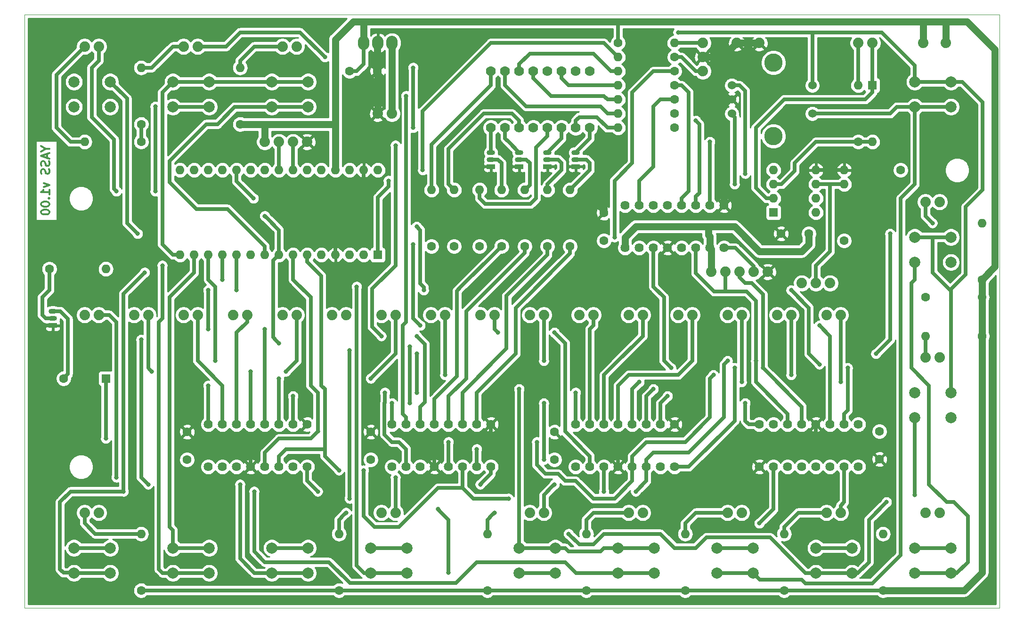
<source format=gbr>
G04 #@! TF.GenerationSoftware,KiCad,Pcbnew,(5.1.2)-1*
G04 #@! TF.CreationDate,2019-06-10T13:07:47+02:00*
G04 #@! TF.ProjectId,YASS_v3,59415353-5f76-4332-9e6b-696361645f70,rev?*
G04 #@! TF.SameCoordinates,Original*
G04 #@! TF.FileFunction,Copper,L2,Bot*
G04 #@! TF.FilePolarity,Positive*
%FSLAX46Y46*%
G04 Gerber Fmt 4.6, Leading zero omitted, Abs format (unit mm)*
G04 Created by KiCad (PCBNEW (5.1.2)-1) date 2019-06-10 13:07:47*
%MOMM*%
%LPD*%
G04 APERTURE LIST*
%ADD10C,0.300000*%
%ADD11C,0.050000*%
%ADD12C,1.879600*%
%ADD13C,1.600000*%
%ADD14O,1.600000X1.600000*%
%ADD15C,1.524000*%
%ADD16C,3.302000*%
%ADD17R,1.500000X0.900000*%
%ADD18O,1.500000X0.900000*%
%ADD19C,1.625600*%
%ADD20R,1.600000X1.600000*%
%ADD21O,2.032000X2.540000*%
%ADD22C,2.000000*%
%ADD23C,1.778000*%
%ADD24C,0.800000*%
%ADD25C,0.635000*%
%ADD26C,1.270000*%
%ADD27C,0.254000*%
G04 APERTURE END LIST*
D10*
X72354285Y-72390714D02*
X73068571Y-72390714D01*
X71568571Y-71890714D02*
X72354285Y-72390714D01*
X71568571Y-72890714D01*
X72640000Y-73319285D02*
X72640000Y-74033571D01*
X73068571Y-73176428D02*
X71568571Y-73676428D01*
X73068571Y-74176428D01*
X72997142Y-74605000D02*
X73068571Y-74819285D01*
X73068571Y-75176428D01*
X72997142Y-75319285D01*
X72925714Y-75390714D01*
X72782857Y-75462142D01*
X72640000Y-75462142D01*
X72497142Y-75390714D01*
X72425714Y-75319285D01*
X72354285Y-75176428D01*
X72282857Y-74890714D01*
X72211428Y-74747857D01*
X72140000Y-74676428D01*
X71997142Y-74605000D01*
X71854285Y-74605000D01*
X71711428Y-74676428D01*
X71640000Y-74747857D01*
X71568571Y-74890714D01*
X71568571Y-75247857D01*
X71640000Y-75462142D01*
X72997142Y-76033571D02*
X73068571Y-76247857D01*
X73068571Y-76605000D01*
X72997142Y-76747857D01*
X72925714Y-76819285D01*
X72782857Y-76890714D01*
X72640000Y-76890714D01*
X72497142Y-76819285D01*
X72425714Y-76747857D01*
X72354285Y-76605000D01*
X72282857Y-76319285D01*
X72211428Y-76176428D01*
X72140000Y-76105000D01*
X71997142Y-76033571D01*
X71854285Y-76033571D01*
X71711428Y-76105000D01*
X71640000Y-76176428D01*
X71568571Y-76319285D01*
X71568571Y-76676428D01*
X71640000Y-76890714D01*
X72068571Y-78533571D02*
X73068571Y-78890714D01*
X72068571Y-79247857D01*
X73068571Y-80605000D02*
X73068571Y-79747857D01*
X73068571Y-80176428D02*
X71568571Y-80176428D01*
X71782857Y-80033571D01*
X71925714Y-79890714D01*
X71997142Y-79747857D01*
X72925714Y-81247857D02*
X72997142Y-81319285D01*
X73068571Y-81247857D01*
X72997142Y-81176428D01*
X72925714Y-81247857D01*
X73068571Y-81247857D01*
X71568571Y-82247857D02*
X71568571Y-82390714D01*
X71640000Y-82533571D01*
X71711428Y-82605000D01*
X71854285Y-82676428D01*
X72140000Y-82747857D01*
X72497142Y-82747857D01*
X72782857Y-82676428D01*
X72925714Y-82605000D01*
X72997142Y-82533571D01*
X73068571Y-82390714D01*
X73068571Y-82247857D01*
X72997142Y-82105000D01*
X72925714Y-82033571D01*
X72782857Y-81962142D01*
X72497142Y-81890714D01*
X72140000Y-81890714D01*
X71854285Y-81962142D01*
X71711428Y-82033571D01*
X71640000Y-82105000D01*
X71568571Y-82247857D01*
X71568571Y-83676428D02*
X71568571Y-83819285D01*
X71640000Y-83962142D01*
X71711428Y-84033571D01*
X71854285Y-84105000D01*
X72140000Y-84176428D01*
X72497142Y-84176428D01*
X72782857Y-84105000D01*
X72925714Y-84033571D01*
X72997142Y-83962142D01*
X73068571Y-83819285D01*
X73068571Y-83676428D01*
X72997142Y-83533571D01*
X72925714Y-83462142D01*
X72782857Y-83390714D01*
X72497142Y-83319285D01*
X72140000Y-83319285D01*
X71854285Y-83390714D01*
X71711428Y-83462142D01*
X71640000Y-83533571D01*
X71568571Y-83676428D01*
D11*
X68580000Y-154940000D02*
X68580000Y-48260000D01*
X243840000Y-154940000D02*
X68580000Y-154940000D01*
X68580000Y-48260000D02*
X243840000Y-48260000D01*
X243840000Y-48260000D02*
X243840000Y-154940000D01*
D12*
X213360000Y-96520000D03*
X210820000Y-96520000D03*
X208280000Y-96520000D03*
D13*
X185420000Y-68580000D03*
D14*
X175260000Y-68580000D03*
D13*
X185420000Y-55880000D03*
D14*
X175260000Y-55880000D03*
D15*
X195707000Y-60960000D03*
X195707000Y-66040000D03*
X195707000Y-63500000D03*
D16*
X203200000Y-70104000D03*
X203200000Y-56896000D03*
D15*
X210185000Y-66040000D03*
X210185000Y-60960000D03*
D17*
X162560000Y-75565000D03*
D18*
X162560000Y-73025000D03*
X162560000Y-74295000D03*
D17*
X152400000Y-75565000D03*
D18*
X152400000Y-73025000D03*
X152400000Y-74295000D03*
D19*
X134620000Y-121920000D03*
X137160000Y-121920000D03*
X139700000Y-121920000D03*
X142240000Y-121920000D03*
X144780000Y-121920000D03*
X147320000Y-121920000D03*
X149860000Y-121920000D03*
X152400000Y-121920000D03*
X152400000Y-129540000D03*
X149860000Y-129540000D03*
X147320000Y-129540000D03*
X144780000Y-129540000D03*
X142240000Y-129540000D03*
X139700000Y-129540000D03*
X137160000Y-129540000D03*
X134620000Y-129540000D03*
X101600000Y-121920000D03*
X104140000Y-121920000D03*
X106680000Y-121920000D03*
X109220000Y-121920000D03*
X111760000Y-121920000D03*
X114300000Y-121920000D03*
X116840000Y-121920000D03*
X119380000Y-121920000D03*
X119380000Y-129540000D03*
X116840000Y-129540000D03*
X114300000Y-129540000D03*
X111760000Y-129540000D03*
X109220000Y-129540000D03*
X106680000Y-129540000D03*
X104140000Y-129540000D03*
X101600000Y-129540000D03*
D17*
X157480000Y-75565000D03*
D18*
X157480000Y-73025000D03*
X157480000Y-74295000D03*
D19*
X176530000Y-82550000D03*
X179070000Y-82550000D03*
X181610000Y-82550000D03*
X184150000Y-82550000D03*
X186690000Y-82550000D03*
X189230000Y-82550000D03*
X191770000Y-82550000D03*
X194310000Y-82550000D03*
X194310000Y-90170000D03*
X191770000Y-90170000D03*
X189230000Y-90170000D03*
X186690000Y-90170000D03*
X184150000Y-90170000D03*
X181610000Y-90170000D03*
X179070000Y-90170000D03*
X176530000Y-90170000D03*
D13*
X151765000Y-151765000D03*
D14*
X151765000Y-141605000D03*
D20*
X132080000Y-91440000D03*
D14*
X99060000Y-76200000D03*
X129540000Y-91440000D03*
X101600000Y-76200000D03*
X127000000Y-91440000D03*
X104140000Y-76200000D03*
X124460000Y-91440000D03*
X106680000Y-76200000D03*
X121920000Y-91440000D03*
X109220000Y-76200000D03*
X119380000Y-91440000D03*
X111760000Y-76200000D03*
X116840000Y-91440000D03*
X114300000Y-76200000D03*
X114300000Y-91440000D03*
X116840000Y-76200000D03*
X111760000Y-91440000D03*
X119380000Y-76200000D03*
X109220000Y-91440000D03*
X121920000Y-76200000D03*
X106680000Y-91440000D03*
X124460000Y-76200000D03*
X104140000Y-91440000D03*
X127000000Y-76200000D03*
X101600000Y-91440000D03*
X129540000Y-76200000D03*
X99060000Y-91440000D03*
X132080000Y-76200000D03*
X96520000Y-91440000D03*
X96520000Y-76200000D03*
D13*
X218440000Y-71120000D03*
D14*
X218440000Y-60960000D03*
D13*
X125095000Y-151765000D03*
D14*
X125095000Y-141605000D03*
D19*
X218440000Y-129540000D03*
X215900000Y-129540000D03*
X213360000Y-129540000D03*
X210820000Y-129540000D03*
X208280000Y-129540000D03*
X205740000Y-129540000D03*
X203200000Y-129540000D03*
X200660000Y-129540000D03*
X200660000Y-121920000D03*
X203200000Y-121920000D03*
X205740000Y-121920000D03*
X208280000Y-121920000D03*
X210820000Y-121920000D03*
X213360000Y-121920000D03*
X215900000Y-121920000D03*
X218440000Y-121920000D03*
D13*
X187325000Y-151765000D03*
D14*
X187325000Y-141605000D03*
D13*
X175260000Y-53340000D03*
D14*
X185420000Y-53340000D03*
D19*
X167640000Y-121920000D03*
X170180000Y-121920000D03*
X172720000Y-121920000D03*
X175260000Y-121920000D03*
X177800000Y-121920000D03*
X180340000Y-121920000D03*
X182880000Y-121920000D03*
X185420000Y-121920000D03*
X185420000Y-129540000D03*
X182880000Y-129540000D03*
X180340000Y-129540000D03*
X177800000Y-129540000D03*
X175260000Y-129540000D03*
X172720000Y-129540000D03*
X170180000Y-129540000D03*
X167640000Y-129540000D03*
D13*
X89535000Y-151765000D03*
D14*
X89535000Y-141605000D03*
D13*
X130810000Y-123270000D03*
X130810000Y-128270000D03*
X132000000Y-58420000D03*
X127000000Y-58420000D03*
X163830000Y-123270000D03*
X163830000Y-128270000D03*
D14*
X83185000Y-93980000D03*
D13*
X73025000Y-93980000D03*
D17*
X167640000Y-75565000D03*
D18*
X167640000Y-73025000D03*
X167640000Y-74295000D03*
D21*
X134620000Y-53340000D03*
X129540000Y-53340000D03*
X132080000Y-53340000D03*
D13*
X75585000Y-113665000D03*
D20*
X83185000Y-113665000D03*
D13*
X222250000Y-128190000D03*
X222250000Y-123190000D03*
D12*
X190500000Y-58420000D03*
X190500000Y-55880000D03*
X190500000Y-53340000D03*
D13*
X97790000Y-128270000D03*
X97790000Y-123270000D03*
D12*
X132080000Y-66040000D03*
X134620000Y-66040000D03*
D14*
X210820000Y-83820000D03*
X203200000Y-76200000D03*
X210820000Y-81280000D03*
X203200000Y-78740000D03*
X210820000Y-78740000D03*
X203200000Y-81280000D03*
X210820000Y-76200000D03*
D20*
X203200000Y-83820000D03*
D12*
X218440000Y-53340000D03*
X220980000Y-53340000D03*
X111760000Y-71120000D03*
X114300000Y-71120000D03*
X116840000Y-71120000D03*
X119380000Y-71120000D03*
D13*
X172720000Y-88900000D03*
X172720000Y-83900000D03*
X209550000Y-87630000D03*
X204550000Y-87630000D03*
D17*
X73660000Y-104140000D03*
D18*
X73660000Y-101600000D03*
X73660000Y-102870000D03*
D22*
X113030000Y-64825000D03*
X113030000Y-60325000D03*
X119530000Y-64825000D03*
X119530000Y-60325000D03*
X235100000Y-60325000D03*
X235100000Y-64825000D03*
X228600000Y-60325000D03*
X228600000Y-64825000D03*
X235100000Y-116205000D03*
X235100000Y-120705000D03*
X228600000Y-116205000D03*
X228600000Y-120705000D03*
X228600000Y-92765000D03*
X228600000Y-88265000D03*
X235100000Y-92765000D03*
X235100000Y-88265000D03*
D23*
X152400000Y-58420000D03*
X154940000Y-58420000D03*
X157480000Y-58420000D03*
X160020000Y-58420000D03*
X162560000Y-58420000D03*
X165100000Y-58420000D03*
X167640000Y-58420000D03*
X170180000Y-58420000D03*
X170180000Y-68580000D03*
X167640000Y-68580000D03*
X165100000Y-68580000D03*
X162560000Y-68580000D03*
X160020000Y-68580000D03*
X157480000Y-68580000D03*
X154940000Y-68580000D03*
X152400000Y-68580000D03*
D22*
X95250000Y-148645000D03*
X95250000Y-144145000D03*
X101750000Y-148645000D03*
X101750000Y-144145000D03*
X157480000Y-148645000D03*
X157480000Y-144145000D03*
X163980000Y-148645000D03*
X163980000Y-144145000D03*
D20*
X220980000Y-60960000D03*
D14*
X220980000Y-71120000D03*
D22*
X119530000Y-144145000D03*
X119530000Y-148645000D03*
X113030000Y-144145000D03*
X113030000Y-148645000D03*
X137310000Y-144145000D03*
X137310000Y-148645000D03*
X130810000Y-144145000D03*
X130810000Y-148645000D03*
X181760000Y-144145000D03*
X181760000Y-148645000D03*
X175260000Y-144145000D03*
X175260000Y-148645000D03*
X217320000Y-144145000D03*
X217320000Y-148645000D03*
X210820000Y-144145000D03*
X210820000Y-148645000D03*
X228600000Y-148645000D03*
X228600000Y-144145000D03*
X235100000Y-148645000D03*
X235100000Y-144145000D03*
X83970000Y-60325000D03*
X83970000Y-64825000D03*
X77470000Y-60325000D03*
X77470000Y-64825000D03*
X95250000Y-64825000D03*
X95250000Y-60325000D03*
X101750000Y-64825000D03*
X101750000Y-60325000D03*
X193040000Y-148645000D03*
X193040000Y-144145000D03*
X199540000Y-148645000D03*
X199540000Y-144145000D03*
X83970000Y-144145000D03*
X83970000Y-148645000D03*
X77470000Y-144145000D03*
X77470000Y-148645000D03*
D12*
X194945000Y-137795000D03*
X197485000Y-137795000D03*
D13*
X240665000Y-106045000D03*
D14*
X230505000Y-106045000D03*
D12*
X159385000Y-137795000D03*
X161925000Y-137795000D03*
X230505000Y-81915000D03*
X233045000Y-81915000D03*
X177165000Y-102235000D03*
X179705000Y-102235000D03*
X79375000Y-137795000D03*
X81915000Y-137795000D03*
X79375000Y-53975000D03*
X81915000Y-53975000D03*
X177165000Y-137795000D03*
X179705000Y-137795000D03*
X203835000Y-102235000D03*
X206375000Y-102235000D03*
X97155000Y-53975000D03*
X99695000Y-53975000D03*
X132715000Y-137795000D03*
X135255000Y-137795000D03*
X230505000Y-109855000D03*
X233045000Y-109855000D03*
D13*
X226060000Y-76200000D03*
D14*
X215900000Y-76200000D03*
D13*
X215900000Y-88900000D03*
D14*
X215900000Y-78740000D03*
D13*
X185420000Y-60960000D03*
D14*
X175260000Y-60960000D03*
D12*
X212725000Y-137795000D03*
X215265000Y-137795000D03*
X230505000Y-137795000D03*
X233045000Y-137795000D03*
X114935000Y-53975000D03*
X117475000Y-53975000D03*
D13*
X107315000Y-67945000D03*
D14*
X107315000Y-57785000D03*
D13*
X185420000Y-58420000D03*
D14*
X175260000Y-58420000D03*
D13*
X185420000Y-63500000D03*
D14*
X175260000Y-63500000D03*
D13*
X145796000Y-89916000D03*
D14*
X145796000Y-79756000D03*
D13*
X185420000Y-66040000D03*
D14*
X175260000Y-66040000D03*
D13*
X222885000Y-151765000D03*
D14*
X222885000Y-141605000D03*
D13*
X150368000Y-89916000D03*
D14*
X150368000Y-79756000D03*
D13*
X89535000Y-71120000D03*
D14*
X79375000Y-71120000D03*
D13*
X230505000Y-99060000D03*
D14*
X240665000Y-99060000D03*
D13*
X240665000Y-95885000D03*
D14*
X240665000Y-85725000D03*
D13*
X89535000Y-67945000D03*
D14*
X89535000Y-57785000D03*
D13*
X154305000Y-89916000D03*
D14*
X154305000Y-79756000D03*
D13*
X162560000Y-89916000D03*
D14*
X162560000Y-79756000D03*
D13*
X166624000Y-89916000D03*
D14*
X166624000Y-79756000D03*
D13*
X158496000Y-89916000D03*
D14*
X158496000Y-79756000D03*
D13*
X205105000Y-151765000D03*
D14*
X205105000Y-141605000D03*
D13*
X169545000Y-151765000D03*
D14*
X169545000Y-141605000D03*
D13*
X141732000Y-89916000D03*
D14*
X141732000Y-79756000D03*
D12*
X212725000Y-102235000D03*
X215265000Y-102235000D03*
X79375000Y-102235000D03*
X81915000Y-102235000D03*
X88265000Y-102235000D03*
X90805000Y-102235000D03*
X106045000Y-102235000D03*
X108585000Y-102235000D03*
X123825000Y-102235000D03*
X126365000Y-102235000D03*
X132715000Y-102235000D03*
X135255000Y-102235000D03*
X141605000Y-102235000D03*
X144145000Y-102235000D03*
X159385000Y-102235000D03*
X161925000Y-102235000D03*
X150495000Y-102235000D03*
X153035000Y-102235000D03*
X168275000Y-102235000D03*
X170815000Y-102235000D03*
X114935000Y-102235000D03*
X117475000Y-102235000D03*
X186055000Y-102235000D03*
X188595000Y-102235000D03*
X194945000Y-102235000D03*
X197485000Y-102235000D03*
X97155000Y-102235000D03*
X99695000Y-102235000D03*
X200660000Y-53340000D03*
X196596000Y-53340000D03*
X230124000Y-53340000D03*
X234188000Y-53340000D03*
X202184000Y-94488000D03*
X199644000Y-94488000D03*
X197104000Y-94488000D03*
X194564000Y-94488000D03*
X192024000Y-94488000D03*
D24*
X126365000Y-137795000D03*
X153035000Y-137795000D03*
X231775000Y-85725000D03*
X85090000Y-131445000D03*
X91440000Y-112395000D03*
X101600000Y-114935000D03*
X109220000Y-112395000D03*
X115570000Y-112395000D03*
X111760000Y-104775000D03*
X114300000Y-113665000D03*
X130810000Y-113665000D03*
X116840000Y-116840000D03*
X144145000Y-113030000D03*
X163830000Y-105410000D03*
X153670000Y-105410000D03*
X167640000Y-116205000D03*
X161925000Y-110489996D03*
X197485000Y-114300000D03*
X179070000Y-114300000D03*
X206375000Y-113030000D03*
X181610000Y-115570000D03*
X184150000Y-116840000D03*
X215265000Y-114300000D03*
X200660000Y-139700000D03*
X135255000Y-131445000D03*
X163830000Y-132715000D03*
X206375000Y-97790000D03*
X216535000Y-111760000D03*
X211455000Y-111125000D03*
X139065000Y-86360000D03*
X85090000Y-80010000D03*
X140335000Y-97790000D03*
X138430000Y-68580000D03*
X135255000Y-71755000D03*
X138430000Y-57785000D03*
X122555000Y-55880000D03*
X132715000Y-106045000D03*
X139065000Y-106045000D03*
X137160000Y-62865000D03*
X137795000Y-107950000D03*
X137795000Y-118110000D03*
X134620000Y-118110000D03*
X133350000Y-116205000D03*
X139065000Y-116205000D03*
X139065000Y-109220000D03*
X221614999Y-109220000D03*
X224155000Y-87630000D03*
X174625000Y-88265000D03*
X189230000Y-67310000D03*
X175260000Y-124460000D03*
X194310000Y-73660000D03*
X172720000Y-73660000D03*
X109220000Y-123825000D03*
X121920000Y-49530000D03*
X71755000Y-119380000D03*
X210820000Y-127000000D03*
X138430000Y-89535000D03*
X211455000Y-104140000D03*
X139699998Y-104140000D03*
X200025000Y-110490000D03*
X129540000Y-130175000D03*
X178435000Y-133985000D03*
X155575000Y-135255000D03*
X194945000Y-110490000D03*
X125095000Y-130175000D03*
X144780000Y-125095000D03*
X121285000Y-123190000D03*
X160655000Y-125095000D03*
X201295000Y-111760000D03*
X192405000Y-113030000D03*
X240665000Y-123190000D03*
X149860000Y-126365000D03*
X83185000Y-124460000D03*
X161925000Y-128270000D03*
X161925000Y-118110000D03*
X198120000Y-118110000D03*
X150495000Y-132715000D03*
X172720000Y-133985000D03*
X121285000Y-133985000D03*
X196215000Y-111760000D03*
X184785000Y-111760000D03*
X191770000Y-71120000D03*
X198120000Y-76835000D03*
X196215000Y-78740000D03*
X109728000Y-81280000D03*
X93345000Y-93345000D03*
X186055000Y-51435000D03*
X109855000Y-133985000D03*
X86360000Y-133985000D03*
X90170000Y-94615000D03*
X88900002Y-87630000D03*
X166370000Y-141605000D03*
X106680000Y-97790000D03*
X101600000Y-97790000D03*
X107315000Y-132715000D03*
X228600000Y-134620000D03*
X223520000Y-135890000D03*
X90805000Y-132715000D03*
X89535000Y-106680000D03*
X101600000Y-104775000D03*
X104140000Y-95885000D03*
X128270000Y-97155000D03*
X102870000Y-110490000D03*
X157480000Y-115570000D03*
X127000000Y-135255000D03*
X92075000Y-64770000D03*
X144780000Y-148590000D03*
X142874994Y-137160000D03*
X127000000Y-108585000D03*
X114300000Y-107315000D03*
X111760004Y-84455000D03*
X92075000Y-80010000D03*
X133985000Y-78105000D03*
X140150303Y-76200000D03*
D25*
X79375000Y-137795000D02*
X79375000Y-139700000D01*
X79375000Y-139700000D02*
X81280000Y-141605000D01*
X81280000Y-141605000D02*
X89535000Y-141605000D01*
X125965001Y-138194999D02*
X126365000Y-137795000D01*
X125095000Y-139065000D02*
X125965001Y-138194999D01*
X125095000Y-141605000D02*
X125095000Y-139065000D01*
X151765000Y-141605000D02*
X151765000Y-139065000D01*
X151765000Y-139065000D02*
X152635001Y-138194999D01*
X152635001Y-138194999D02*
X153035000Y-137795000D01*
X170815000Y-137795000D02*
X169545000Y-139065000D01*
X177165000Y-137795000D02*
X170815000Y-137795000D01*
X169545000Y-139065000D02*
X169545000Y-141605000D01*
X189230000Y-137795000D02*
X187325000Y-139700000D01*
X194945000Y-137795000D02*
X189230000Y-137795000D01*
X187325000Y-141605000D02*
X187325000Y-139700000D01*
X205105000Y-141605000D02*
X205105000Y-140335000D01*
X205105000Y-140335000D02*
X207645000Y-137795000D01*
X207645000Y-137795000D02*
X212725000Y-137795000D01*
X76835000Y-71120000D02*
X79375000Y-71120000D01*
X74295000Y-68580000D02*
X76835000Y-71120000D01*
X79375000Y-53975000D02*
X74295000Y-59055000D01*
X74295000Y-59055000D02*
X74295000Y-68580000D01*
X89535000Y-57785000D02*
X91440000Y-57785000D01*
X91440000Y-57785000D02*
X95250000Y-53975000D01*
X95250000Y-53975000D02*
X97155000Y-53975000D01*
X107315000Y-57785000D02*
X107315000Y-56515000D01*
X107315000Y-56515000D02*
X109855000Y-53975000D01*
X109855000Y-53975000D02*
X114935000Y-53975000D01*
X230505000Y-106045000D02*
X230505000Y-109855000D01*
X230505000Y-84455000D02*
X231775000Y-85725000D01*
X230505000Y-84455000D02*
X230505000Y-81915000D01*
X85090000Y-131445000D02*
X85090000Y-127635000D01*
X85090000Y-127635000D02*
X85090000Y-111125000D01*
X85090000Y-103505000D02*
X83820000Y-102235000D01*
X85090000Y-111125000D02*
X85090000Y-103505000D01*
X83820000Y-102235000D02*
X81915000Y-102235000D01*
X90805000Y-111760000D02*
X91040001Y-111995001D01*
X90805000Y-102235000D02*
X90805000Y-111760000D01*
X91040001Y-111995001D02*
X91440000Y-112395000D01*
X101600000Y-121920000D02*
X101600000Y-114935000D01*
X99695000Y-110490000D02*
X99695000Y-102235000D01*
X104140000Y-121920000D02*
X104140000Y-114935000D01*
X104140000Y-114935000D02*
X99695000Y-110490000D01*
X108585000Y-103505000D02*
X108585000Y-102235000D01*
X106680000Y-121920000D02*
X106680000Y-105410000D01*
X106680000Y-105410000D02*
X108585000Y-103505000D01*
X109220000Y-112395000D02*
X109220000Y-121920000D01*
X117475000Y-102235000D02*
X117475000Y-110490000D01*
X117475000Y-110490000D02*
X115969999Y-111995001D01*
X115969999Y-111995001D02*
X115570000Y-112395000D01*
X111760000Y-121920000D02*
X111760000Y-104775000D01*
X114300000Y-113665000D02*
X114300000Y-121920000D01*
X135255000Y-102235000D02*
X135255000Y-109220000D01*
X135255000Y-109220000D02*
X131209999Y-113265001D01*
X131209999Y-113265001D02*
X130810000Y-113665000D01*
X116840000Y-121920000D02*
X116840000Y-116840000D01*
X144145000Y-102235000D02*
X144145000Y-113030000D01*
X153035000Y-102235000D02*
X153035000Y-104775000D01*
X153035000Y-104775000D02*
X153270001Y-105010001D01*
X153270001Y-105010001D02*
X153670000Y-105410000D01*
X170180000Y-127635000D02*
X170180000Y-129540000D01*
X165735000Y-123190000D02*
X170180000Y-127635000D01*
X163830000Y-105410000D02*
X165735000Y-107315000D01*
X165735000Y-107315000D02*
X165735000Y-123190000D01*
X167640000Y-121920000D02*
X167640000Y-116205000D01*
X161925000Y-102235000D02*
X161925000Y-110489996D01*
X170180000Y-104775000D02*
X170180000Y-121920000D01*
X170815000Y-102235000D02*
X170815000Y-104140000D01*
X170815000Y-104140000D02*
X170180000Y-104775000D01*
X172720000Y-113030000D02*
X173990000Y-111760000D01*
X172720000Y-121920000D02*
X172720000Y-113030000D01*
X173990000Y-111760000D02*
X179705000Y-106045000D01*
X179705000Y-106045000D02*
X179705000Y-102235000D01*
X188595000Y-110490000D02*
X188595000Y-102235000D01*
X186055000Y-113030000D02*
X188595000Y-110490000D01*
X177165000Y-113030000D02*
X186055000Y-113030000D01*
X175260000Y-121920000D02*
X175260000Y-114935000D01*
X175260000Y-114935000D02*
X177165000Y-113030000D01*
X197485000Y-102235000D02*
X197485000Y-114300000D01*
X177800000Y-115570000D02*
X179070000Y-114300000D01*
X177800000Y-115570000D02*
X177800000Y-121920000D01*
X206375000Y-102235000D02*
X206375000Y-113030000D01*
X180340000Y-116840000D02*
X181610000Y-115570000D01*
X180340000Y-116840000D02*
X180340000Y-121920000D01*
X182880000Y-118110000D02*
X184150000Y-116840000D01*
X182880000Y-118110000D02*
X182880000Y-121920000D01*
X215265000Y-102235000D02*
X215265000Y-114300000D01*
X203200000Y-137160000D02*
X200660000Y-139700000D01*
X203200000Y-129540000D02*
X203200000Y-137160000D01*
X135255000Y-131445000D02*
X135255000Y-137795000D01*
X163430001Y-133114999D02*
X163830000Y-132715000D01*
X161925000Y-134620000D02*
X163430001Y-133114999D01*
X161925000Y-137795000D02*
X161925000Y-134620000D01*
X215265000Y-136525000D02*
X215265000Y-137795000D01*
X215265000Y-136525000D02*
X215900000Y-135890000D01*
X215900000Y-129540000D02*
X215900000Y-135890000D01*
X215900000Y-121920000D02*
X215900000Y-120015000D01*
X215900000Y-120015000D02*
X216535000Y-119380000D01*
X216535000Y-113030000D02*
X216535000Y-111760000D01*
X216535000Y-119380000D02*
X216535000Y-113030000D01*
X209550000Y-109220000D02*
X211455000Y-111125000D01*
X206375000Y-97790000D02*
X209550000Y-100965000D01*
X209550000Y-100965000D02*
X209550000Y-109220000D01*
X84690001Y-79610001D02*
X85090000Y-80010000D01*
X84690001Y-70720001D02*
X84690001Y-79610001D01*
X80645000Y-66675000D02*
X84690001Y-70720001D01*
X80645000Y-57785000D02*
X80645000Y-66675000D01*
X81915000Y-53975000D02*
X81915000Y-56515000D01*
X81915000Y-56515000D02*
X80645000Y-57785000D01*
X140335000Y-97224315D02*
X140335000Y-97790000D01*
X139700000Y-96589315D02*
X140335000Y-97224315D01*
X139065000Y-86360000D02*
X139700000Y-86995000D01*
X139700000Y-86995000D02*
X139700000Y-96589315D01*
X138430000Y-68580000D02*
X138430000Y-57785000D01*
X131045001Y-97554999D02*
X131045001Y-104375001D01*
X132315001Y-105645001D02*
X132715000Y-106045000D01*
X135255000Y-93345000D02*
X131045001Y-97554999D01*
X135255000Y-71755000D02*
X135255000Y-93345000D01*
X131045001Y-104375001D02*
X132315001Y-105645001D01*
X139464999Y-106444999D02*
X139065000Y-106045000D01*
X140512799Y-107492799D02*
X139464999Y-106444999D01*
X140512799Y-117932201D02*
X140512799Y-107492799D01*
X139700000Y-121920000D02*
X139700000Y-118745000D01*
X139700000Y-118745000D02*
X140512799Y-117932201D01*
X118110000Y-51435000D02*
X122555000Y-55880000D01*
X107315000Y-51435000D02*
X118110000Y-51435000D01*
X99695000Y-53975000D02*
X104775000Y-53975000D01*
X104775000Y-53975000D02*
X107315000Y-51435000D01*
X137160000Y-121920000D02*
X137160000Y-120650000D01*
X137160000Y-120650000D02*
X136525000Y-120015000D01*
X136525000Y-120015000D02*
X136525000Y-119380000D01*
X136525000Y-119380000D02*
X136525000Y-104140000D01*
X136525000Y-104140000D02*
X137160000Y-103505000D01*
X137160000Y-103505000D02*
X137160000Y-100965000D01*
X137160000Y-100965000D02*
X137160000Y-86360000D01*
X137160000Y-86360000D02*
X137160000Y-62865000D01*
X137795000Y-107950000D02*
X137795000Y-118110000D01*
X134620000Y-118110000D02*
X134620000Y-121920000D01*
X137160000Y-129540000D02*
X137160000Y-127000000D01*
X137160000Y-127000000D02*
X137160000Y-126365000D01*
X137160000Y-126365000D02*
X135890000Y-125095000D01*
X135890000Y-125095000D02*
X134620000Y-125095000D01*
X134620000Y-125095000D02*
X133289699Y-123764699D01*
X133350000Y-118022098D02*
X133350000Y-116205000D01*
X133289699Y-123764699D02*
X133289699Y-118082399D01*
X133289699Y-118082399D02*
X133350000Y-118022098D01*
X139065000Y-116205000D02*
X139065000Y-109220000D01*
X221614999Y-109220000D02*
X224155000Y-106679999D01*
X224155000Y-88195685D02*
X224155000Y-87630000D01*
X224155000Y-106679999D02*
X224155000Y-88195685D01*
X181610000Y-58420000D02*
X185420000Y-58420000D01*
X177800000Y-62230000D02*
X181610000Y-58420000D01*
X177800000Y-74930000D02*
X177800000Y-62230000D01*
X174625000Y-88265000D02*
X174625000Y-78105000D01*
X174625000Y-78105000D02*
X177800000Y-74930000D01*
X179070000Y-78105000D02*
X179070000Y-82550000D01*
X181610000Y-75565000D02*
X179070000Y-78105000D01*
X181610000Y-64770000D02*
X181610000Y-75565000D01*
X185420000Y-63500000D02*
X182880000Y-63500000D01*
X182880000Y-63500000D02*
X181610000Y-64770000D01*
X186690000Y-82550000D02*
X186690000Y-81280000D01*
X186690000Y-81280000D02*
X187960000Y-80010000D01*
X185420000Y-60960000D02*
X186690000Y-60960000D01*
X186690000Y-60960000D02*
X187960000Y-62230000D01*
X187960000Y-80010000D02*
X187960000Y-62230000D01*
X189865000Y-67945000D02*
X189230000Y-67310000D01*
X189865000Y-80327500D02*
X189865000Y-67945000D01*
X189230000Y-82550000D02*
X189230000Y-80962500D01*
X189230000Y-80962500D02*
X189865000Y-80327500D01*
X152400000Y-74295000D02*
X153670000Y-74295000D01*
X153670000Y-74295000D02*
X154305000Y-74930000D01*
X154305000Y-74930000D02*
X154305000Y-79756000D01*
X153505001Y-90715999D02*
X154305000Y-89916000D01*
X146304000Y-113284000D02*
X142240000Y-117348000D01*
X146304000Y-106991685D02*
X146304000Y-113284000D01*
X142240000Y-121920000D02*
X142240000Y-117348000D01*
X146304000Y-97917000D02*
X146748500Y-97472500D01*
X146304000Y-106991685D02*
X146304000Y-97917000D01*
X146685000Y-97536000D02*
X146748500Y-97472500D01*
X146748500Y-97472500D02*
X153505001Y-90715999D01*
X158496000Y-91059000D02*
X158496000Y-89916000D01*
X147955000Y-101600000D02*
X158496000Y-91059000D01*
X147955000Y-113665000D02*
X147955000Y-101600000D01*
X144780000Y-121920000D02*
X144780000Y-116840000D01*
X144780000Y-116840000D02*
X147955000Y-113665000D01*
X162560000Y-79756000D02*
X162560000Y-78740000D01*
X162560000Y-78740000D02*
X165100000Y-76200000D01*
X165100000Y-76200000D02*
X165100000Y-74930000D01*
X165100000Y-74930000D02*
X164465000Y-74295000D01*
X164465000Y-74295000D02*
X162560000Y-74295000D01*
X147320000Y-120770528D02*
X147320000Y-121920000D01*
X147320000Y-116205000D02*
X147320000Y-120770528D01*
X155222502Y-108302498D02*
X147320000Y-116205000D01*
X155222502Y-98777498D02*
X155222502Y-108302498D01*
X162560000Y-89916000D02*
X162560000Y-91440000D01*
X162560000Y-91440000D02*
X155222502Y-98777498D01*
X166624000Y-91186000D02*
X166624000Y-89916000D01*
X156845000Y-100965000D02*
X166624000Y-91186000D01*
X156845000Y-109220000D02*
X156845000Y-100965000D01*
X149860000Y-121920000D02*
X149860000Y-116205000D01*
X149860000Y-116205000D02*
X156845000Y-109220000D01*
X166624000Y-79756000D02*
X170180000Y-76200000D01*
X169545000Y-74295000D02*
X167640000Y-74295000D01*
X170180000Y-74930000D02*
X169545000Y-74295000D01*
X170180000Y-76200000D02*
X170180000Y-74930000D01*
X73660000Y-104140000D02*
X69850000Y-104140000D01*
X175260000Y-129540000D02*
X175260000Y-124460000D01*
X132080000Y-58340000D02*
X132000000Y-58420000D01*
D26*
X132080000Y-58500000D02*
X132000000Y-58420000D01*
X132080000Y-66040000D02*
X132080000Y-58500000D01*
X132000000Y-53420000D02*
X132080000Y-53340000D01*
X132000000Y-58420000D02*
X132000000Y-53420000D01*
X194310000Y-82550000D02*
X194310000Y-73660000D01*
X172720000Y-83900000D02*
X172720000Y-73660000D01*
D25*
X204470000Y-87710000D02*
X204550000Y-87630000D01*
X109220000Y-123825000D02*
X109220000Y-129540000D01*
D26*
X71755000Y-119380000D02*
X69850000Y-117475000D01*
X69850000Y-117475000D02*
X69850000Y-104140000D01*
D25*
X152400000Y-121920000D02*
X152400000Y-123190000D01*
X152400000Y-123190000D02*
X151765000Y-123825000D01*
X151765000Y-123825000D02*
X143510000Y-123825000D01*
X143510000Y-123825000D02*
X142240000Y-125095000D01*
X142240000Y-125095000D02*
X142240000Y-129540000D01*
D26*
X194310000Y-73660000D02*
X194310000Y-69215000D01*
X194310000Y-69215000D02*
X193040000Y-67945000D01*
X195707000Y-63500000D02*
X193040000Y-63500000D01*
X193040000Y-67945000D02*
X193040000Y-63500000D01*
D25*
X124460000Y-88900000D02*
X124460000Y-91440000D01*
X124460000Y-86995000D02*
X124460000Y-88900000D01*
X129540000Y-76200000D02*
X129540000Y-81915000D01*
X129540000Y-81915000D02*
X124460000Y-86995000D01*
X210820000Y-76200000D02*
X215900000Y-76200000D01*
D26*
X69850000Y-95885000D02*
X69850000Y-104140000D01*
X69850000Y-55880000D02*
X69850000Y-95885000D01*
X121920000Y-49530000D02*
X76200000Y-49530000D01*
X76200000Y-49530000D02*
X69850000Y-55880000D01*
X193040000Y-55880000D02*
X190500000Y-55880000D01*
X193040000Y-63500000D02*
X193040000Y-55880000D01*
X200660000Y-53340000D02*
X196596000Y-53340000D01*
X194056000Y-55880000D02*
X193040000Y-55880000D01*
X196596000Y-53340000D02*
X194056000Y-55880000D01*
D25*
X210820000Y-121920000D02*
X210820000Y-127000000D01*
X213360000Y-121920000D02*
X213360000Y-106680000D01*
X213360000Y-106045000D02*
X211455000Y-104140000D01*
X213360000Y-106680000D02*
X213360000Y-106045000D01*
X138430000Y-89535000D02*
X138430000Y-102870002D01*
X138430000Y-102870002D02*
X139299999Y-103740001D01*
X139299999Y-103740001D02*
X139699998Y-104140000D01*
X147320000Y-129540000D02*
X147320000Y-133350000D01*
X147320000Y-133350000D02*
X149225000Y-135255000D01*
X149225000Y-135255000D02*
X155575000Y-135255000D01*
X194310000Y-111125000D02*
X194945000Y-110490000D01*
X194310000Y-120650000D02*
X194310000Y-111125000D01*
X187960000Y-127000000D02*
X194310000Y-120650000D01*
X181610000Y-127000000D02*
X187960000Y-127000000D01*
X180340000Y-129540000D02*
X180340000Y-128270000D01*
X180340000Y-128270000D02*
X181610000Y-127000000D01*
X142875000Y-133350000D02*
X147320000Y-133350000D01*
X135890000Y-140335000D02*
X142875000Y-133350000D01*
X131445000Y-140335000D02*
X135890000Y-140335000D01*
X129540000Y-130175000D02*
X129540000Y-138430000D01*
X129540000Y-138430000D02*
X131445000Y-140335000D01*
X122555000Y-115570000D02*
X122555000Y-125095000D01*
X121920000Y-114935000D02*
X122555000Y-115570000D01*
X121920000Y-95250000D02*
X121920000Y-114935000D01*
X119380000Y-91440000D02*
X119380000Y-92710000D01*
X119380000Y-92710000D02*
X121920000Y-95250000D01*
X122555000Y-126365000D02*
X122555000Y-125095000D01*
X115570000Y-126365000D02*
X122555000Y-126365000D01*
X114300000Y-129540000D02*
X114300000Y-127635000D01*
X114300000Y-127635000D02*
X115570000Y-126365000D01*
X180340000Y-132080000D02*
X180340000Y-129540000D01*
X178435000Y-133985000D02*
X180340000Y-132080000D01*
X200025000Y-114300000D02*
X200025000Y-110490000D01*
X205740000Y-121920000D02*
X205740000Y-120015000D01*
X205740000Y-120015000D02*
X200025000Y-114300000D01*
X123825000Y-128905000D02*
X125095000Y-130175000D01*
X122555000Y-125095000D02*
X122555000Y-127635000D01*
X122555000Y-127635000D02*
X123825000Y-128905000D01*
X200025000Y-99695000D02*
X200025000Y-110490000D01*
X198374000Y-98044000D02*
X200025000Y-99695000D01*
X189230000Y-90170000D02*
X189230000Y-94742000D01*
X189230000Y-94742000D02*
X192532000Y-98044000D01*
X194564000Y-95817077D02*
X194564000Y-98044000D01*
X194564000Y-94488000D02*
X194564000Y-95817077D01*
X192532000Y-98044000D02*
X194564000Y-98044000D01*
X194564000Y-98044000D02*
X198374000Y-98044000D01*
X144780000Y-129540000D02*
X144780000Y-125095000D01*
X208280000Y-121920000D02*
X208280000Y-120650000D01*
X201295000Y-111760000D02*
X208280000Y-118745000D01*
X208280000Y-118745000D02*
X208280000Y-120650000D01*
X191770000Y-113665000D02*
X192405000Y-113030000D01*
X191770000Y-120650000D02*
X191770000Y-113665000D01*
X187325000Y-125095000D02*
X191770000Y-120650000D01*
X180340000Y-125095000D02*
X187325000Y-125095000D01*
X177800000Y-127635000D02*
X180340000Y-125095000D01*
X177800000Y-129540000D02*
X177800000Y-127635000D01*
X121285000Y-116205000D02*
X121285000Y-123190000D01*
X120015000Y-114935000D02*
X121285000Y-116205000D01*
X120015000Y-99060000D02*
X120015000Y-114935000D01*
X116840000Y-91440000D02*
X116840000Y-95885000D01*
X116840000Y-95885000D02*
X120015000Y-99060000D01*
X120015000Y-124460000D02*
X121285000Y-123190000D01*
X114300000Y-124460000D02*
X120015000Y-124460000D01*
X111760000Y-129540000D02*
X111760000Y-127000000D01*
X111760000Y-127000000D02*
X114300000Y-124460000D01*
X177800000Y-132080000D02*
X177800000Y-129540000D01*
X174625000Y-135255000D02*
X177800000Y-132080000D01*
X170815000Y-135255000D02*
X174625000Y-135255000D01*
X160655000Y-129222500D02*
X162242500Y-130810000D01*
X160655000Y-125095000D02*
X160655000Y-129222500D01*
X164465000Y-130810000D02*
X165735000Y-132080000D01*
X165735000Y-132080000D02*
X167640000Y-132080000D01*
X162242500Y-130810000D02*
X164465000Y-130810000D01*
X167640000Y-132080000D02*
X170815000Y-135255000D01*
X201295000Y-98552000D02*
X201295000Y-111760000D01*
X199263000Y-96520000D02*
X201295000Y-98552000D01*
X198120000Y-96520000D02*
X199263000Y-96520000D01*
X197104000Y-94488000D02*
X197104000Y-95504000D01*
X197104000Y-95504000D02*
X198120000Y-96520000D01*
D26*
X129540000Y-53340000D02*
X129540000Y-49530000D01*
X129540000Y-49530000D02*
X175260000Y-49530000D01*
X124460000Y-76200000D02*
X124460000Y-67945000D01*
X240665000Y-106045000D02*
X240665000Y-123190000D01*
D25*
X149860000Y-129540000D02*
X149860000Y-126365000D01*
D26*
X240665000Y-95885000D02*
X240665000Y-99060000D01*
X240665000Y-106045000D02*
X240665000Y-99060000D01*
X240665000Y-123190000D02*
X240665000Y-148590000D01*
X240665000Y-148590000D02*
X237490000Y-151765000D01*
X237490000Y-151765000D02*
X222885000Y-151765000D01*
D25*
X222885000Y-151765000D02*
X205105000Y-151765000D01*
X205105000Y-151765000D02*
X151765000Y-151765000D01*
X151765000Y-151765000D02*
X125095000Y-151765000D01*
X102870000Y-151765000D02*
X89535000Y-151765000D01*
X125095000Y-151765000D02*
X102870000Y-151765000D01*
X175260000Y-49530000D02*
X175260000Y-53340000D01*
D26*
X111760000Y-71120000D02*
X111760000Y-68580000D01*
X107315000Y-67945000D02*
X111125000Y-67945000D01*
X111125000Y-67945000D02*
X124460000Y-67945000D01*
D25*
X128270000Y-58420000D02*
X129540000Y-57150000D01*
X129540000Y-53340000D02*
X129540000Y-57150000D01*
X128270000Y-58420000D02*
X127000000Y-58420000D01*
D26*
X127635000Y-49530000D02*
X124460000Y-52705000D01*
X124460000Y-67945000D02*
X124460000Y-52705000D01*
X127635000Y-49530000D02*
X129540000Y-49530000D01*
D25*
X83185000Y-124460000D02*
X83185000Y-113665000D01*
D26*
X209550000Y-89535000D02*
X209550000Y-87630000D01*
X176530000Y-88265000D02*
X178435000Y-86360000D01*
X176530000Y-90170000D02*
X176530000Y-88265000D01*
X196215000Y-86360000D02*
X200660000Y-90805000D01*
X200660000Y-90805000D02*
X208280000Y-90805000D01*
X208280000Y-90805000D02*
X209550000Y-89535000D01*
D25*
X89535000Y-67945000D02*
X89535000Y-71120000D01*
D26*
X230124000Y-49784000D02*
X229870000Y-49530000D01*
X230124000Y-53340000D02*
X230124000Y-49784000D01*
X229870000Y-49530000D02*
X175260000Y-49530000D01*
X233934000Y-49530000D02*
X229870000Y-49530000D01*
X237998000Y-49530000D02*
X233934000Y-49530000D01*
X242979990Y-54511990D02*
X237998000Y-49530000D01*
X240665000Y-95885000D02*
X242979990Y-93570010D01*
X242979990Y-93570010D02*
X242979990Y-54511990D01*
X234188000Y-49784000D02*
X233934000Y-49530000D01*
X234188000Y-53340000D02*
X234188000Y-49784000D01*
X192024000Y-90424000D02*
X191770000Y-90170000D01*
X192024000Y-94488000D02*
X192024000Y-90424000D01*
X196215000Y-86360000D02*
X191516000Y-86360000D01*
X191516000Y-86360000D02*
X178435000Y-86360000D01*
X191516000Y-87884000D02*
X191516000Y-86360000D01*
X191770000Y-90170000D02*
X191770000Y-88138000D01*
X191770000Y-88138000D02*
X191516000Y-87884000D01*
D25*
X161925000Y-128270000D02*
X161925000Y-118110000D01*
X198120000Y-118110000D02*
X198120000Y-121285000D01*
X198120000Y-121285000D02*
X198755000Y-121920000D01*
X198755000Y-121920000D02*
X200660000Y-121920000D01*
X152400000Y-130810000D02*
X150894999Y-132315001D01*
X150894999Y-132315001D02*
X150495000Y-132715000D01*
X152400000Y-129540000D02*
X152400000Y-130810000D01*
X172720000Y-133985000D02*
X172720000Y-129540000D01*
X119380000Y-132080000D02*
X121285000Y-133985000D01*
X119380000Y-129540000D02*
X119380000Y-132080000D01*
X187960000Y-129540000D02*
X196215000Y-121285000D01*
X196215000Y-111760000D02*
X196215000Y-121285000D01*
X187960000Y-129540000D02*
X185420000Y-129540000D01*
X183515000Y-110490000D02*
X184785000Y-111760000D01*
X183515000Y-99060000D02*
X183515000Y-110490000D01*
X181610000Y-90170000D02*
X181610000Y-97155000D01*
X181610000Y-97155000D02*
X183515000Y-99060000D01*
X173990000Y-58420000D02*
X175260000Y-58420000D01*
X170815000Y-55245000D02*
X173990000Y-58420000D01*
X159385000Y-55245000D02*
X170815000Y-55245000D01*
X157480000Y-58420000D02*
X157480000Y-57150000D01*
X157480000Y-57150000D02*
X159385000Y-55245000D01*
X152400000Y-58420000D02*
X152400000Y-60960000D01*
X141732000Y-71628000D02*
X141732000Y-79756000D01*
X152400000Y-60960000D02*
X141732000Y-71628000D01*
X160020000Y-59690000D02*
X160020000Y-58420000D01*
X163195000Y-62865000D02*
X160020000Y-59690000D01*
X172720000Y-62865000D02*
X163195000Y-62865000D01*
X175260000Y-63500000D02*
X173355000Y-63500000D01*
X173355000Y-63500000D02*
X172720000Y-62865000D01*
X144780000Y-78740000D02*
X145796000Y-79756000D01*
X144780000Y-72390000D02*
X144780000Y-78740000D01*
X151130000Y-66040000D02*
X144780000Y-72390000D01*
X156210000Y-66040000D02*
X151130000Y-66040000D01*
X157480000Y-68580000D02*
X157480000Y-67310000D01*
X157480000Y-67310000D02*
X156210000Y-66040000D01*
X150368000Y-81280000D02*
X150368000Y-79756000D01*
X162560000Y-70104000D02*
X160528000Y-72136000D01*
X160528000Y-81280000D02*
X159512000Y-82296000D01*
X159512000Y-82296000D02*
X151384000Y-82296000D01*
X160528000Y-72136000D02*
X160528000Y-81280000D01*
X151384000Y-82296000D02*
X150368000Y-81280000D01*
X162560000Y-68580000D02*
X162560000Y-70104000D01*
X175260000Y-60960000D02*
X167640000Y-60960000D01*
X165100000Y-58420000D02*
X165100000Y-59690000D01*
X165100000Y-59690000D02*
X166370000Y-60960000D01*
X166370000Y-60960000D02*
X167640000Y-60960000D01*
X154940000Y-60960000D02*
X154940000Y-58420000D01*
X158750000Y-64770000D02*
X154940000Y-60960000D01*
X172085000Y-64770000D02*
X158750000Y-64770000D01*
X175260000Y-66040000D02*
X173355000Y-66040000D01*
X173355000Y-66040000D02*
X172085000Y-64770000D01*
X175260000Y-68580000D02*
X173355000Y-68580000D01*
X173355000Y-68580000D02*
X171450000Y-66675000D01*
X171450000Y-66675000D02*
X168275000Y-66675000D01*
X167640000Y-67310000D02*
X167640000Y-68580000D01*
X168275000Y-66675000D02*
X167640000Y-67310000D01*
X191770000Y-71120000D02*
X191770000Y-82550000D01*
X198120000Y-76269315D02*
X198120000Y-76835000D01*
X198120000Y-61976000D02*
X198120000Y-76269315D01*
X195707000Y-60960000D02*
X197104000Y-60960000D01*
X197104000Y-60960000D02*
X198120000Y-61976000D01*
X195707000Y-66040000D02*
X195707000Y-66167000D01*
X196215000Y-66675000D02*
X196215000Y-69850000D01*
X195707000Y-66167000D02*
X196215000Y-66675000D01*
X196215000Y-69850000D02*
X196215000Y-78740000D01*
X106680000Y-78232000D02*
X109328001Y-80880001D01*
X109328001Y-80880001D02*
X109728000Y-81280000D01*
X106680000Y-76200000D02*
X106680000Y-78232000D01*
X193040000Y-148645000D02*
X199540000Y-148645000D01*
X100335787Y-148645000D02*
X95250000Y-148645000D01*
X101750000Y-148645000D02*
X100335787Y-148645000D01*
X93400000Y-148645000D02*
X95250000Y-148645000D01*
X92710000Y-147955000D02*
X93400000Y-148645000D01*
X92710000Y-103505000D02*
X92710000Y-147955000D01*
X93345000Y-93345000D02*
X93345000Y-102870000D01*
X93345000Y-102870000D02*
X92710000Y-103505000D01*
X225370000Y-64825000D02*
X228600000Y-64825000D01*
X210185000Y-66040000D02*
X224155000Y-66040000D01*
X224155000Y-66040000D02*
X225370000Y-64825000D01*
X208280000Y-149860000D02*
X200755000Y-149860000D01*
X228600000Y-78740000D02*
X226060000Y-81280000D01*
X228600000Y-64825000D02*
X228600000Y-78740000D01*
X200755000Y-149860000D02*
X199540000Y-148645000D01*
X226060000Y-81280000D02*
X226060000Y-145415000D01*
X226060000Y-145415000D02*
X220980000Y-150495000D01*
X220980000Y-150495000D02*
X208915000Y-150495000D01*
X208915000Y-150495000D02*
X208280000Y-149860000D01*
X228600000Y-64825000D02*
X235100000Y-64825000D01*
X231775000Y-88265000D02*
X228600000Y-88265000D01*
X231775000Y-88265000D02*
X235100000Y-88265000D01*
X113030000Y-60325000D02*
X119530000Y-60325000D01*
X95250000Y-60325000D02*
X101750000Y-60325000D01*
X101750000Y-60325000D02*
X113030000Y-60325000D01*
X95250000Y-60325000D02*
X93345000Y-62230000D01*
X96520000Y-91440000D02*
X95250000Y-91440000D01*
X95250000Y-91440000D02*
X93345000Y-89535000D01*
X93345000Y-89535000D02*
X93345000Y-62230000D01*
X235100000Y-97940000D02*
X235100000Y-116205000D01*
X231775000Y-94615000D02*
X235100000Y-97940000D01*
X231775000Y-88265000D02*
X231775000Y-94615000D01*
X231775000Y-60325000D02*
X235100000Y-60325000D01*
X231775000Y-60325000D02*
X228600000Y-60325000D01*
X237109000Y-60325000D02*
X235100000Y-60325000D01*
X235100000Y-97640000D02*
X237744000Y-94996000D01*
X235100000Y-97940000D02*
X235100000Y-97640000D01*
X237744000Y-94996000D02*
X237744000Y-82804000D01*
X237744000Y-82804000D02*
X240792000Y-79756000D01*
X240792000Y-79756000D02*
X240792000Y-64008000D01*
X240792000Y-64008000D02*
X237109000Y-60325000D01*
X228600000Y-60325000D02*
X228600000Y-57404000D01*
X228600000Y-57404000D02*
X222631000Y-51435000D01*
X210185000Y-60960000D02*
X210185000Y-51435000D01*
X222631000Y-51435000D02*
X210185000Y-51435000D01*
X210185000Y-51435000D02*
X186055000Y-51435000D01*
X175260000Y-148645000D02*
X167695000Y-148645000D01*
X167695000Y-148645000D02*
X165735000Y-146685000D01*
X165735000Y-146685000D02*
X149860000Y-146685000D01*
X146097501Y-150447499D02*
X127047501Y-150447499D01*
X149860000Y-146685000D02*
X146097501Y-150447499D01*
X127047501Y-150447499D02*
X123285002Y-146685000D01*
X109855000Y-135255000D02*
X109855000Y-133985000D01*
X77470000Y-148645000D02*
X83970000Y-148645000D01*
X175260000Y-148645000D02*
X181760000Y-148645000D01*
X111760000Y-146685000D02*
X109855000Y-144780000D01*
X109855000Y-144780000D02*
X109855000Y-135255000D01*
X123285002Y-146685000D02*
X111760000Y-146685000D01*
X113030000Y-64825000D02*
X119530000Y-64825000D01*
X86360000Y-98425000D02*
X90170000Y-94615000D01*
X86360000Y-124460000D02*
X86360000Y-98425000D01*
X86360000Y-133985000D02*
X86360000Y-124460000D01*
X81915000Y-133985000D02*
X86360000Y-133985000D01*
X77415000Y-148590000D02*
X75565000Y-148590000D01*
X77470000Y-148645000D02*
X77415000Y-148590000D01*
X75565000Y-148590000D02*
X74930000Y-147955000D01*
X74930000Y-147955000D02*
X74930000Y-135890000D01*
X74930000Y-135890000D02*
X76835000Y-133985000D01*
X76835000Y-133985000D02*
X81915000Y-133985000D01*
X111760000Y-89916000D02*
X111760000Y-91440000D01*
X99441000Y-83185000D02*
X105029000Y-83185000D01*
X106371000Y-64825000D02*
X103251000Y-67945000D01*
X105029000Y-83185000D02*
X111760000Y-89916000D01*
X113030000Y-64825000D02*
X106371000Y-64825000D01*
X103251000Y-67945000D02*
X101219000Y-67945000D01*
X101219000Y-67945000D02*
X94615000Y-74549000D01*
X94615000Y-74549000D02*
X94615000Y-78359000D01*
X94615000Y-78359000D02*
X99441000Y-83185000D01*
X95250000Y-141605000D02*
X95250000Y-144145000D01*
X95250000Y-140970000D02*
X95250000Y-141605000D01*
X94615000Y-140335000D02*
X95250000Y-140970000D01*
X77470000Y-144145000D02*
X83970000Y-144145000D01*
X130810000Y-144145000D02*
X137310000Y-144145000D01*
X119530000Y-144145000D02*
X113030000Y-144145000D01*
X101750000Y-144145000D02*
X95250000Y-144145000D01*
X94615000Y-99060000D02*
X99060000Y-94615000D01*
X99060000Y-94615000D02*
X99060000Y-91440000D01*
X94615000Y-99060000D02*
X94615000Y-140335000D01*
X88500003Y-87230001D02*
X88900002Y-87630000D01*
X86995000Y-85724998D02*
X88500003Y-87230001D01*
X83970000Y-60325000D02*
X86995000Y-63350000D01*
X86995000Y-63350000D02*
X86995000Y-85724998D01*
X107315000Y-136525000D02*
X107315000Y-132715000D01*
X106680000Y-91440000D02*
X106680000Y-95885000D01*
X106680000Y-95885000D02*
X106680000Y-97790000D01*
X210820000Y-148645000D02*
X217320000Y-148645000D01*
X217320000Y-148645000D02*
X218385000Y-148645000D01*
X218385000Y-148645000D02*
X220345000Y-146685000D01*
X208970000Y-148645000D02*
X210820000Y-148645000D01*
X189230000Y-144145000D02*
X191135000Y-142240000D01*
X168275000Y-143510000D02*
X170815000Y-143510000D01*
X166370000Y-141605000D02*
X168275000Y-143510000D01*
X191135000Y-142240000D02*
X202565000Y-142240000D01*
X170815000Y-143510000D02*
X172720000Y-141605000D01*
X172720000Y-141605000D02*
X182880000Y-141605000D01*
X182880000Y-141605000D02*
X185420000Y-144145000D01*
X202565000Y-142240000D02*
X208970000Y-148645000D01*
X185420000Y-144145000D02*
X189230000Y-144145000D01*
X118115787Y-148645000D02*
X113030000Y-148645000D01*
X119530000Y-148645000D02*
X118115787Y-148645000D01*
X113030000Y-148645000D02*
X109910000Y-148645000D01*
X109910000Y-148645000D02*
X107315000Y-146050000D01*
X107315000Y-146050000D02*
X107315000Y-136525000D01*
X228600000Y-134620000D02*
X228600000Y-120705000D01*
X220345000Y-139065000D02*
X223520000Y-135890000D01*
X220345000Y-146685000D02*
X220345000Y-139065000D01*
X90805000Y-132715000D02*
X89535000Y-131445000D01*
X89535000Y-131445000D02*
X89535000Y-107245685D01*
X89535000Y-107245685D02*
X89535000Y-106680000D01*
X101600000Y-97790000D02*
X101600000Y-104775000D01*
X228600000Y-148645000D02*
X235100000Y-148645000D01*
X130810000Y-148645000D02*
X137310000Y-148645000D01*
X104140000Y-95885000D02*
X104140000Y-91440000D01*
X128270000Y-113030000D02*
X128270000Y-97155000D01*
X128270000Y-147320000D02*
X128270000Y-113030000D01*
X130810000Y-148645000D02*
X129595000Y-148645000D01*
X129595000Y-148645000D02*
X128270000Y-147320000D01*
X228600000Y-95885000D02*
X228600000Y-92765000D01*
X227965000Y-111760000D02*
X227965000Y-96520000D01*
X231140000Y-114935000D02*
X227965000Y-111760000D01*
X231140000Y-132715000D02*
X231140000Y-114935000D01*
X236165000Y-148645000D02*
X238125000Y-146685000D01*
X235100000Y-148645000D02*
X236165000Y-148645000D01*
X227965000Y-96520000D02*
X228600000Y-95885000D01*
X238125000Y-146685000D02*
X238125000Y-138430000D01*
X238125000Y-138430000D02*
X235585000Y-135890000D01*
X235585000Y-135890000D02*
X234315000Y-135890000D01*
X234315000Y-135890000D02*
X231140000Y-132715000D01*
X217320000Y-144145000D02*
X210820000Y-144145000D01*
X193040000Y-144145000D02*
X199540000Y-144145000D01*
X175260000Y-144145000D02*
X178435000Y-144145000D01*
X178435000Y-144145000D02*
X181760000Y-144145000D01*
X157480000Y-144145000D02*
X158750000Y-144145000D01*
X158750000Y-144145000D02*
X163980000Y-144145000D01*
X172720000Y-144145000D02*
X175260000Y-144145000D01*
X172085000Y-144780000D02*
X172720000Y-144145000D01*
X166370000Y-144780000D02*
X172085000Y-144780000D01*
X163980000Y-144145000D02*
X165735000Y-144145000D01*
X165735000Y-144145000D02*
X166370000Y-144780000D01*
X102870000Y-110490000D02*
X102870000Y-97155000D01*
X102870000Y-97155000D02*
X101600000Y-95885000D01*
X101600000Y-95885000D02*
X101600000Y-91440000D01*
X157480000Y-144145000D02*
X157480000Y-115570000D01*
X228600000Y-144145000D02*
X235100000Y-144145000D01*
X157480000Y-148645000D02*
X163980000Y-148645000D01*
X95250000Y-64825000D02*
X101750000Y-64825000D01*
X144780000Y-139065006D02*
X143274993Y-137559999D01*
X144780000Y-148590000D02*
X144780000Y-139065006D01*
X143274993Y-137559999D02*
X142874994Y-137160000D01*
X127000000Y-135255000D02*
X127000000Y-108585000D01*
X114300000Y-91440000D02*
X113264985Y-92475015D01*
X113264985Y-92475015D02*
X113264985Y-106279985D01*
X113264985Y-106279985D02*
X113900001Y-106915001D01*
X113900001Y-106915001D02*
X114300000Y-107315000D01*
X114300000Y-91440000D02*
X114300000Y-86994996D01*
X114300000Y-86994996D02*
X112160003Y-84854999D01*
X112160003Y-84854999D02*
X111760004Y-84455000D01*
X92075000Y-64770000D02*
X92075000Y-80010000D01*
X152400000Y-68580000D02*
X152400000Y-73025000D01*
X155575000Y-71120000D02*
X157480000Y-73025000D01*
X154940000Y-68580000D02*
X154940000Y-70485000D01*
X154940000Y-70485000D02*
X155575000Y-71120000D01*
X165100000Y-68580000D02*
X165100000Y-70485000D01*
X165100000Y-70485000D02*
X162560000Y-73025000D01*
X170180000Y-68580000D02*
X170180000Y-70485000D01*
X170180000Y-70485000D02*
X167640000Y-73025000D01*
X190500000Y-53340000D02*
X185420000Y-53340000D01*
X185420000Y-55880000D02*
X186690000Y-55880000D01*
X186690000Y-55880000D02*
X187960000Y-57150000D01*
X190500000Y-58420000D02*
X189230000Y-58420000D01*
X189230000Y-58420000D02*
X187960000Y-57150000D01*
X152400000Y-53340000D02*
X140150303Y-65589697D01*
X140150303Y-65589697D02*
X140150303Y-75634315D01*
X172720000Y-53340000D02*
X152400000Y-53340000D01*
X140150303Y-75634315D02*
X140150303Y-76200000D01*
X175260000Y-55880000D02*
X172720000Y-53340000D01*
X132080000Y-81089500D02*
X132080000Y-91440000D01*
X133985000Y-78105000D02*
X133985000Y-79184500D01*
X133985000Y-79184500D02*
X132080000Y-81089500D01*
X218440000Y-55880000D02*
X218440000Y-53340000D01*
X218440000Y-55880000D02*
X218440000Y-60960000D01*
X220980000Y-62230000D02*
X219710000Y-63500000D01*
X201930000Y-81280000D02*
X203200000Y-81280000D01*
X220980000Y-60960000D02*
X220980000Y-62230000D01*
X219710000Y-63500000D02*
X205105000Y-63500000D01*
X205105000Y-63500000D02*
X200025000Y-68580000D01*
X200025000Y-68580000D02*
X200025000Y-79375000D01*
X200025000Y-79375000D02*
X201930000Y-81280000D01*
X220980000Y-55880000D02*
X220980000Y-53340000D01*
X220980000Y-55880000D02*
X220980000Y-60960000D01*
X218440000Y-71120000D02*
X220980000Y-71120000D01*
X204660500Y-78740000D02*
X203200000Y-78740000D01*
X207010000Y-76390500D02*
X204660500Y-78740000D01*
X207010000Y-74930000D02*
X207010000Y-76390500D01*
X218440000Y-71120000D02*
X210820000Y-71120000D01*
X210820000Y-71120000D02*
X207010000Y-74930000D01*
X213995000Y-78740000D02*
X213360000Y-78740000D01*
X213995000Y-78740000D02*
X215900000Y-78740000D01*
X210820000Y-78740000D02*
X213995000Y-78740000D01*
X213360000Y-78740000D02*
X213360000Y-90805000D01*
X213360000Y-90805000D02*
X210820000Y-93345000D01*
X210820000Y-93345000D02*
X210820000Y-96520000D01*
D26*
X134620000Y-53340000D02*
X134620000Y-66040000D01*
D25*
X75045000Y-101600000D02*
X73660000Y-101600000D01*
X76384999Y-102939999D02*
X75045000Y-101600000D01*
X76384999Y-112865001D02*
X76384999Y-102939999D01*
X75585000Y-113665000D02*
X76384999Y-112865001D01*
X73025000Y-97790000D02*
X73025000Y-93980000D01*
X71755000Y-99060000D02*
X73025000Y-97790000D01*
X71755000Y-102235000D02*
X71755000Y-99060000D01*
X73660000Y-102870000D02*
X72390000Y-102870000D01*
X72390000Y-102870000D02*
X71755000Y-102235000D01*
X114300000Y-71120000D02*
X114300000Y-76200000D01*
X116840000Y-71120000D02*
X116840000Y-76200000D01*
X158496000Y-79756000D02*
X159385000Y-78867000D01*
X159385000Y-78867000D02*
X159385000Y-74930000D01*
X159385000Y-74930000D02*
X158750000Y-74295000D01*
X158750000Y-74295000D02*
X157480000Y-74295000D01*
X196342000Y-90170000D02*
X194310000Y-90170000D01*
X199644000Y-94488000D02*
X199644000Y-93472000D01*
X199644000Y-93472000D02*
X196342000Y-90170000D01*
D27*
G36*
X123606086Y-51762863D02*
G01*
X123557631Y-51802630D01*
X123398926Y-51996012D01*
X123310740Y-52160997D01*
X123280998Y-52216641D01*
X123208377Y-52456037D01*
X123183857Y-52705000D01*
X123190001Y-52767383D01*
X123190001Y-55059510D01*
X123045256Y-54962795D01*
X122942107Y-54920069D01*
X118816607Y-50794569D01*
X118786778Y-50758222D01*
X118641741Y-50639194D01*
X118476269Y-50550748D01*
X118296723Y-50496283D01*
X118156785Y-50482500D01*
X118110000Y-50477892D01*
X118063215Y-50482500D01*
X107361784Y-50482500D01*
X107314999Y-50477892D01*
X107161741Y-50492987D01*
X107128277Y-50496283D01*
X106948731Y-50550748D01*
X106783259Y-50639194D01*
X106638222Y-50758222D01*
X106608393Y-50794569D01*
X104380462Y-53022500D01*
X100952556Y-53022500D01*
X100918227Y-52971123D01*
X100698877Y-52751773D01*
X100440948Y-52579430D01*
X100154352Y-52460718D01*
X99850104Y-52400200D01*
X99539896Y-52400200D01*
X99235648Y-52460718D01*
X98949052Y-52579430D01*
X98691123Y-52751773D01*
X98471773Y-52971123D01*
X98425000Y-53041124D01*
X98378227Y-52971123D01*
X98158877Y-52751773D01*
X97900948Y-52579430D01*
X97614352Y-52460718D01*
X97310104Y-52400200D01*
X96999896Y-52400200D01*
X96695648Y-52460718D01*
X96409052Y-52579430D01*
X96151123Y-52751773D01*
X95931773Y-52971123D01*
X95897444Y-53022500D01*
X95296785Y-53022500D01*
X95250000Y-53017892D01*
X95203215Y-53022500D01*
X95063277Y-53036283D01*
X94989408Y-53058691D01*
X94883730Y-53090748D01*
X94800995Y-53134971D01*
X94718259Y-53179194D01*
X94573222Y-53298222D01*
X94543393Y-53334569D01*
X91045462Y-56832500D01*
X90609682Y-56832500D01*
X90554608Y-56765392D01*
X90336101Y-56586068D01*
X90086808Y-56452818D01*
X89816309Y-56370764D01*
X89605492Y-56350000D01*
X89464508Y-56350000D01*
X89253691Y-56370764D01*
X88983192Y-56452818D01*
X88733899Y-56586068D01*
X88515392Y-56765392D01*
X88336068Y-56983899D01*
X88202818Y-57233192D01*
X88120764Y-57503691D01*
X88093057Y-57785000D01*
X88120764Y-58066309D01*
X88202818Y-58336808D01*
X88336068Y-58586101D01*
X88515392Y-58804608D01*
X88733899Y-58983932D01*
X88983192Y-59117182D01*
X89253691Y-59199236D01*
X89464508Y-59220000D01*
X89605492Y-59220000D01*
X89816309Y-59199236D01*
X90086808Y-59117182D01*
X90336101Y-58983932D01*
X90554608Y-58804608D01*
X90609682Y-58737500D01*
X91393215Y-58737500D01*
X91440000Y-58742108D01*
X91486785Y-58737500D01*
X91626723Y-58723717D01*
X91806269Y-58669252D01*
X91971741Y-58580806D01*
X92116778Y-58461778D01*
X92146607Y-58425431D01*
X95644538Y-54927500D01*
X95897444Y-54927500D01*
X95931773Y-54978877D01*
X96151123Y-55198227D01*
X96409052Y-55370570D01*
X96695648Y-55489282D01*
X96999896Y-55549800D01*
X97310104Y-55549800D01*
X97614352Y-55489282D01*
X97900948Y-55370570D01*
X98158877Y-55198227D01*
X98378227Y-54978877D01*
X98425000Y-54908876D01*
X98471773Y-54978877D01*
X98691123Y-55198227D01*
X98949052Y-55370570D01*
X99235648Y-55489282D01*
X99539896Y-55549800D01*
X99850104Y-55549800D01*
X100154352Y-55489282D01*
X100440948Y-55370570D01*
X100698877Y-55198227D01*
X100918227Y-54978877D01*
X100952556Y-54927500D01*
X104728215Y-54927500D01*
X104775000Y-54932108D01*
X104821785Y-54927500D01*
X104961723Y-54913717D01*
X105141269Y-54859252D01*
X105306741Y-54770806D01*
X105451778Y-54651778D01*
X105481607Y-54615431D01*
X107709538Y-52387500D01*
X117715462Y-52387500D01*
X117752510Y-52424548D01*
X117630104Y-52400200D01*
X117319896Y-52400200D01*
X117015648Y-52460718D01*
X116729052Y-52579430D01*
X116471123Y-52751773D01*
X116251773Y-52971123D01*
X116205000Y-53041124D01*
X116158227Y-52971123D01*
X115938877Y-52751773D01*
X115680948Y-52579430D01*
X115394352Y-52460718D01*
X115090104Y-52400200D01*
X114779896Y-52400200D01*
X114475648Y-52460718D01*
X114189052Y-52579430D01*
X113931123Y-52751773D01*
X113711773Y-52971123D01*
X113677444Y-53022500D01*
X109901784Y-53022500D01*
X109854999Y-53017892D01*
X109668277Y-53036283D01*
X109488731Y-53090748D01*
X109323259Y-53179194D01*
X109178222Y-53298222D01*
X109148393Y-53334569D01*
X106674565Y-55808397D01*
X106638223Y-55838222D01*
X106608399Y-55874563D01*
X106519194Y-55983260D01*
X106430749Y-56148731D01*
X106376283Y-56328278D01*
X106357892Y-56515000D01*
X106362501Y-56561794D01*
X106362501Y-56710317D01*
X106295392Y-56765392D01*
X106116068Y-56983899D01*
X105982818Y-57233192D01*
X105900764Y-57503691D01*
X105873057Y-57785000D01*
X105900764Y-58066309D01*
X105982818Y-58336808D01*
X106116068Y-58586101D01*
X106295392Y-58804608D01*
X106513899Y-58983932D01*
X106763192Y-59117182D01*
X107033691Y-59199236D01*
X107244508Y-59220000D01*
X107385492Y-59220000D01*
X107596309Y-59199236D01*
X107866808Y-59117182D01*
X108116101Y-58983932D01*
X108334608Y-58804608D01*
X108513932Y-58586101D01*
X108647182Y-58336808D01*
X108729236Y-58066309D01*
X108756943Y-57785000D01*
X108729236Y-57503691D01*
X108647182Y-57233192D01*
X108513932Y-56983899D01*
X108369333Y-56807705D01*
X110249538Y-54927500D01*
X113677444Y-54927500D01*
X113711773Y-54978877D01*
X113931123Y-55198227D01*
X114189052Y-55370570D01*
X114475648Y-55489282D01*
X114779896Y-55549800D01*
X115090104Y-55549800D01*
X115394352Y-55489282D01*
X115680948Y-55370570D01*
X115938877Y-55198227D01*
X116158227Y-54978877D01*
X116205000Y-54908876D01*
X116251773Y-54978877D01*
X116471123Y-55198227D01*
X116729052Y-55370570D01*
X117015648Y-55489282D01*
X117319896Y-55549800D01*
X117630104Y-55549800D01*
X117934352Y-55489282D01*
X118220948Y-55370570D01*
X118478877Y-55198227D01*
X118698227Y-54978877D01*
X118870570Y-54720948D01*
X118989282Y-54434352D01*
X119049800Y-54130104D01*
X119049800Y-53819896D01*
X119025452Y-53697490D01*
X121595069Y-56267107D01*
X121637795Y-56370256D01*
X121751063Y-56539774D01*
X121895226Y-56683937D01*
X122064744Y-56797205D01*
X122253102Y-56875226D01*
X122453061Y-56915000D01*
X122656939Y-56915000D01*
X122856898Y-56875226D01*
X123045256Y-56797205D01*
X123190001Y-56700490D01*
X123190000Y-66675000D01*
X107997241Y-66675000D01*
X107994727Y-66673320D01*
X107733574Y-66565147D01*
X107456335Y-66510000D01*
X107173665Y-66510000D01*
X106896426Y-66565147D01*
X106635273Y-66673320D01*
X106400241Y-66830363D01*
X106200363Y-67030241D01*
X106043320Y-67265273D01*
X105935147Y-67526426D01*
X105880000Y-67803665D01*
X105880000Y-68086335D01*
X105935147Y-68363574D01*
X106043320Y-68624727D01*
X106200363Y-68859759D01*
X106400241Y-69059637D01*
X106635273Y-69216680D01*
X106896426Y-69324853D01*
X107173665Y-69380000D01*
X107456335Y-69380000D01*
X107733574Y-69324853D01*
X107994727Y-69216680D01*
X107997241Y-69215000D01*
X110490001Y-69215000D01*
X110490000Y-70186123D01*
X110364430Y-70374052D01*
X110245718Y-70660648D01*
X110185200Y-70964896D01*
X110185200Y-71275104D01*
X110245718Y-71579352D01*
X110364430Y-71865948D01*
X110536773Y-72123877D01*
X110756123Y-72343227D01*
X111014052Y-72515570D01*
X111300648Y-72634282D01*
X111604896Y-72694800D01*
X111915104Y-72694800D01*
X112219352Y-72634282D01*
X112505948Y-72515570D01*
X112763877Y-72343227D01*
X112983227Y-72123877D01*
X113030000Y-72053876D01*
X113076773Y-72123877D01*
X113296123Y-72343227D01*
X113347500Y-72377556D01*
X113347501Y-75125317D01*
X113280392Y-75180392D01*
X113101068Y-75398899D01*
X113030000Y-75531858D01*
X112958932Y-75398899D01*
X112779608Y-75180392D01*
X112561101Y-75001068D01*
X112311808Y-74867818D01*
X112041309Y-74785764D01*
X111830492Y-74765000D01*
X111689508Y-74765000D01*
X111478691Y-74785764D01*
X111208192Y-74867818D01*
X110958899Y-75001068D01*
X110740392Y-75180392D01*
X110561068Y-75398899D01*
X110490000Y-75531858D01*
X110418932Y-75398899D01*
X110239608Y-75180392D01*
X110021101Y-75001068D01*
X109771808Y-74867818D01*
X109501309Y-74785764D01*
X109290492Y-74765000D01*
X109149508Y-74765000D01*
X108938691Y-74785764D01*
X108668192Y-74867818D01*
X108418899Y-75001068D01*
X108200392Y-75180392D01*
X108021068Y-75398899D01*
X107950000Y-75531858D01*
X107878932Y-75398899D01*
X107699608Y-75180392D01*
X107481101Y-75001068D01*
X107231808Y-74867818D01*
X106961309Y-74785764D01*
X106750492Y-74765000D01*
X106609508Y-74765000D01*
X106398691Y-74785764D01*
X106128192Y-74867818D01*
X105878899Y-75001068D01*
X105660392Y-75180392D01*
X105481068Y-75398899D01*
X105410000Y-75531858D01*
X105338932Y-75398899D01*
X105159608Y-75180392D01*
X104941101Y-75001068D01*
X104691808Y-74867818D01*
X104421309Y-74785764D01*
X104210492Y-74765000D01*
X104069508Y-74765000D01*
X103858691Y-74785764D01*
X103588192Y-74867818D01*
X103338899Y-75001068D01*
X103120392Y-75180392D01*
X102941068Y-75398899D01*
X102870000Y-75531858D01*
X102798932Y-75398899D01*
X102619608Y-75180392D01*
X102401101Y-75001068D01*
X102151808Y-74867818D01*
X101881309Y-74785764D01*
X101670492Y-74765000D01*
X101529508Y-74765000D01*
X101318691Y-74785764D01*
X101048192Y-74867818D01*
X100798899Y-75001068D01*
X100580392Y-75180392D01*
X100401068Y-75398899D01*
X100330000Y-75531858D01*
X100258932Y-75398899D01*
X100079608Y-75180392D01*
X99861101Y-75001068D01*
X99611808Y-74867818D01*
X99341309Y-74785764D01*
X99130492Y-74765000D01*
X98989508Y-74765000D01*
X98778691Y-74785764D01*
X98508192Y-74867818D01*
X98258899Y-75001068D01*
X98040392Y-75180392D01*
X97861068Y-75398899D01*
X97790000Y-75531858D01*
X97718932Y-75398899D01*
X97539608Y-75180392D01*
X97321101Y-75001068D01*
X97071808Y-74867818D01*
X96801309Y-74785764D01*
X96590492Y-74765000D01*
X96449508Y-74765000D01*
X96238691Y-74785764D01*
X95968192Y-74867818D01*
X95718899Y-75001068D01*
X95567500Y-75125318D01*
X95567500Y-74943538D01*
X101613538Y-68897500D01*
X103204215Y-68897500D01*
X103251000Y-68902108D01*
X103297785Y-68897500D01*
X103437723Y-68883717D01*
X103617269Y-68829252D01*
X103782741Y-68740806D01*
X103927778Y-68621778D01*
X103957607Y-68585431D01*
X106765538Y-65777500D01*
X111700043Y-65777500D01*
X111760013Y-65867252D01*
X111987748Y-66094987D01*
X112255537Y-66273918D01*
X112553088Y-66397168D01*
X112868967Y-66460000D01*
X113191033Y-66460000D01*
X113506912Y-66397168D01*
X113804463Y-66273918D01*
X114072252Y-66094987D01*
X114299987Y-65867252D01*
X114359957Y-65777500D01*
X118200043Y-65777500D01*
X118260013Y-65867252D01*
X118487748Y-66094987D01*
X118755537Y-66273918D01*
X119053088Y-66397168D01*
X119368967Y-66460000D01*
X119691033Y-66460000D01*
X120006912Y-66397168D01*
X120304463Y-66273918D01*
X120572252Y-66094987D01*
X120799987Y-65867252D01*
X120978918Y-65599463D01*
X121102168Y-65301912D01*
X121165000Y-64986033D01*
X121165000Y-64663967D01*
X121102168Y-64348088D01*
X120978918Y-64050537D01*
X120799987Y-63782748D01*
X120572252Y-63555013D01*
X120304463Y-63376082D01*
X120006912Y-63252832D01*
X119691033Y-63190000D01*
X119368967Y-63190000D01*
X119053088Y-63252832D01*
X118755537Y-63376082D01*
X118487748Y-63555013D01*
X118260013Y-63782748D01*
X118200043Y-63872500D01*
X114359957Y-63872500D01*
X114299987Y-63782748D01*
X114072252Y-63555013D01*
X113804463Y-63376082D01*
X113506912Y-63252832D01*
X113191033Y-63190000D01*
X112868967Y-63190000D01*
X112553088Y-63252832D01*
X112255537Y-63376082D01*
X111987748Y-63555013D01*
X111760013Y-63782748D01*
X111700043Y-63872500D01*
X106417784Y-63872500D01*
X106370999Y-63867892D01*
X106230402Y-63881740D01*
X106184277Y-63886283D01*
X106004731Y-63940748D01*
X105839259Y-64029194D01*
X105694222Y-64148222D01*
X105664393Y-64184569D01*
X102856462Y-66992500D01*
X101265784Y-66992500D01*
X101218999Y-66987892D01*
X101125430Y-66997108D01*
X101032277Y-67006283D01*
X100852731Y-67060748D01*
X100687259Y-67149194D01*
X100542222Y-67268222D01*
X100512393Y-67304569D01*
X94297500Y-73519462D01*
X94297500Y-66154957D01*
X94475537Y-66273918D01*
X94773088Y-66397168D01*
X95088967Y-66460000D01*
X95411033Y-66460000D01*
X95726912Y-66397168D01*
X96024463Y-66273918D01*
X96292252Y-66094987D01*
X96519987Y-65867252D01*
X96579957Y-65777500D01*
X100420043Y-65777500D01*
X100480013Y-65867252D01*
X100707748Y-66094987D01*
X100975537Y-66273918D01*
X101273088Y-66397168D01*
X101588967Y-66460000D01*
X101911033Y-66460000D01*
X102226912Y-66397168D01*
X102524463Y-66273918D01*
X102792252Y-66094987D01*
X103019987Y-65867252D01*
X103198918Y-65599463D01*
X103322168Y-65301912D01*
X103385000Y-64986033D01*
X103385000Y-64663967D01*
X103322168Y-64348088D01*
X103198918Y-64050537D01*
X103019987Y-63782748D01*
X102792252Y-63555013D01*
X102524463Y-63376082D01*
X102226912Y-63252832D01*
X101911033Y-63190000D01*
X101588967Y-63190000D01*
X101273088Y-63252832D01*
X100975537Y-63376082D01*
X100707748Y-63555013D01*
X100480013Y-63782748D01*
X100420043Y-63872500D01*
X96579957Y-63872500D01*
X96519987Y-63782748D01*
X96292252Y-63555013D01*
X96024463Y-63376082D01*
X95726912Y-63252832D01*
X95411033Y-63190000D01*
X95088967Y-63190000D01*
X94773088Y-63252832D01*
X94475537Y-63376082D01*
X94297500Y-63495043D01*
X94297500Y-62624538D01*
X94983097Y-61938941D01*
X95088967Y-61960000D01*
X95411033Y-61960000D01*
X95726912Y-61897168D01*
X96024463Y-61773918D01*
X96292252Y-61594987D01*
X96519987Y-61367252D01*
X96579957Y-61277500D01*
X100420043Y-61277500D01*
X100480013Y-61367252D01*
X100707748Y-61594987D01*
X100975537Y-61773918D01*
X101273088Y-61897168D01*
X101588967Y-61960000D01*
X101911033Y-61960000D01*
X102226912Y-61897168D01*
X102524463Y-61773918D01*
X102792252Y-61594987D01*
X103019987Y-61367252D01*
X103079957Y-61277500D01*
X111700043Y-61277500D01*
X111760013Y-61367252D01*
X111987748Y-61594987D01*
X112255537Y-61773918D01*
X112553088Y-61897168D01*
X112868967Y-61960000D01*
X113191033Y-61960000D01*
X113506912Y-61897168D01*
X113804463Y-61773918D01*
X114072252Y-61594987D01*
X114299987Y-61367252D01*
X114359957Y-61277500D01*
X118200043Y-61277500D01*
X118260013Y-61367252D01*
X118487748Y-61594987D01*
X118755537Y-61773918D01*
X119053088Y-61897168D01*
X119368967Y-61960000D01*
X119691033Y-61960000D01*
X120006912Y-61897168D01*
X120304463Y-61773918D01*
X120572252Y-61594987D01*
X120799987Y-61367252D01*
X120978918Y-61099463D01*
X121102168Y-60801912D01*
X121165000Y-60486033D01*
X121165000Y-60163967D01*
X121102168Y-59848088D01*
X120978918Y-59550537D01*
X120799987Y-59282748D01*
X120572252Y-59055013D01*
X120304463Y-58876082D01*
X120006912Y-58752832D01*
X119691033Y-58690000D01*
X119368967Y-58690000D01*
X119053088Y-58752832D01*
X118755537Y-58876082D01*
X118487748Y-59055013D01*
X118260013Y-59282748D01*
X118200043Y-59372500D01*
X114359957Y-59372500D01*
X114299987Y-59282748D01*
X114072252Y-59055013D01*
X113804463Y-58876082D01*
X113506912Y-58752832D01*
X113191033Y-58690000D01*
X112868967Y-58690000D01*
X112553088Y-58752832D01*
X112255537Y-58876082D01*
X111987748Y-59055013D01*
X111760013Y-59282748D01*
X111700043Y-59372500D01*
X103079957Y-59372500D01*
X103019987Y-59282748D01*
X102792252Y-59055013D01*
X102524463Y-58876082D01*
X102226912Y-58752832D01*
X101911033Y-58690000D01*
X101588967Y-58690000D01*
X101273088Y-58752832D01*
X100975537Y-58876082D01*
X100707748Y-59055013D01*
X100480013Y-59282748D01*
X100420043Y-59372500D01*
X96579957Y-59372500D01*
X96519987Y-59282748D01*
X96292252Y-59055013D01*
X96024463Y-58876082D01*
X95726912Y-58752832D01*
X95411033Y-58690000D01*
X95088967Y-58690000D01*
X94773088Y-58752832D01*
X94475537Y-58876082D01*
X94207748Y-59055013D01*
X93980013Y-59282748D01*
X93801082Y-59550537D01*
X93677832Y-59848088D01*
X93615000Y-60163967D01*
X93615000Y-60486033D01*
X93636059Y-60591903D01*
X92704564Y-61523398D01*
X92668223Y-61553222D01*
X92638400Y-61589562D01*
X92638399Y-61589563D01*
X92549194Y-61698260D01*
X92460749Y-61863731D01*
X92406283Y-62043278D01*
X92387892Y-62230000D01*
X92392501Y-62276795D01*
X92392501Y-63781237D01*
X92376898Y-63774774D01*
X92176939Y-63735000D01*
X91973061Y-63735000D01*
X91773102Y-63774774D01*
X91584744Y-63852795D01*
X91415226Y-63966063D01*
X91271063Y-64110226D01*
X91157795Y-64279744D01*
X91079774Y-64468102D01*
X91040000Y-64668061D01*
X91040000Y-64871939D01*
X91079774Y-65071898D01*
X91122500Y-65175047D01*
X91122501Y-79604951D01*
X91079774Y-79708102D01*
X91040000Y-79908061D01*
X91040000Y-80111939D01*
X91079774Y-80311898D01*
X91157795Y-80500256D01*
X91271063Y-80669774D01*
X91415226Y-80813937D01*
X91584744Y-80927205D01*
X91773102Y-81005226D01*
X91973061Y-81045000D01*
X92176939Y-81045000D01*
X92376898Y-81005226D01*
X92392500Y-80998763D01*
X92392500Y-89488215D01*
X92387892Y-89535000D01*
X92402035Y-89678591D01*
X92406283Y-89721722D01*
X92460748Y-89901268D01*
X92549194Y-90066741D01*
X92668222Y-90211778D01*
X92704569Y-90241607D01*
X94543397Y-92080436D01*
X94573222Y-92116778D01*
X94718259Y-92235806D01*
X94883731Y-92324252D01*
X95016351Y-92364482D01*
X95063277Y-92378717D01*
X95250000Y-92397108D01*
X95296785Y-92392500D01*
X95445318Y-92392500D01*
X95500392Y-92459608D01*
X95718899Y-92638932D01*
X95968192Y-92772182D01*
X96238691Y-92854236D01*
X96449508Y-92875000D01*
X96590492Y-92875000D01*
X96801309Y-92854236D01*
X97071808Y-92772182D01*
X97321101Y-92638932D01*
X97539608Y-92459608D01*
X97718932Y-92241101D01*
X97790000Y-92108142D01*
X97861068Y-92241101D01*
X98040392Y-92459608D01*
X98107501Y-92514683D01*
X98107500Y-94220462D01*
X94297500Y-98030462D01*
X94297500Y-93750047D01*
X94340226Y-93646898D01*
X94380000Y-93446939D01*
X94380000Y-93243061D01*
X94340226Y-93043102D01*
X94262205Y-92854744D01*
X94148937Y-92685226D01*
X94004774Y-92541063D01*
X93835256Y-92427795D01*
X93646898Y-92349774D01*
X93446939Y-92310000D01*
X93243061Y-92310000D01*
X93043102Y-92349774D01*
X92854744Y-92427795D01*
X92685226Y-92541063D01*
X92541063Y-92685226D01*
X92427795Y-92854744D01*
X92349774Y-93043102D01*
X92310000Y-93243061D01*
X92310000Y-93446939D01*
X92349774Y-93646898D01*
X92392500Y-93750047D01*
X92392501Y-102475462D01*
X92355452Y-102512510D01*
X92379800Y-102390104D01*
X92379800Y-102079896D01*
X92319282Y-101775648D01*
X92200570Y-101489052D01*
X92028227Y-101231123D01*
X91808877Y-101011773D01*
X91550948Y-100839430D01*
X91264352Y-100720718D01*
X90960104Y-100660200D01*
X90649896Y-100660200D01*
X90345648Y-100720718D01*
X90059052Y-100839430D01*
X89801123Y-101011773D01*
X89581773Y-101231123D01*
X89535000Y-101301124D01*
X89488227Y-101231123D01*
X89268877Y-101011773D01*
X89010948Y-100839430D01*
X88724352Y-100720718D01*
X88420104Y-100660200D01*
X88109896Y-100660200D01*
X87805648Y-100720718D01*
X87519052Y-100839430D01*
X87312500Y-100977444D01*
X87312500Y-98819538D01*
X90557107Y-95574931D01*
X90660256Y-95532205D01*
X90829774Y-95418937D01*
X90973937Y-95274774D01*
X91087205Y-95105256D01*
X91165226Y-94916898D01*
X91205000Y-94716939D01*
X91205000Y-94513061D01*
X91165226Y-94313102D01*
X91087205Y-94124744D01*
X90973937Y-93955226D01*
X90829774Y-93811063D01*
X90660256Y-93697795D01*
X90471898Y-93619774D01*
X90271939Y-93580000D01*
X90068061Y-93580000D01*
X89868102Y-93619774D01*
X89679744Y-93697795D01*
X89510226Y-93811063D01*
X89366063Y-93955226D01*
X89252795Y-94124744D01*
X89210069Y-94227893D01*
X85719565Y-97718397D01*
X85683223Y-97748222D01*
X85653399Y-97784563D01*
X85564194Y-97893260D01*
X85475749Y-98058731D01*
X85421283Y-98238278D01*
X85402892Y-98425000D01*
X85407501Y-98471795D01*
X85407501Y-102475462D01*
X84526607Y-101594569D01*
X84496778Y-101558222D01*
X84351741Y-101439194D01*
X84186269Y-101350748D01*
X84006723Y-101296283D01*
X83866785Y-101282500D01*
X83820000Y-101277892D01*
X83773215Y-101282500D01*
X83172556Y-101282500D01*
X83138227Y-101231123D01*
X82918877Y-101011773D01*
X82660948Y-100839430D01*
X82374352Y-100720718D01*
X82070104Y-100660200D01*
X81759896Y-100660200D01*
X81455648Y-100720718D01*
X81169052Y-100839430D01*
X80911123Y-101011773D01*
X80691773Y-101231123D01*
X80645000Y-101301124D01*
X80598227Y-101231123D01*
X80378877Y-101011773D01*
X80120948Y-100839430D01*
X79834352Y-100720718D01*
X79530104Y-100660200D01*
X79219896Y-100660200D01*
X78915648Y-100720718D01*
X78629052Y-100839430D01*
X78371123Y-101011773D01*
X78151773Y-101231123D01*
X77979430Y-101489052D01*
X77860718Y-101775648D01*
X77800200Y-102079896D01*
X77800200Y-102390104D01*
X77860718Y-102694352D01*
X77979430Y-102980948D01*
X78151773Y-103238877D01*
X78371123Y-103458227D01*
X78629052Y-103630570D01*
X78915648Y-103749282D01*
X79219896Y-103809800D01*
X79530104Y-103809800D01*
X79834352Y-103749282D01*
X80120948Y-103630570D01*
X80378877Y-103458227D01*
X80598227Y-103238877D01*
X80645000Y-103168876D01*
X80691773Y-103238877D01*
X80911123Y-103458227D01*
X81169052Y-103630570D01*
X81455648Y-103749282D01*
X81759896Y-103809800D01*
X82070104Y-103809800D01*
X82374352Y-103749282D01*
X82660948Y-103630570D01*
X82918877Y-103458227D01*
X83138227Y-103238877D01*
X83172556Y-103187500D01*
X83425462Y-103187500D01*
X84137501Y-103899540D01*
X84137500Y-111171784D01*
X84137501Y-111171794D01*
X84137501Y-112247687D01*
X84109482Y-112239188D01*
X83985000Y-112226928D01*
X82385000Y-112226928D01*
X82260518Y-112239188D01*
X82140820Y-112275498D01*
X82030506Y-112334463D01*
X81933815Y-112413815D01*
X81854463Y-112510506D01*
X81795498Y-112620820D01*
X81759188Y-112740518D01*
X81746928Y-112865000D01*
X81746928Y-114465000D01*
X81759188Y-114589482D01*
X81795498Y-114709180D01*
X81854463Y-114819494D01*
X81933815Y-114916185D01*
X82030506Y-114995537D01*
X82140820Y-115054502D01*
X82232501Y-115082313D01*
X82232500Y-124054953D01*
X82189774Y-124158102D01*
X82150000Y-124358061D01*
X82150000Y-124561939D01*
X82189774Y-124761898D01*
X82267795Y-124950256D01*
X82381063Y-125119774D01*
X82525226Y-125263937D01*
X82694744Y-125377205D01*
X82883102Y-125455226D01*
X83083061Y-125495000D01*
X83286939Y-125495000D01*
X83486898Y-125455226D01*
X83675256Y-125377205D01*
X83844774Y-125263937D01*
X83988937Y-125119774D01*
X84102205Y-124950256D01*
X84137500Y-124865047D01*
X84137500Y-127681784D01*
X84137501Y-127681794D01*
X84137500Y-131039953D01*
X84094774Y-131143102D01*
X84055000Y-131343061D01*
X84055000Y-131546939D01*
X84094774Y-131746898D01*
X84172795Y-131935256D01*
X84286063Y-132104774D01*
X84430226Y-132248937D01*
X84599744Y-132362205D01*
X84788102Y-132440226D01*
X84988061Y-132480000D01*
X85191939Y-132480000D01*
X85391898Y-132440226D01*
X85407500Y-132433763D01*
X85407500Y-133032500D01*
X76881785Y-133032500D01*
X76835000Y-133027892D01*
X76788215Y-133032500D01*
X76648277Y-133046283D01*
X76468731Y-133100748D01*
X76303259Y-133189194D01*
X76158222Y-133308222D01*
X76128399Y-133344562D01*
X74289564Y-135183398D01*
X74253223Y-135213222D01*
X74223400Y-135249562D01*
X74223399Y-135249563D01*
X74134194Y-135358260D01*
X74045749Y-135523731D01*
X73991283Y-135703278D01*
X73972892Y-135890000D01*
X73977501Y-135936795D01*
X73977500Y-147908215D01*
X73972892Y-147955000D01*
X73987148Y-148099744D01*
X73991283Y-148141722D01*
X74045748Y-148321268D01*
X74134194Y-148486741D01*
X74253222Y-148631778D01*
X74289570Y-148661608D01*
X74858389Y-149230426D01*
X74888222Y-149266778D01*
X75033259Y-149385806D01*
X75115995Y-149430029D01*
X75198730Y-149474252D01*
X75262941Y-149493730D01*
X75378277Y-149528717D01*
X75518215Y-149542500D01*
X75565000Y-149547108D01*
X75611785Y-149542500D01*
X76103293Y-149542500D01*
X76200013Y-149687252D01*
X76427748Y-149914987D01*
X76695537Y-150093918D01*
X76993088Y-150217168D01*
X77308967Y-150280000D01*
X77631033Y-150280000D01*
X77946912Y-150217168D01*
X78244463Y-150093918D01*
X78512252Y-149914987D01*
X78739987Y-149687252D01*
X78799957Y-149597500D01*
X82640043Y-149597500D01*
X82700013Y-149687252D01*
X82927748Y-149914987D01*
X83195537Y-150093918D01*
X83493088Y-150217168D01*
X83808967Y-150280000D01*
X84131033Y-150280000D01*
X84446912Y-150217168D01*
X84744463Y-150093918D01*
X85012252Y-149914987D01*
X85239987Y-149687252D01*
X85418918Y-149419463D01*
X85542168Y-149121912D01*
X85605000Y-148806033D01*
X85605000Y-148483967D01*
X85542168Y-148168088D01*
X85418918Y-147870537D01*
X85239987Y-147602748D01*
X85012252Y-147375013D01*
X84744463Y-147196082D01*
X84446912Y-147072832D01*
X84131033Y-147010000D01*
X83808967Y-147010000D01*
X83493088Y-147072832D01*
X83195537Y-147196082D01*
X82927748Y-147375013D01*
X82700013Y-147602748D01*
X82640043Y-147692500D01*
X78799957Y-147692500D01*
X78739987Y-147602748D01*
X78512252Y-147375013D01*
X78244463Y-147196082D01*
X77946912Y-147072832D01*
X77631033Y-147010000D01*
X77308967Y-147010000D01*
X76993088Y-147072832D01*
X76695537Y-147196082D01*
X76427748Y-147375013D01*
X76200013Y-147602748D01*
X76176792Y-147637500D01*
X75959537Y-147637500D01*
X75882500Y-147560462D01*
X75882500Y-144544833D01*
X75897832Y-144621912D01*
X76021082Y-144919463D01*
X76200013Y-145187252D01*
X76427748Y-145414987D01*
X76695537Y-145593918D01*
X76993088Y-145717168D01*
X77308967Y-145780000D01*
X77631033Y-145780000D01*
X77946912Y-145717168D01*
X78244463Y-145593918D01*
X78512252Y-145414987D01*
X78739987Y-145187252D01*
X78799957Y-145097500D01*
X82640043Y-145097500D01*
X82700013Y-145187252D01*
X82927748Y-145414987D01*
X83195537Y-145593918D01*
X83493088Y-145717168D01*
X83808967Y-145780000D01*
X84131033Y-145780000D01*
X84446912Y-145717168D01*
X84744463Y-145593918D01*
X85012252Y-145414987D01*
X85239987Y-145187252D01*
X85418918Y-144919463D01*
X85542168Y-144621912D01*
X85605000Y-144306033D01*
X85605000Y-143983967D01*
X85542168Y-143668088D01*
X85418918Y-143370537D01*
X85239987Y-143102748D01*
X85012252Y-142875013D01*
X84744463Y-142696082D01*
X84446912Y-142572832D01*
X84369833Y-142557500D01*
X88460318Y-142557500D01*
X88515392Y-142624608D01*
X88733899Y-142803932D01*
X88983192Y-142937182D01*
X89253691Y-143019236D01*
X89464508Y-143040000D01*
X89605492Y-143040000D01*
X89816309Y-143019236D01*
X90086808Y-142937182D01*
X90336101Y-142803932D01*
X90554608Y-142624608D01*
X90733932Y-142406101D01*
X90867182Y-142156808D01*
X90949236Y-141886309D01*
X90976943Y-141605000D01*
X90949236Y-141323691D01*
X90867182Y-141053192D01*
X90733932Y-140803899D01*
X90554608Y-140585392D01*
X90336101Y-140406068D01*
X90086808Y-140272818D01*
X89816309Y-140190764D01*
X89605492Y-140170000D01*
X89464508Y-140170000D01*
X89253691Y-140190764D01*
X88983192Y-140272818D01*
X88733899Y-140406068D01*
X88515392Y-140585392D01*
X88460318Y-140652500D01*
X81674539Y-140652500D01*
X80327500Y-139305462D01*
X80327500Y-139052556D01*
X80378877Y-139018227D01*
X80598227Y-138798877D01*
X80645000Y-138728876D01*
X80691773Y-138798877D01*
X80911123Y-139018227D01*
X81169052Y-139190570D01*
X81455648Y-139309282D01*
X81759896Y-139369800D01*
X82070104Y-139369800D01*
X82374352Y-139309282D01*
X82660948Y-139190570D01*
X82918877Y-139018227D01*
X83138227Y-138798877D01*
X83310570Y-138540948D01*
X83429282Y-138254352D01*
X83489800Y-137950104D01*
X83489800Y-137639896D01*
X83429282Y-137335648D01*
X83310570Y-137049052D01*
X83138227Y-136791123D01*
X82918877Y-136571773D01*
X82660948Y-136399430D01*
X82374352Y-136280718D01*
X82070104Y-136220200D01*
X81759896Y-136220200D01*
X81455648Y-136280718D01*
X81169052Y-136399430D01*
X80911123Y-136571773D01*
X80691773Y-136791123D01*
X80645000Y-136861124D01*
X80598227Y-136791123D01*
X80378877Y-136571773D01*
X80120948Y-136399430D01*
X79834352Y-136280718D01*
X79530104Y-136220200D01*
X79219896Y-136220200D01*
X78915648Y-136280718D01*
X78629052Y-136399430D01*
X78371123Y-136571773D01*
X78151773Y-136791123D01*
X77979430Y-137049052D01*
X77860718Y-137335648D01*
X77800200Y-137639896D01*
X77800200Y-137950104D01*
X77860718Y-138254352D01*
X77979430Y-138540948D01*
X78151773Y-138798877D01*
X78371123Y-139018227D01*
X78422501Y-139052557D01*
X78422501Y-139653206D01*
X78417892Y-139700000D01*
X78436283Y-139886722D01*
X78490749Y-140066269D01*
X78548436Y-140174194D01*
X78579195Y-140231741D01*
X78698223Y-140376778D01*
X78734563Y-140406601D01*
X80573397Y-142245436D01*
X80603222Y-142281778D01*
X80748259Y-142400806D01*
X80913731Y-142489252D01*
X81093277Y-142543717D01*
X81280000Y-142562108D01*
X81326785Y-142557500D01*
X83570167Y-142557500D01*
X83493088Y-142572832D01*
X83195537Y-142696082D01*
X82927748Y-142875013D01*
X82700013Y-143102748D01*
X82640043Y-143192500D01*
X78799957Y-143192500D01*
X78739987Y-143102748D01*
X78512252Y-142875013D01*
X78244463Y-142696082D01*
X77946912Y-142572832D01*
X77631033Y-142510000D01*
X77308967Y-142510000D01*
X76993088Y-142572832D01*
X76695537Y-142696082D01*
X76427748Y-142875013D01*
X76200013Y-143102748D01*
X76021082Y-143370537D01*
X75897832Y-143668088D01*
X75882500Y-143745167D01*
X75882500Y-136284538D01*
X77229539Y-134937500D01*
X85954953Y-134937500D01*
X86058102Y-134980226D01*
X86258061Y-135020000D01*
X86461939Y-135020000D01*
X86661898Y-134980226D01*
X86850256Y-134902205D01*
X87019774Y-134788937D01*
X87163937Y-134644774D01*
X87277205Y-134475256D01*
X87355226Y-134286898D01*
X87395000Y-134086939D01*
X87395000Y-133883061D01*
X87355226Y-133683102D01*
X87312500Y-133579953D01*
X87312500Y-103492556D01*
X87519052Y-103630570D01*
X87805648Y-103749282D01*
X88109896Y-103809800D01*
X88420104Y-103809800D01*
X88724352Y-103749282D01*
X89010948Y-103630570D01*
X89268877Y-103458227D01*
X89488227Y-103238877D01*
X89535000Y-103168876D01*
X89581773Y-103238877D01*
X89801123Y-103458227D01*
X89852500Y-103492556D01*
X89852500Y-105691237D01*
X89836898Y-105684774D01*
X89636939Y-105645000D01*
X89433061Y-105645000D01*
X89233102Y-105684774D01*
X89044744Y-105762795D01*
X88875226Y-105876063D01*
X88731063Y-106020226D01*
X88617795Y-106189744D01*
X88539774Y-106378102D01*
X88500000Y-106578061D01*
X88500000Y-106781939D01*
X88539774Y-106981898D01*
X88582500Y-107085047D01*
X88582500Y-107292469D01*
X88582501Y-107292479D01*
X88582500Y-131398215D01*
X88577892Y-131445000D01*
X88593730Y-131605806D01*
X88596283Y-131631722D01*
X88650748Y-131811268D01*
X88739194Y-131976741D01*
X88858222Y-132121778D01*
X88894569Y-132151607D01*
X89845069Y-133102108D01*
X89887795Y-133205256D01*
X90001063Y-133374774D01*
X90145226Y-133518937D01*
X90314744Y-133632205D01*
X90503102Y-133710226D01*
X90703061Y-133750000D01*
X90906939Y-133750000D01*
X91106898Y-133710226D01*
X91295256Y-133632205D01*
X91464774Y-133518937D01*
X91608937Y-133374774D01*
X91722205Y-133205256D01*
X91757501Y-133120045D01*
X91757501Y-147908205D01*
X91752892Y-147955000D01*
X91771283Y-148141722D01*
X91825749Y-148321269D01*
X91898982Y-148458279D01*
X91914195Y-148486741D01*
X92033223Y-148631778D01*
X92069565Y-148661603D01*
X92693393Y-149285431D01*
X92723222Y-149321778D01*
X92868259Y-149440806D01*
X93033731Y-149529252D01*
X93213277Y-149583717D01*
X93399999Y-149602108D01*
X93446784Y-149597500D01*
X93920043Y-149597500D01*
X93980013Y-149687252D01*
X94207748Y-149914987D01*
X94475537Y-150093918D01*
X94773088Y-150217168D01*
X95088967Y-150280000D01*
X95411033Y-150280000D01*
X95726912Y-150217168D01*
X96024463Y-150093918D01*
X96292252Y-149914987D01*
X96519987Y-149687252D01*
X96579957Y-149597500D01*
X100420043Y-149597500D01*
X100480013Y-149687252D01*
X100707748Y-149914987D01*
X100975537Y-150093918D01*
X101273088Y-150217168D01*
X101588967Y-150280000D01*
X101911033Y-150280000D01*
X102226912Y-150217168D01*
X102524463Y-150093918D01*
X102792252Y-149914987D01*
X103019987Y-149687252D01*
X103198918Y-149419463D01*
X103322168Y-149121912D01*
X103385000Y-148806033D01*
X103385000Y-148483967D01*
X103322168Y-148168088D01*
X103198918Y-147870537D01*
X103019987Y-147602748D01*
X102792252Y-147375013D01*
X102524463Y-147196082D01*
X102226912Y-147072832D01*
X101911033Y-147010000D01*
X101588967Y-147010000D01*
X101273088Y-147072832D01*
X100975537Y-147196082D01*
X100707748Y-147375013D01*
X100480013Y-147602748D01*
X100420043Y-147692500D01*
X96579957Y-147692500D01*
X96519987Y-147602748D01*
X96292252Y-147375013D01*
X96024463Y-147196082D01*
X95726912Y-147072832D01*
X95411033Y-147010000D01*
X95088967Y-147010000D01*
X94773088Y-147072832D01*
X94475537Y-147196082D01*
X94207748Y-147375013D01*
X93980013Y-147602748D01*
X93920043Y-147692500D01*
X93794538Y-147692500D01*
X93662500Y-147560462D01*
X93662500Y-144544833D01*
X93677832Y-144621912D01*
X93801082Y-144919463D01*
X93980013Y-145187252D01*
X94207748Y-145414987D01*
X94475537Y-145593918D01*
X94773088Y-145717168D01*
X95088967Y-145780000D01*
X95411033Y-145780000D01*
X95726912Y-145717168D01*
X96024463Y-145593918D01*
X96292252Y-145414987D01*
X96519987Y-145187252D01*
X96579957Y-145097500D01*
X100420043Y-145097500D01*
X100480013Y-145187252D01*
X100707748Y-145414987D01*
X100975537Y-145593918D01*
X101273088Y-145717168D01*
X101588967Y-145780000D01*
X101911033Y-145780000D01*
X102226912Y-145717168D01*
X102524463Y-145593918D01*
X102792252Y-145414987D01*
X103019987Y-145187252D01*
X103198918Y-144919463D01*
X103322168Y-144621912D01*
X103385000Y-144306033D01*
X103385000Y-143983967D01*
X103322168Y-143668088D01*
X103198918Y-143370537D01*
X103019987Y-143102748D01*
X102792252Y-142875013D01*
X102524463Y-142696082D01*
X102226912Y-142572832D01*
X101911033Y-142510000D01*
X101588967Y-142510000D01*
X101273088Y-142572832D01*
X100975537Y-142696082D01*
X100707748Y-142875013D01*
X100480013Y-143102748D01*
X100420043Y-143192500D01*
X96579957Y-143192500D01*
X96519987Y-143102748D01*
X96292252Y-142875013D01*
X96202500Y-142815043D01*
X96202500Y-141016785D01*
X96207108Y-140970000D01*
X96188717Y-140783278D01*
X96134252Y-140603730D01*
X96076565Y-140495806D01*
X96045806Y-140438259D01*
X95926778Y-140293222D01*
X95890426Y-140263389D01*
X95567500Y-139940462D01*
X95567500Y-128128665D01*
X96355000Y-128128665D01*
X96355000Y-128411335D01*
X96410147Y-128688574D01*
X96518320Y-128949727D01*
X96675363Y-129184759D01*
X96875241Y-129384637D01*
X97110273Y-129541680D01*
X97371426Y-129649853D01*
X97648665Y-129705000D01*
X97931335Y-129705000D01*
X98208574Y-129649853D01*
X98469727Y-129541680D01*
X98685651Y-129397404D01*
X100152200Y-129397404D01*
X100152200Y-129682596D01*
X100207838Y-129962308D01*
X100316977Y-130225790D01*
X100475421Y-130462919D01*
X100677081Y-130664579D01*
X100914210Y-130823023D01*
X101177692Y-130932162D01*
X101457404Y-130987800D01*
X101742596Y-130987800D01*
X102022308Y-130932162D01*
X102285790Y-130823023D01*
X102522919Y-130664579D01*
X102724579Y-130462919D01*
X102870000Y-130245280D01*
X103015421Y-130462919D01*
X103217081Y-130664579D01*
X103454210Y-130823023D01*
X103717692Y-130932162D01*
X103997404Y-130987800D01*
X104282596Y-130987800D01*
X104562308Y-130932162D01*
X104825790Y-130823023D01*
X105062919Y-130664579D01*
X105264579Y-130462919D01*
X105410000Y-130245280D01*
X105555421Y-130462919D01*
X105757081Y-130664579D01*
X105994210Y-130823023D01*
X106257692Y-130932162D01*
X106537404Y-130987800D01*
X106822596Y-130987800D01*
X107102308Y-130932162D01*
X107365790Y-130823023D01*
X107602919Y-130664579D01*
X107725656Y-130541842D01*
X108397764Y-130541842D01*
X108470897Y-130787117D01*
X108728591Y-130909297D01*
X109005170Y-130978856D01*
X109290005Y-130993120D01*
X109572150Y-130951541D01*
X109840761Y-130855719D01*
X109969103Y-130787117D01*
X110042236Y-130541842D01*
X109220000Y-129719605D01*
X108397764Y-130541842D01*
X107725656Y-130541842D01*
X107804579Y-130462919D01*
X107949699Y-130245730D01*
X107972883Y-130289103D01*
X108218158Y-130362236D01*
X109040395Y-129540000D01*
X108218158Y-128717764D01*
X107972883Y-128790897D01*
X107951232Y-128836563D01*
X107804579Y-128617081D01*
X107725656Y-128538158D01*
X108397764Y-128538158D01*
X109220000Y-129360395D01*
X110042236Y-128538158D01*
X109969103Y-128292883D01*
X109711409Y-128170703D01*
X109434830Y-128101144D01*
X109149995Y-128086880D01*
X108867850Y-128128459D01*
X108599239Y-128224281D01*
X108470897Y-128292883D01*
X108397764Y-128538158D01*
X107725656Y-128538158D01*
X107602919Y-128415421D01*
X107365790Y-128256977D01*
X107102308Y-128147838D01*
X106822596Y-128092200D01*
X106537404Y-128092200D01*
X106257692Y-128147838D01*
X105994210Y-128256977D01*
X105757081Y-128415421D01*
X105555421Y-128617081D01*
X105410000Y-128834720D01*
X105264579Y-128617081D01*
X105062919Y-128415421D01*
X104825790Y-128256977D01*
X104562308Y-128147838D01*
X104282596Y-128092200D01*
X103997404Y-128092200D01*
X103717692Y-128147838D01*
X103454210Y-128256977D01*
X103217081Y-128415421D01*
X103015421Y-128617081D01*
X102870000Y-128834720D01*
X102724579Y-128617081D01*
X102522919Y-128415421D01*
X102285790Y-128256977D01*
X102022308Y-128147838D01*
X101742596Y-128092200D01*
X101457404Y-128092200D01*
X101177692Y-128147838D01*
X100914210Y-128256977D01*
X100677081Y-128415421D01*
X100475421Y-128617081D01*
X100316977Y-128854210D01*
X100207838Y-129117692D01*
X100152200Y-129397404D01*
X98685651Y-129397404D01*
X98704759Y-129384637D01*
X98904637Y-129184759D01*
X99061680Y-128949727D01*
X99169853Y-128688574D01*
X99225000Y-128411335D01*
X99225000Y-128128665D01*
X99169853Y-127851426D01*
X99061680Y-127590273D01*
X98904637Y-127355241D01*
X98704759Y-127155363D01*
X98469727Y-126998320D01*
X98208574Y-126890147D01*
X97931335Y-126835000D01*
X97648665Y-126835000D01*
X97371426Y-126890147D01*
X97110273Y-126998320D01*
X96875241Y-127155363D01*
X96675363Y-127355241D01*
X96518320Y-127590273D01*
X96410147Y-127851426D01*
X96355000Y-128128665D01*
X95567500Y-128128665D01*
X95567500Y-124262702D01*
X96976903Y-124262702D01*
X97048486Y-124506671D01*
X97303996Y-124627571D01*
X97578184Y-124696300D01*
X97860512Y-124710217D01*
X98140130Y-124668787D01*
X98406292Y-124573603D01*
X98531514Y-124506671D01*
X98603097Y-124262702D01*
X97790000Y-123449605D01*
X96976903Y-124262702D01*
X95567500Y-124262702D01*
X95567500Y-123340512D01*
X96349783Y-123340512D01*
X96391213Y-123620130D01*
X96486397Y-123886292D01*
X96553329Y-124011514D01*
X96797298Y-124083097D01*
X97610395Y-123270000D01*
X97969605Y-123270000D01*
X98782702Y-124083097D01*
X99026671Y-124011514D01*
X99147571Y-123756004D01*
X99216300Y-123481816D01*
X99230217Y-123199488D01*
X99188787Y-122919870D01*
X99093603Y-122653708D01*
X99026671Y-122528486D01*
X98782702Y-122456903D01*
X97969605Y-123270000D01*
X97610395Y-123270000D01*
X96797298Y-122456903D01*
X96553329Y-122528486D01*
X96432429Y-122783996D01*
X96363700Y-123058184D01*
X96349783Y-123340512D01*
X95567500Y-123340512D01*
X95567500Y-122277298D01*
X96976903Y-122277298D01*
X97790000Y-123090395D01*
X98603097Y-122277298D01*
X98531514Y-122033329D01*
X98276004Y-121912429D01*
X98001816Y-121843700D01*
X97719488Y-121829783D01*
X97439870Y-121871213D01*
X97173708Y-121966397D01*
X97048486Y-122033329D01*
X96976903Y-122277298D01*
X95567500Y-122277298D01*
X95567500Y-99454538D01*
X99700431Y-95321607D01*
X99736778Y-95291778D01*
X99855806Y-95146741D01*
X99944252Y-94981269D01*
X99998717Y-94801723D01*
X100012500Y-94661785D01*
X100012500Y-94661784D01*
X100017108Y-94615001D01*
X100012500Y-94568216D01*
X100012500Y-92514682D01*
X100079608Y-92459608D01*
X100258932Y-92241101D01*
X100330000Y-92108142D01*
X100401068Y-92241101D01*
X100580392Y-92459608D01*
X100647501Y-92514683D01*
X100647500Y-95838215D01*
X100642892Y-95885000D01*
X100654444Y-96002282D01*
X100661283Y-96071722D01*
X100715748Y-96251268D01*
X100804194Y-96416741D01*
X100923222Y-96561778D01*
X100959569Y-96591607D01*
X101202384Y-96834422D01*
X101109744Y-96872795D01*
X100940226Y-96986063D01*
X100796063Y-97130226D01*
X100682795Y-97299744D01*
X100604774Y-97488102D01*
X100565000Y-97688061D01*
X100565000Y-97891939D01*
X100604774Y-98091898D01*
X100647500Y-98195047D01*
X100647500Y-100977444D01*
X100440948Y-100839430D01*
X100154352Y-100720718D01*
X99850104Y-100660200D01*
X99539896Y-100660200D01*
X99235648Y-100720718D01*
X98949052Y-100839430D01*
X98691123Y-101011773D01*
X98471773Y-101231123D01*
X98425000Y-101301124D01*
X98378227Y-101231123D01*
X98158877Y-101011773D01*
X97900948Y-100839430D01*
X97614352Y-100720718D01*
X97310104Y-100660200D01*
X96999896Y-100660200D01*
X96695648Y-100720718D01*
X96409052Y-100839430D01*
X96151123Y-101011773D01*
X95931773Y-101231123D01*
X95759430Y-101489052D01*
X95640718Y-101775648D01*
X95580200Y-102079896D01*
X95580200Y-102390104D01*
X95640718Y-102694352D01*
X95759430Y-102980948D01*
X95931773Y-103238877D01*
X96151123Y-103458227D01*
X96409052Y-103630570D01*
X96695648Y-103749282D01*
X96999896Y-103809800D01*
X97310104Y-103809800D01*
X97614352Y-103749282D01*
X97900948Y-103630570D01*
X98158877Y-103458227D01*
X98378227Y-103238877D01*
X98425000Y-103168876D01*
X98471773Y-103238877D01*
X98691123Y-103458227D01*
X98742501Y-103492557D01*
X98742500Y-110443215D01*
X98737892Y-110490000D01*
X98748820Y-110600948D01*
X98756283Y-110676722D01*
X98810748Y-110856268D01*
X98899194Y-111021741D01*
X99018222Y-111166778D01*
X99054569Y-111196607D01*
X101771873Y-113913911D01*
X101701939Y-113900000D01*
X101498061Y-113900000D01*
X101298102Y-113939774D01*
X101109744Y-114017795D01*
X100940226Y-114131063D01*
X100796063Y-114275226D01*
X100682795Y-114444744D01*
X100604774Y-114633102D01*
X100565000Y-114833061D01*
X100565000Y-115036939D01*
X100604774Y-115236898D01*
X100647501Y-115340049D01*
X100647500Y-120825002D01*
X100475421Y-120997081D01*
X100316977Y-121234210D01*
X100207838Y-121497692D01*
X100152200Y-121777404D01*
X100152200Y-122062596D01*
X100207838Y-122342308D01*
X100316977Y-122605790D01*
X100475421Y-122842919D01*
X100677081Y-123044579D01*
X100914210Y-123203023D01*
X101177692Y-123312162D01*
X101457404Y-123367800D01*
X101742596Y-123367800D01*
X102022308Y-123312162D01*
X102285790Y-123203023D01*
X102522919Y-123044579D01*
X102724579Y-122842919D01*
X102870000Y-122625280D01*
X103015421Y-122842919D01*
X103217081Y-123044579D01*
X103454210Y-123203023D01*
X103717692Y-123312162D01*
X103997404Y-123367800D01*
X104282596Y-123367800D01*
X104562308Y-123312162D01*
X104825790Y-123203023D01*
X105062919Y-123044579D01*
X105264579Y-122842919D01*
X105410000Y-122625280D01*
X105555421Y-122842919D01*
X105757081Y-123044579D01*
X105994210Y-123203023D01*
X106257692Y-123312162D01*
X106537404Y-123367800D01*
X106822596Y-123367800D01*
X107102308Y-123312162D01*
X107365790Y-123203023D01*
X107602919Y-123044579D01*
X107804579Y-122842919D01*
X107950000Y-122625280D01*
X108095421Y-122842919D01*
X108297081Y-123044579D01*
X108534210Y-123203023D01*
X108797692Y-123312162D01*
X109077404Y-123367800D01*
X109362596Y-123367800D01*
X109642308Y-123312162D01*
X109905790Y-123203023D01*
X110142919Y-123044579D01*
X110344579Y-122842919D01*
X110490000Y-122625280D01*
X110635421Y-122842919D01*
X110837081Y-123044579D01*
X111074210Y-123203023D01*
X111337692Y-123312162D01*
X111617404Y-123367800D01*
X111902596Y-123367800D01*
X112182308Y-123312162D01*
X112445790Y-123203023D01*
X112682919Y-123044579D01*
X112884579Y-122842919D01*
X113030000Y-122625280D01*
X113175421Y-122842919D01*
X113377081Y-123044579D01*
X113614210Y-123203023D01*
X113877692Y-123312162D01*
X114157404Y-123367800D01*
X114442596Y-123367800D01*
X114722308Y-123312162D01*
X114985790Y-123203023D01*
X115222919Y-123044579D01*
X115424579Y-122842919D01*
X115570000Y-122625280D01*
X115715421Y-122842919D01*
X115917081Y-123044579D01*
X116154210Y-123203023D01*
X116417692Y-123312162D01*
X116697404Y-123367800D01*
X116982596Y-123367800D01*
X117262308Y-123312162D01*
X117525790Y-123203023D01*
X117762919Y-123044579D01*
X117964579Y-122842919D01*
X118109699Y-122625730D01*
X118132883Y-122669103D01*
X118378158Y-122742236D01*
X119200395Y-121920000D01*
X118378158Y-121097764D01*
X118132883Y-121170897D01*
X118111232Y-121216563D01*
X117964579Y-120997081D01*
X117792500Y-120825002D01*
X117792500Y-117245047D01*
X117835226Y-117141898D01*
X117875000Y-116941939D01*
X117875000Y-116738061D01*
X117835226Y-116538102D01*
X117757205Y-116349744D01*
X117643937Y-116180226D01*
X117499774Y-116036063D01*
X117330256Y-115922795D01*
X117141898Y-115844774D01*
X116941939Y-115805000D01*
X116738061Y-115805000D01*
X116538102Y-115844774D01*
X116349744Y-115922795D01*
X116180226Y-116036063D01*
X116036063Y-116180226D01*
X115922795Y-116349744D01*
X115844774Y-116538102D01*
X115805000Y-116738061D01*
X115805000Y-116941939D01*
X115844774Y-117141898D01*
X115887501Y-117245049D01*
X115887500Y-120825002D01*
X115715421Y-120997081D01*
X115570000Y-121214720D01*
X115424579Y-120997081D01*
X115252500Y-120825002D01*
X115252500Y-114070047D01*
X115295226Y-113966898D01*
X115335000Y-113766939D01*
X115335000Y-113563061D01*
X115301961Y-113396961D01*
X115468061Y-113430000D01*
X115671939Y-113430000D01*
X115871898Y-113390226D01*
X116060256Y-113312205D01*
X116229774Y-113198937D01*
X116373937Y-113054774D01*
X116487205Y-112885256D01*
X116529931Y-112782107D01*
X116676600Y-112635438D01*
X118115436Y-111196603D01*
X118151778Y-111166778D01*
X118270806Y-111021741D01*
X118348840Y-110875749D01*
X118359252Y-110856270D01*
X118413717Y-110676723D01*
X118432108Y-110490000D01*
X118427500Y-110443215D01*
X118427500Y-103492556D01*
X118478877Y-103458227D01*
X118698227Y-103238877D01*
X118870570Y-102980948D01*
X118989282Y-102694352D01*
X119049800Y-102390104D01*
X119049800Y-102079896D01*
X118989282Y-101775648D01*
X118870570Y-101489052D01*
X118698227Y-101231123D01*
X118478877Y-101011773D01*
X118220948Y-100839430D01*
X117934352Y-100720718D01*
X117630104Y-100660200D01*
X117319896Y-100660200D01*
X117015648Y-100720718D01*
X116729052Y-100839430D01*
X116471123Y-101011773D01*
X116251773Y-101231123D01*
X116205000Y-101301124D01*
X116158227Y-101231123D01*
X115938877Y-101011773D01*
X115680948Y-100839430D01*
X115394352Y-100720718D01*
X115090104Y-100660200D01*
X114779896Y-100660200D01*
X114475648Y-100720718D01*
X114217485Y-100827653D01*
X114217485Y-92873816D01*
X114229508Y-92875000D01*
X114370492Y-92875000D01*
X114581309Y-92854236D01*
X114851808Y-92772182D01*
X115101101Y-92638932D01*
X115319608Y-92459608D01*
X115498932Y-92241101D01*
X115570000Y-92108142D01*
X115641068Y-92241101D01*
X115820392Y-92459608D01*
X115887500Y-92514682D01*
X115887501Y-95838205D01*
X115882892Y-95885000D01*
X115901283Y-96071722D01*
X115955749Y-96251269D01*
X116036633Y-96402593D01*
X116044195Y-96416741D01*
X116163223Y-96561778D01*
X116199564Y-96591602D01*
X119062500Y-99454539D01*
X119062501Y-114888205D01*
X119057892Y-114935000D01*
X119076283Y-115121722D01*
X119130749Y-115301269D01*
X119219194Y-115466740D01*
X119269651Y-115528222D01*
X119338223Y-115611778D01*
X119374563Y-115641601D01*
X120332500Y-116599539D01*
X120332501Y-120815965D01*
X120318464Y-120801928D01*
X120202236Y-120918156D01*
X120129103Y-120672883D01*
X119871409Y-120550703D01*
X119594830Y-120481144D01*
X119309995Y-120466880D01*
X119027850Y-120508459D01*
X118759239Y-120604281D01*
X118630897Y-120672883D01*
X118557764Y-120918158D01*
X119380000Y-121740395D01*
X119394142Y-121726252D01*
X119573748Y-121905858D01*
X119559605Y-121920000D01*
X119573748Y-121934142D01*
X119394142Y-122113748D01*
X119380000Y-122099605D01*
X118557764Y-122921842D01*
X118630897Y-123167117D01*
X118888591Y-123289297D01*
X119165170Y-123358856D01*
X119450005Y-123373120D01*
X119732150Y-123331541D01*
X119832063Y-123295899D01*
X119620462Y-123507500D01*
X114346784Y-123507500D01*
X114299999Y-123502892D01*
X114113277Y-123521283D01*
X113933731Y-123575748D01*
X113768259Y-123664194D01*
X113623222Y-123783222D01*
X113593393Y-123819569D01*
X111119565Y-126293397D01*
X111083223Y-126323222D01*
X111053399Y-126359563D01*
X110964194Y-126468260D01*
X110875749Y-126633731D01*
X110821283Y-126813278D01*
X110802892Y-127000000D01*
X110807501Y-127046794D01*
X110807500Y-128445002D01*
X110635421Y-128617081D01*
X110490301Y-128834270D01*
X110467117Y-128790897D01*
X110221842Y-128717764D01*
X109399605Y-129540000D01*
X110221842Y-130362236D01*
X110467117Y-130289103D01*
X110488768Y-130243437D01*
X110635421Y-130462919D01*
X110837081Y-130664579D01*
X111074210Y-130823023D01*
X111337692Y-130932162D01*
X111617404Y-130987800D01*
X111902596Y-130987800D01*
X112182308Y-130932162D01*
X112445790Y-130823023D01*
X112682919Y-130664579D01*
X112884579Y-130462919D01*
X113030000Y-130245280D01*
X113175421Y-130462919D01*
X113377081Y-130664579D01*
X113614210Y-130823023D01*
X113877692Y-130932162D01*
X114157404Y-130987800D01*
X114442596Y-130987800D01*
X114722308Y-130932162D01*
X114985790Y-130823023D01*
X115222919Y-130664579D01*
X115424579Y-130462919D01*
X115570000Y-130245280D01*
X115715421Y-130462919D01*
X115917081Y-130664579D01*
X116154210Y-130823023D01*
X116417692Y-130932162D01*
X116697404Y-130987800D01*
X116982596Y-130987800D01*
X117262308Y-130932162D01*
X117525790Y-130823023D01*
X117762919Y-130664579D01*
X117964579Y-130462919D01*
X118110000Y-130245280D01*
X118255421Y-130462919D01*
X118427500Y-130634998D01*
X118427501Y-132033206D01*
X118422892Y-132080000D01*
X118441283Y-132266722D01*
X118495749Y-132446269D01*
X118584194Y-132611739D01*
X118584195Y-132611741D01*
X118703223Y-132756778D01*
X118739563Y-132786601D01*
X120325070Y-134372108D01*
X120367795Y-134475256D01*
X120481063Y-134644774D01*
X120625226Y-134788937D01*
X120794744Y-134902205D01*
X120983102Y-134980226D01*
X121183061Y-135020000D01*
X121386939Y-135020000D01*
X121586898Y-134980226D01*
X121775256Y-134902205D01*
X121944774Y-134788937D01*
X122088937Y-134644774D01*
X122202205Y-134475256D01*
X122280226Y-134286898D01*
X122320000Y-134086939D01*
X122320000Y-133883061D01*
X122280226Y-133683102D01*
X122202205Y-133494744D01*
X122088937Y-133325226D01*
X121944774Y-133181063D01*
X121775256Y-133067795D01*
X121672108Y-133025070D01*
X120332500Y-131685462D01*
X120332500Y-130634998D01*
X120504579Y-130462919D01*
X120663023Y-130225790D01*
X120772162Y-129962308D01*
X120827800Y-129682596D01*
X120827800Y-129397404D01*
X120772162Y-129117692D01*
X120663023Y-128854210D01*
X120504579Y-128617081D01*
X120302919Y-128415421D01*
X120065790Y-128256977D01*
X119802308Y-128147838D01*
X119522596Y-128092200D01*
X119237404Y-128092200D01*
X118957692Y-128147838D01*
X118694210Y-128256977D01*
X118457081Y-128415421D01*
X118255421Y-128617081D01*
X118110000Y-128834720D01*
X117964579Y-128617081D01*
X117762919Y-128415421D01*
X117525790Y-128256977D01*
X117262308Y-128147838D01*
X116982596Y-128092200D01*
X116697404Y-128092200D01*
X116417692Y-128147838D01*
X116154210Y-128256977D01*
X115917081Y-128415421D01*
X115715421Y-128617081D01*
X115570000Y-128834720D01*
X115424579Y-128617081D01*
X115252500Y-128445002D01*
X115252500Y-128029538D01*
X115964539Y-127317500D01*
X121602501Y-127317500D01*
X121602501Y-127588206D01*
X121597892Y-127635000D01*
X121616283Y-127821722D01*
X121670749Y-128001269D01*
X121759194Y-128166740D01*
X121778283Y-128190000D01*
X121878223Y-128311778D01*
X121914563Y-128341601D01*
X123184562Y-129611601D01*
X123184567Y-129611605D01*
X124135069Y-130562108D01*
X124177795Y-130665256D01*
X124291063Y-130834774D01*
X124435226Y-130978937D01*
X124604744Y-131092205D01*
X124793102Y-131170226D01*
X124993061Y-131210000D01*
X125196939Y-131210000D01*
X125396898Y-131170226D01*
X125585256Y-131092205D01*
X125754774Y-130978937D01*
X125898937Y-130834774D01*
X126012205Y-130665256D01*
X126047500Y-130580047D01*
X126047500Y-134849953D01*
X126004774Y-134953102D01*
X125965000Y-135153061D01*
X125965000Y-135356939D01*
X126004774Y-135556898D01*
X126082795Y-135745256D01*
X126196063Y-135914774D01*
X126340226Y-136058937D01*
X126509744Y-136172205D01*
X126698102Y-136250226D01*
X126898061Y-136290000D01*
X127101939Y-136290000D01*
X127301898Y-136250226D01*
X127317500Y-136243763D01*
X127317500Y-137389954D01*
X127282205Y-137304744D01*
X127168937Y-137135226D01*
X127024774Y-136991063D01*
X126855256Y-136877795D01*
X126666898Y-136799774D01*
X126466939Y-136760000D01*
X126263061Y-136760000D01*
X126063102Y-136799774D01*
X125874744Y-136877795D01*
X125705226Y-136991063D01*
X125561063Y-137135226D01*
X125447795Y-137304744D01*
X125405069Y-137407893D01*
X125324569Y-137488393D01*
X125324563Y-137488398D01*
X124454564Y-138358398D01*
X124418223Y-138388222D01*
X124388399Y-138424563D01*
X124299194Y-138533260D01*
X124210749Y-138698731D01*
X124156283Y-138878278D01*
X124137892Y-139065000D01*
X124142501Y-139111794D01*
X124142500Y-140530318D01*
X124075392Y-140585392D01*
X123896068Y-140803899D01*
X123762818Y-141053192D01*
X123680764Y-141323691D01*
X123653057Y-141605000D01*
X123680764Y-141886309D01*
X123762818Y-142156808D01*
X123896068Y-142406101D01*
X124075392Y-142624608D01*
X124293899Y-142803932D01*
X124543192Y-142937182D01*
X124813691Y-143019236D01*
X125024508Y-143040000D01*
X125165492Y-143040000D01*
X125376309Y-143019236D01*
X125646808Y-142937182D01*
X125896101Y-142803932D01*
X126114608Y-142624608D01*
X126293932Y-142406101D01*
X126427182Y-142156808D01*
X126509236Y-141886309D01*
X126536943Y-141605000D01*
X126509236Y-141323691D01*
X126427182Y-141053192D01*
X126293932Y-140803899D01*
X126114608Y-140585392D01*
X126047500Y-140530318D01*
X126047500Y-139459538D01*
X126671602Y-138835437D01*
X126671607Y-138835431D01*
X126752107Y-138754931D01*
X126855256Y-138712205D01*
X127024774Y-138598937D01*
X127168937Y-138454774D01*
X127282205Y-138285256D01*
X127317500Y-138200046D01*
X127317500Y-147273215D01*
X127312892Y-147320000D01*
X127328730Y-147480806D01*
X127331283Y-147506722D01*
X127385748Y-147686268D01*
X127474194Y-147851741D01*
X127593222Y-147996778D01*
X127629569Y-148026607D01*
X128888397Y-149285436D01*
X128918222Y-149321778D01*
X129063259Y-149440806D01*
X129164648Y-149494999D01*
X127442040Y-149494999D01*
X123991609Y-146044569D01*
X123961780Y-146008222D01*
X123816743Y-145889194D01*
X123651271Y-145800748D01*
X123471725Y-145746283D01*
X123331787Y-145732500D01*
X123285002Y-145727892D01*
X123238217Y-145732500D01*
X119929833Y-145732500D01*
X120006912Y-145717168D01*
X120304463Y-145593918D01*
X120572252Y-145414987D01*
X120799987Y-145187252D01*
X120978918Y-144919463D01*
X121102168Y-144621912D01*
X121165000Y-144306033D01*
X121165000Y-143983967D01*
X121102168Y-143668088D01*
X120978918Y-143370537D01*
X120799987Y-143102748D01*
X120572252Y-142875013D01*
X120304463Y-142696082D01*
X120006912Y-142572832D01*
X119691033Y-142510000D01*
X119368967Y-142510000D01*
X119053088Y-142572832D01*
X118755537Y-142696082D01*
X118487748Y-142875013D01*
X118260013Y-143102748D01*
X118200043Y-143192500D01*
X114359957Y-143192500D01*
X114299987Y-143102748D01*
X114072252Y-142875013D01*
X113804463Y-142696082D01*
X113506912Y-142572832D01*
X113191033Y-142510000D01*
X112868967Y-142510000D01*
X112553088Y-142572832D01*
X112255537Y-142696082D01*
X111987748Y-142875013D01*
X111760013Y-143102748D01*
X111581082Y-143370537D01*
X111457832Y-143668088D01*
X111395000Y-143983967D01*
X111395000Y-144306033D01*
X111457832Y-144621912D01*
X111581082Y-144919463D01*
X111760013Y-145187252D01*
X111987748Y-145414987D01*
X112255537Y-145593918D01*
X112553088Y-145717168D01*
X112630167Y-145732500D01*
X112154539Y-145732500D01*
X110807500Y-144385462D01*
X110807500Y-134390047D01*
X110850226Y-134286898D01*
X110890000Y-134086939D01*
X110890000Y-133883061D01*
X110850226Y-133683102D01*
X110772205Y-133494744D01*
X110658937Y-133325226D01*
X110514774Y-133181063D01*
X110345256Y-133067795D01*
X110156898Y-132989774D01*
X109956939Y-132950000D01*
X109753061Y-132950000D01*
X109553102Y-132989774D01*
X109364744Y-133067795D01*
X109195226Y-133181063D01*
X109051063Y-133325226D01*
X108937795Y-133494744D01*
X108859774Y-133683102D01*
X108820000Y-133883061D01*
X108820000Y-134086939D01*
X108859774Y-134286898D01*
X108902501Y-134390049D01*
X108902500Y-135301784D01*
X108902501Y-135301794D01*
X108902500Y-144733215D01*
X108897892Y-144780000D01*
X108911628Y-144919463D01*
X108916283Y-144966722D01*
X108970748Y-145146268D01*
X109059194Y-145311741D01*
X109178222Y-145456778D01*
X109214569Y-145486607D01*
X111053397Y-147325436D01*
X111083222Y-147361778D01*
X111228259Y-147480806D01*
X111393731Y-147569252D01*
X111573277Y-147623717D01*
X111735337Y-147639679D01*
X111700043Y-147692500D01*
X110304539Y-147692500D01*
X108267500Y-145655462D01*
X108267500Y-133120047D01*
X108310226Y-133016898D01*
X108350000Y-132816939D01*
X108350000Y-132613061D01*
X108310226Y-132413102D01*
X108232205Y-132224744D01*
X108118937Y-132055226D01*
X107974774Y-131911063D01*
X107805256Y-131797795D01*
X107616898Y-131719774D01*
X107416939Y-131680000D01*
X107213061Y-131680000D01*
X107013102Y-131719774D01*
X106824744Y-131797795D01*
X106655226Y-131911063D01*
X106511063Y-132055226D01*
X106397795Y-132224744D01*
X106319774Y-132413102D01*
X106280000Y-132613061D01*
X106280000Y-132816939D01*
X106319774Y-133016898D01*
X106362501Y-133120049D01*
X106362500Y-136571784D01*
X106362501Y-136571794D01*
X106362500Y-146003215D01*
X106357892Y-146050000D01*
X106368063Y-146153261D01*
X106376283Y-146236722D01*
X106430748Y-146416268D01*
X106519194Y-146581741D01*
X106638222Y-146726778D01*
X106674569Y-146756607D01*
X109203397Y-149285436D01*
X109233222Y-149321778D01*
X109378259Y-149440806D01*
X109543731Y-149529252D01*
X109723277Y-149583717D01*
X109909999Y-149602108D01*
X109956784Y-149597500D01*
X111700043Y-149597500D01*
X111760013Y-149687252D01*
X111987748Y-149914987D01*
X112255537Y-150093918D01*
X112553088Y-150217168D01*
X112868967Y-150280000D01*
X113191033Y-150280000D01*
X113506912Y-150217168D01*
X113804463Y-150093918D01*
X114072252Y-149914987D01*
X114299987Y-149687252D01*
X114359957Y-149597500D01*
X118200043Y-149597500D01*
X118260013Y-149687252D01*
X118487748Y-149914987D01*
X118755537Y-150093918D01*
X119053088Y-150217168D01*
X119368967Y-150280000D01*
X119691033Y-150280000D01*
X120006912Y-150217168D01*
X120304463Y-150093918D01*
X120572252Y-149914987D01*
X120799987Y-149687252D01*
X120978918Y-149419463D01*
X121102168Y-149121912D01*
X121165000Y-148806033D01*
X121165000Y-148483967D01*
X121102168Y-148168088D01*
X120978918Y-147870537D01*
X120823208Y-147637500D01*
X122890464Y-147637500D01*
X125726170Y-150473207D01*
X125513574Y-150385147D01*
X125236335Y-150330000D01*
X124953665Y-150330000D01*
X124676426Y-150385147D01*
X124415273Y-150493320D01*
X124180241Y-150650363D01*
X124018104Y-150812500D01*
X90611896Y-150812500D01*
X90449759Y-150650363D01*
X90214727Y-150493320D01*
X89953574Y-150385147D01*
X89676335Y-150330000D01*
X89393665Y-150330000D01*
X89116426Y-150385147D01*
X88855273Y-150493320D01*
X88620241Y-150650363D01*
X88420363Y-150850241D01*
X88263320Y-151085273D01*
X88155147Y-151346426D01*
X88100000Y-151623665D01*
X88100000Y-151906335D01*
X88155147Y-152183574D01*
X88263320Y-152444727D01*
X88420363Y-152679759D01*
X88620241Y-152879637D01*
X88855273Y-153036680D01*
X89116426Y-153144853D01*
X89393665Y-153200000D01*
X89676335Y-153200000D01*
X89953574Y-153144853D01*
X90214727Y-153036680D01*
X90449759Y-152879637D01*
X90611896Y-152717500D01*
X124018104Y-152717500D01*
X124180241Y-152879637D01*
X124415273Y-153036680D01*
X124676426Y-153144853D01*
X124953665Y-153200000D01*
X125236335Y-153200000D01*
X125513574Y-153144853D01*
X125774727Y-153036680D01*
X126009759Y-152879637D01*
X126171896Y-152717500D01*
X150688104Y-152717500D01*
X150850241Y-152879637D01*
X151085273Y-153036680D01*
X151346426Y-153144853D01*
X151623665Y-153200000D01*
X151906335Y-153200000D01*
X152183574Y-153144853D01*
X152444727Y-153036680D01*
X152679759Y-152879637D01*
X152841896Y-152717500D01*
X168468104Y-152717500D01*
X168630241Y-152879637D01*
X168865273Y-153036680D01*
X169126426Y-153144853D01*
X169403665Y-153200000D01*
X169686335Y-153200000D01*
X169963574Y-153144853D01*
X170224727Y-153036680D01*
X170459759Y-152879637D01*
X170621896Y-152717500D01*
X186248104Y-152717500D01*
X186410241Y-152879637D01*
X186645273Y-153036680D01*
X186906426Y-153144853D01*
X187183665Y-153200000D01*
X187466335Y-153200000D01*
X187743574Y-153144853D01*
X188004727Y-153036680D01*
X188239759Y-152879637D01*
X188401896Y-152717500D01*
X204028104Y-152717500D01*
X204190241Y-152879637D01*
X204425273Y-153036680D01*
X204686426Y-153144853D01*
X204963665Y-153200000D01*
X205246335Y-153200000D01*
X205523574Y-153144853D01*
X205784727Y-153036680D01*
X206019759Y-152879637D01*
X206181896Y-152717500D01*
X221808104Y-152717500D01*
X221970241Y-152879637D01*
X222205273Y-153036680D01*
X222466426Y-153144853D01*
X222743665Y-153200000D01*
X223026335Y-153200000D01*
X223303574Y-153144853D01*
X223564727Y-153036680D01*
X223567241Y-153035000D01*
X237427627Y-153035000D01*
X237490000Y-153041143D01*
X237552373Y-153035000D01*
X237552380Y-153035000D01*
X237738963Y-153016623D01*
X237978359Y-152944003D01*
X238198988Y-152826075D01*
X238392370Y-152667370D01*
X238432141Y-152618909D01*
X241518914Y-149532137D01*
X241567370Y-149492370D01*
X241726075Y-149298988D01*
X241844003Y-149078359D01*
X241900565Y-148891898D01*
X241916623Y-148838964D01*
X241925306Y-148750806D01*
X241935000Y-148652380D01*
X241935000Y-148652374D01*
X241941143Y-148590001D01*
X241935000Y-148527628D01*
X241935000Y-106727241D01*
X241936680Y-106724727D01*
X242044853Y-106463574D01*
X242100000Y-106186335D01*
X242100000Y-105903665D01*
X242044853Y-105626426D01*
X241936680Y-105365273D01*
X241935000Y-105362759D01*
X241935000Y-99728142D01*
X241997182Y-99611808D01*
X242079236Y-99341309D01*
X242106943Y-99060000D01*
X242079236Y-98778691D01*
X241997182Y-98508192D01*
X241935000Y-98391858D01*
X241935000Y-96567241D01*
X241936680Y-96564727D01*
X242044853Y-96303574D01*
X242045443Y-96300607D01*
X243180000Y-95166050D01*
X243180001Y-154280000D01*
X69240000Y-154280000D01*
X69240000Y-129319872D01*
X76505000Y-129319872D01*
X76505000Y-129760128D01*
X76590890Y-130191925D01*
X76759369Y-130598669D01*
X77003962Y-130964729D01*
X77315271Y-131276038D01*
X77681331Y-131520631D01*
X78088075Y-131689110D01*
X78519872Y-131775000D01*
X78960128Y-131775000D01*
X79391925Y-131689110D01*
X79798669Y-131520631D01*
X80164729Y-131276038D01*
X80476038Y-130964729D01*
X80720631Y-130598669D01*
X80889110Y-130191925D01*
X80975000Y-129760128D01*
X80975000Y-129319872D01*
X80889110Y-128888075D01*
X80720631Y-128481331D01*
X80476038Y-128115271D01*
X80164729Y-127803962D01*
X79798669Y-127559369D01*
X79391925Y-127390890D01*
X78960128Y-127305000D01*
X78519872Y-127305000D01*
X78088075Y-127390890D01*
X77681331Y-127559369D01*
X77315271Y-127803962D01*
X77003962Y-128115271D01*
X76759369Y-128481331D01*
X76590890Y-128888075D01*
X76505000Y-129319872D01*
X69240000Y-129319872D01*
X69240000Y-104590000D01*
X72271928Y-104590000D01*
X72284188Y-104714482D01*
X72320498Y-104834180D01*
X72379463Y-104944494D01*
X72458815Y-105041185D01*
X72555506Y-105120537D01*
X72665820Y-105179502D01*
X72785518Y-105215812D01*
X72910000Y-105228072D01*
X73374250Y-105225000D01*
X73533000Y-105066250D01*
X73533000Y-104267000D01*
X73787000Y-104267000D01*
X73787000Y-105066250D01*
X73945750Y-105225000D01*
X74410000Y-105228072D01*
X74534482Y-105215812D01*
X74654180Y-105179502D01*
X74764494Y-105120537D01*
X74861185Y-105041185D01*
X74940537Y-104944494D01*
X74999502Y-104834180D01*
X75035812Y-104714482D01*
X75048072Y-104590000D01*
X75045000Y-104425750D01*
X74886250Y-104267000D01*
X73787000Y-104267000D01*
X73533000Y-104267000D01*
X72433750Y-104267000D01*
X72275000Y-104425750D01*
X72271928Y-104590000D01*
X69240000Y-104590000D01*
X69240000Y-99060000D01*
X70797892Y-99060000D01*
X70802501Y-99106794D01*
X70802500Y-102188215D01*
X70797892Y-102235000D01*
X70808063Y-102338262D01*
X70816283Y-102421722D01*
X70870748Y-102601268D01*
X70959194Y-102766741D01*
X71078222Y-102911778D01*
X71114570Y-102941608D01*
X71683389Y-103510426D01*
X71713222Y-103546778D01*
X71858259Y-103665806D01*
X71940995Y-103710029D01*
X72023730Y-103754252D01*
X72087941Y-103773730D01*
X72203277Y-103808717D01*
X72274279Y-103815710D01*
X72275000Y-103854250D01*
X72433750Y-104013000D01*
X73533000Y-104013000D01*
X73533000Y-103993000D01*
X73787000Y-103993000D01*
X73787000Y-104013000D01*
X74886250Y-104013000D01*
X75045000Y-103854250D01*
X75048072Y-103690000D01*
X75035812Y-103565518D01*
X74999502Y-103445820D01*
X74940993Y-103336360D01*
X74967259Y-103287220D01*
X75029300Y-103082697D01*
X75042871Y-102944909D01*
X75432500Y-103334539D01*
X75432499Y-112232221D01*
X75166426Y-112285147D01*
X74905273Y-112393320D01*
X74670241Y-112550363D01*
X74470363Y-112750241D01*
X74313320Y-112985273D01*
X74205147Y-113246426D01*
X74150000Y-113523665D01*
X74150000Y-113806335D01*
X74205147Y-114083574D01*
X74313320Y-114344727D01*
X74470363Y-114579759D01*
X74670241Y-114779637D01*
X74905273Y-114936680D01*
X75166426Y-115044853D01*
X75443665Y-115100000D01*
X75726335Y-115100000D01*
X76003574Y-115044853D01*
X76264727Y-114936680D01*
X76499759Y-114779637D01*
X76699637Y-114579759D01*
X76856680Y-114344727D01*
X76964853Y-114083574D01*
X77020000Y-113806335D01*
X77020000Y-113577038D01*
X77025430Y-113571608D01*
X77061777Y-113541779D01*
X77180805Y-113396742D01*
X77269251Y-113231270D01*
X77323716Y-113051724D01*
X77336026Y-112926740D01*
X77342107Y-112865002D01*
X77337499Y-112818217D01*
X77337499Y-102986784D01*
X77342107Y-102939999D01*
X77323716Y-102753277D01*
X77269251Y-102573729D01*
X77188002Y-102421723D01*
X77180805Y-102408258D01*
X77061777Y-102263221D01*
X77025435Y-102233396D01*
X75751607Y-100959569D01*
X75721778Y-100923222D01*
X75576741Y-100804194D01*
X75411269Y-100715748D01*
X75231723Y-100661283D01*
X75091785Y-100647500D01*
X75045000Y-100642892D01*
X74998215Y-100647500D01*
X74479667Y-100647500D01*
X74377220Y-100592741D01*
X74172697Y-100530700D01*
X74013294Y-100515000D01*
X73306706Y-100515000D01*
X73147303Y-100530700D01*
X72942780Y-100592741D01*
X72754290Y-100693491D01*
X72707500Y-100731891D01*
X72707500Y-99454538D01*
X73665436Y-98496603D01*
X73701778Y-98466778D01*
X73820806Y-98321741D01*
X73909252Y-98156269D01*
X73963717Y-97976723D01*
X73977303Y-97838781D01*
X73982108Y-97790001D01*
X73977500Y-97743215D01*
X73977500Y-95056896D01*
X74139637Y-94894759D01*
X74296680Y-94659727D01*
X74404853Y-94398574D01*
X74460000Y-94121335D01*
X74460000Y-93980000D01*
X81743057Y-93980000D01*
X81770764Y-94261309D01*
X81852818Y-94531808D01*
X81986068Y-94781101D01*
X82165392Y-94999608D01*
X82383899Y-95178932D01*
X82633192Y-95312182D01*
X82903691Y-95394236D01*
X83114508Y-95415000D01*
X83255492Y-95415000D01*
X83466309Y-95394236D01*
X83736808Y-95312182D01*
X83986101Y-95178932D01*
X84204608Y-94999608D01*
X84383932Y-94781101D01*
X84517182Y-94531808D01*
X84599236Y-94261309D01*
X84626943Y-93980000D01*
X84599236Y-93698691D01*
X84517182Y-93428192D01*
X84383932Y-93178899D01*
X84204608Y-92960392D01*
X83986101Y-92781068D01*
X83736808Y-92647818D01*
X83466309Y-92565764D01*
X83255492Y-92545000D01*
X83114508Y-92545000D01*
X82903691Y-92565764D01*
X82633192Y-92647818D01*
X82383899Y-92781068D01*
X82165392Y-92960392D01*
X81986068Y-93178899D01*
X81852818Y-93428192D01*
X81770764Y-93698691D01*
X81743057Y-93980000D01*
X74460000Y-93980000D01*
X74460000Y-93838665D01*
X74404853Y-93561426D01*
X74296680Y-93300273D01*
X74139637Y-93065241D01*
X73939759Y-92865363D01*
X73704727Y-92708320D01*
X73443574Y-92600147D01*
X73166335Y-92545000D01*
X72883665Y-92545000D01*
X72606426Y-92600147D01*
X72345273Y-92708320D01*
X72110241Y-92865363D01*
X71910363Y-93065241D01*
X71753320Y-93300273D01*
X71645147Y-93561426D01*
X71590000Y-93838665D01*
X71590000Y-94121335D01*
X71645147Y-94398574D01*
X71753320Y-94659727D01*
X71910363Y-94894759D01*
X72072501Y-95056897D01*
X72072500Y-97395461D01*
X71114564Y-98353398D01*
X71078223Y-98383222D01*
X71048400Y-98419562D01*
X71048399Y-98419563D01*
X70959194Y-98528260D01*
X70870749Y-98693731D01*
X70816283Y-98873278D01*
X70797892Y-99060000D01*
X69240000Y-99060000D01*
X69240000Y-70962857D01*
X70600000Y-70962857D01*
X70600000Y-85247143D01*
X74420000Y-85247143D01*
X74420000Y-81059872D01*
X76505000Y-81059872D01*
X76505000Y-81500128D01*
X76590890Y-81931925D01*
X76759369Y-82338669D01*
X77003962Y-82704729D01*
X77315271Y-83016038D01*
X77681331Y-83260631D01*
X78088075Y-83429110D01*
X78519872Y-83515000D01*
X78960128Y-83515000D01*
X79391925Y-83429110D01*
X79798669Y-83260631D01*
X80164729Y-83016038D01*
X80476038Y-82704729D01*
X80720631Y-82338669D01*
X80889110Y-81931925D01*
X80975000Y-81500128D01*
X80975000Y-81059872D01*
X80889110Y-80628075D01*
X80720631Y-80221331D01*
X80476038Y-79855271D01*
X80164729Y-79543962D01*
X79798669Y-79299369D01*
X79391925Y-79130890D01*
X78960128Y-79045000D01*
X78519872Y-79045000D01*
X78088075Y-79130890D01*
X77681331Y-79299369D01*
X77315271Y-79543962D01*
X77003962Y-79855271D01*
X76759369Y-80221331D01*
X76590890Y-80628075D01*
X76505000Y-81059872D01*
X74420000Y-81059872D01*
X74420000Y-70962857D01*
X70600000Y-70962857D01*
X69240000Y-70962857D01*
X69240000Y-59055000D01*
X73337892Y-59055000D01*
X73342500Y-59101785D01*
X73342501Y-68533205D01*
X73337892Y-68580000D01*
X73356283Y-68766722D01*
X73410749Y-68946269D01*
X73468436Y-69054194D01*
X73499195Y-69111741D01*
X73618223Y-69256778D01*
X73654563Y-69286601D01*
X76128393Y-71760431D01*
X76158222Y-71796778D01*
X76303259Y-71915806D01*
X76468731Y-72004252D01*
X76642281Y-72056898D01*
X76648277Y-72058717D01*
X76834999Y-72077108D01*
X76881784Y-72072500D01*
X78300318Y-72072500D01*
X78355392Y-72139608D01*
X78573899Y-72318932D01*
X78823192Y-72452182D01*
X79093691Y-72534236D01*
X79304508Y-72555000D01*
X79445492Y-72555000D01*
X79656309Y-72534236D01*
X79926808Y-72452182D01*
X80176101Y-72318932D01*
X80394608Y-72139608D01*
X80573932Y-71921101D01*
X80707182Y-71671808D01*
X80789236Y-71401309D01*
X80816943Y-71120000D01*
X80789236Y-70838691D01*
X80707182Y-70568192D01*
X80573932Y-70318899D01*
X80394608Y-70100392D01*
X80176101Y-69921068D01*
X79926808Y-69787818D01*
X79656309Y-69705764D01*
X79445492Y-69685000D01*
X79304508Y-69685000D01*
X79093691Y-69705764D01*
X78823192Y-69787818D01*
X78573899Y-69921068D01*
X78355392Y-70100392D01*
X78300318Y-70167500D01*
X77229538Y-70167500D01*
X75247500Y-68185462D01*
X75247500Y-64663967D01*
X75835000Y-64663967D01*
X75835000Y-64986033D01*
X75897832Y-65301912D01*
X76021082Y-65599463D01*
X76200013Y-65867252D01*
X76427748Y-66094987D01*
X76695537Y-66273918D01*
X76993088Y-66397168D01*
X77308967Y-66460000D01*
X77631033Y-66460000D01*
X77946912Y-66397168D01*
X78244463Y-66273918D01*
X78512252Y-66094987D01*
X78739987Y-65867252D01*
X78918918Y-65599463D01*
X79042168Y-65301912D01*
X79105000Y-64986033D01*
X79105000Y-64663967D01*
X79042168Y-64348088D01*
X78918918Y-64050537D01*
X78739987Y-63782748D01*
X78512252Y-63555013D01*
X78244463Y-63376082D01*
X77946912Y-63252832D01*
X77631033Y-63190000D01*
X77308967Y-63190000D01*
X76993088Y-63252832D01*
X76695537Y-63376082D01*
X76427748Y-63555013D01*
X76200013Y-63782748D01*
X76021082Y-64050537D01*
X75897832Y-64348088D01*
X75835000Y-64663967D01*
X75247500Y-64663967D01*
X75247500Y-60163967D01*
X75835000Y-60163967D01*
X75835000Y-60486033D01*
X75897832Y-60801912D01*
X76021082Y-61099463D01*
X76200013Y-61367252D01*
X76427748Y-61594987D01*
X76695537Y-61773918D01*
X76993088Y-61897168D01*
X77308967Y-61960000D01*
X77631033Y-61960000D01*
X77946912Y-61897168D01*
X78244463Y-61773918D01*
X78512252Y-61594987D01*
X78739987Y-61367252D01*
X78918918Y-61099463D01*
X79042168Y-60801912D01*
X79105000Y-60486033D01*
X79105000Y-60163967D01*
X79042168Y-59848088D01*
X78918918Y-59550537D01*
X78739987Y-59282748D01*
X78512252Y-59055013D01*
X78244463Y-58876082D01*
X77946912Y-58752832D01*
X77631033Y-58690000D01*
X77308967Y-58690000D01*
X76993088Y-58752832D01*
X76695537Y-58876082D01*
X76427748Y-59055013D01*
X76200013Y-59282748D01*
X76021082Y-59550537D01*
X75897832Y-59848088D01*
X75835000Y-60163967D01*
X75247500Y-60163967D01*
X75247500Y-59449538D01*
X79159293Y-55537746D01*
X79219896Y-55549800D01*
X79530104Y-55549800D01*
X79834352Y-55489282D01*
X80120948Y-55370570D01*
X80378877Y-55198227D01*
X80598227Y-54978877D01*
X80645000Y-54908876D01*
X80691773Y-54978877D01*
X80911123Y-55198227D01*
X80962500Y-55232556D01*
X80962501Y-56120460D01*
X80004569Y-57078393D01*
X79968222Y-57108222D01*
X79849194Y-57253259D01*
X79760748Y-57418732D01*
X79717045Y-57562802D01*
X79706283Y-57598278D01*
X79687892Y-57785000D01*
X79692500Y-57831784D01*
X79692501Y-66628205D01*
X79687892Y-66675000D01*
X79706283Y-66861722D01*
X79760749Y-67041269D01*
X79849194Y-67206740D01*
X79895552Y-67263227D01*
X79968223Y-67351778D01*
X80004564Y-67381602D01*
X83737501Y-71114540D01*
X83737502Y-79563206D01*
X83732893Y-79610001D01*
X83751284Y-79796723D01*
X83805750Y-79976270D01*
X83893681Y-80140778D01*
X83894196Y-80141742D01*
X84013224Y-80286779D01*
X84049566Y-80316604D01*
X84130069Y-80397107D01*
X84172795Y-80500256D01*
X84286063Y-80669774D01*
X84430226Y-80813937D01*
X84599744Y-80927205D01*
X84788102Y-81005226D01*
X84988061Y-81045000D01*
X85191939Y-81045000D01*
X85391898Y-81005226D01*
X85580256Y-80927205D01*
X85749774Y-80813937D01*
X85893937Y-80669774D01*
X86007205Y-80500256D01*
X86042501Y-80415045D01*
X86042501Y-85678203D01*
X86037892Y-85724998D01*
X86056283Y-85911720D01*
X86110749Y-86091267D01*
X86195672Y-86250147D01*
X86199195Y-86256739D01*
X86318223Y-86401776D01*
X86354565Y-86431601D01*
X87940071Y-88017107D01*
X87982797Y-88120256D01*
X88096065Y-88289774D01*
X88240228Y-88433937D01*
X88409746Y-88547205D01*
X88598104Y-88625226D01*
X88798063Y-88665000D01*
X89001941Y-88665000D01*
X89201900Y-88625226D01*
X89390258Y-88547205D01*
X89559776Y-88433937D01*
X89703939Y-88289774D01*
X89817207Y-88120256D01*
X89895228Y-87931898D01*
X89935002Y-87731939D01*
X89935002Y-87528061D01*
X89895228Y-87328102D01*
X89817207Y-87139744D01*
X89703939Y-86970226D01*
X89559776Y-86826063D01*
X89390258Y-86712795D01*
X89287109Y-86670069D01*
X87947500Y-85330460D01*
X87947500Y-67803665D01*
X88100000Y-67803665D01*
X88100000Y-68086335D01*
X88155147Y-68363574D01*
X88263320Y-68624727D01*
X88420363Y-68859759D01*
X88582500Y-69021896D01*
X88582501Y-70043103D01*
X88420363Y-70205241D01*
X88263320Y-70440273D01*
X88155147Y-70701426D01*
X88100000Y-70978665D01*
X88100000Y-71261335D01*
X88155147Y-71538574D01*
X88263320Y-71799727D01*
X88420363Y-72034759D01*
X88620241Y-72234637D01*
X88855273Y-72391680D01*
X89116426Y-72499853D01*
X89393665Y-72555000D01*
X89676335Y-72555000D01*
X89953574Y-72499853D01*
X90214727Y-72391680D01*
X90449759Y-72234637D01*
X90649637Y-72034759D01*
X90806680Y-71799727D01*
X90914853Y-71538574D01*
X90970000Y-71261335D01*
X90970000Y-70978665D01*
X90914853Y-70701426D01*
X90806680Y-70440273D01*
X90649637Y-70205241D01*
X90487500Y-70043104D01*
X90487500Y-69021896D01*
X90649637Y-68859759D01*
X90806680Y-68624727D01*
X90914853Y-68363574D01*
X90970000Y-68086335D01*
X90970000Y-67803665D01*
X90914853Y-67526426D01*
X90806680Y-67265273D01*
X90649637Y-67030241D01*
X90449759Y-66830363D01*
X90214727Y-66673320D01*
X89953574Y-66565147D01*
X89676335Y-66510000D01*
X89393665Y-66510000D01*
X89116426Y-66565147D01*
X88855273Y-66673320D01*
X88620241Y-66830363D01*
X88420363Y-67030241D01*
X88263320Y-67265273D01*
X88155147Y-67526426D01*
X88100000Y-67803665D01*
X87947500Y-67803665D01*
X87947500Y-63396784D01*
X87952108Y-63349999D01*
X87933717Y-63163277D01*
X87918845Y-63114251D01*
X87879252Y-62983731D01*
X87790806Y-62818259D01*
X87671778Y-62673222D01*
X87635436Y-62643397D01*
X85583941Y-60591903D01*
X85605000Y-60486033D01*
X85605000Y-60163967D01*
X85542168Y-59848088D01*
X85418918Y-59550537D01*
X85239987Y-59282748D01*
X85012252Y-59055013D01*
X84744463Y-58876082D01*
X84446912Y-58752832D01*
X84131033Y-58690000D01*
X83808967Y-58690000D01*
X83493088Y-58752832D01*
X83195537Y-58876082D01*
X82927748Y-59055013D01*
X82700013Y-59282748D01*
X82521082Y-59550537D01*
X82397832Y-59848088D01*
X82335000Y-60163967D01*
X82335000Y-60486033D01*
X82397832Y-60801912D01*
X82521082Y-61099463D01*
X82700013Y-61367252D01*
X82927748Y-61594987D01*
X83195537Y-61773918D01*
X83493088Y-61897168D01*
X83808967Y-61960000D01*
X84131033Y-61960000D01*
X84236903Y-61938941D01*
X86042500Y-63744539D01*
X86042501Y-79604955D01*
X86007205Y-79519744D01*
X85893937Y-79350226D01*
X85749774Y-79206063D01*
X85642501Y-79134386D01*
X85642501Y-70766785D01*
X85647109Y-70720000D01*
X85628718Y-70533278D01*
X85612423Y-70479562D01*
X85574253Y-70353732D01*
X85485807Y-70188260D01*
X85366779Y-70043223D01*
X85330437Y-70013398D01*
X81597500Y-66280462D01*
X81597500Y-64663967D01*
X82335000Y-64663967D01*
X82335000Y-64986033D01*
X82397832Y-65301912D01*
X82521082Y-65599463D01*
X82700013Y-65867252D01*
X82927748Y-66094987D01*
X83195537Y-66273918D01*
X83493088Y-66397168D01*
X83808967Y-66460000D01*
X84131033Y-66460000D01*
X84446912Y-66397168D01*
X84744463Y-66273918D01*
X85012252Y-66094987D01*
X85239987Y-65867252D01*
X85418918Y-65599463D01*
X85542168Y-65301912D01*
X85605000Y-64986033D01*
X85605000Y-64663967D01*
X85542168Y-64348088D01*
X85418918Y-64050537D01*
X85239987Y-63782748D01*
X85012252Y-63555013D01*
X84744463Y-63376082D01*
X84446912Y-63252832D01*
X84131033Y-63190000D01*
X83808967Y-63190000D01*
X83493088Y-63252832D01*
X83195537Y-63376082D01*
X82927748Y-63555013D01*
X82700013Y-63782748D01*
X82521082Y-64050537D01*
X82397832Y-64348088D01*
X82335000Y-64663967D01*
X81597500Y-64663967D01*
X81597500Y-58179538D01*
X82555438Y-57221601D01*
X82591778Y-57191778D01*
X82710806Y-57046741D01*
X82799252Y-56881269D01*
X82853717Y-56701723D01*
X82856758Y-56670849D01*
X82872108Y-56515001D01*
X82867500Y-56468215D01*
X82867500Y-55232556D01*
X82918877Y-55198227D01*
X83138227Y-54978877D01*
X83310570Y-54720948D01*
X83429282Y-54434352D01*
X83489800Y-54130104D01*
X83489800Y-53819896D01*
X83429282Y-53515648D01*
X83310570Y-53229052D01*
X83138227Y-52971123D01*
X82918877Y-52751773D01*
X82660948Y-52579430D01*
X82374352Y-52460718D01*
X82070104Y-52400200D01*
X81759896Y-52400200D01*
X81455648Y-52460718D01*
X81169052Y-52579430D01*
X80911123Y-52751773D01*
X80691773Y-52971123D01*
X80645000Y-53041124D01*
X80598227Y-52971123D01*
X80378877Y-52751773D01*
X80120948Y-52579430D01*
X79834352Y-52460718D01*
X79530104Y-52400200D01*
X79219896Y-52400200D01*
X78915648Y-52460718D01*
X78629052Y-52579430D01*
X78371123Y-52751773D01*
X78151773Y-52971123D01*
X77979430Y-53229052D01*
X77860718Y-53515648D01*
X77800200Y-53819896D01*
X77800200Y-54130104D01*
X77812254Y-54190707D01*
X73654569Y-58348393D01*
X73618222Y-58378222D01*
X73499194Y-58523259D01*
X73410748Y-58688732D01*
X73381160Y-58786270D01*
X73356283Y-58868278D01*
X73337892Y-59055000D01*
X69240000Y-59055000D01*
X69240000Y-48920000D01*
X126448949Y-48920000D01*
X123606086Y-51762863D01*
X123606086Y-51762863D01*
G37*
X123606086Y-51762863D02*
X123557631Y-51802630D01*
X123398926Y-51996012D01*
X123310740Y-52160997D01*
X123280998Y-52216641D01*
X123208377Y-52456037D01*
X123183857Y-52705000D01*
X123190001Y-52767383D01*
X123190001Y-55059510D01*
X123045256Y-54962795D01*
X122942107Y-54920069D01*
X118816607Y-50794569D01*
X118786778Y-50758222D01*
X118641741Y-50639194D01*
X118476269Y-50550748D01*
X118296723Y-50496283D01*
X118156785Y-50482500D01*
X118110000Y-50477892D01*
X118063215Y-50482500D01*
X107361784Y-50482500D01*
X107314999Y-50477892D01*
X107161741Y-50492987D01*
X107128277Y-50496283D01*
X106948731Y-50550748D01*
X106783259Y-50639194D01*
X106638222Y-50758222D01*
X106608393Y-50794569D01*
X104380462Y-53022500D01*
X100952556Y-53022500D01*
X100918227Y-52971123D01*
X100698877Y-52751773D01*
X100440948Y-52579430D01*
X100154352Y-52460718D01*
X99850104Y-52400200D01*
X99539896Y-52400200D01*
X99235648Y-52460718D01*
X98949052Y-52579430D01*
X98691123Y-52751773D01*
X98471773Y-52971123D01*
X98425000Y-53041124D01*
X98378227Y-52971123D01*
X98158877Y-52751773D01*
X97900948Y-52579430D01*
X97614352Y-52460718D01*
X97310104Y-52400200D01*
X96999896Y-52400200D01*
X96695648Y-52460718D01*
X96409052Y-52579430D01*
X96151123Y-52751773D01*
X95931773Y-52971123D01*
X95897444Y-53022500D01*
X95296785Y-53022500D01*
X95250000Y-53017892D01*
X95203215Y-53022500D01*
X95063277Y-53036283D01*
X94989408Y-53058691D01*
X94883730Y-53090748D01*
X94800995Y-53134971D01*
X94718259Y-53179194D01*
X94573222Y-53298222D01*
X94543393Y-53334569D01*
X91045462Y-56832500D01*
X90609682Y-56832500D01*
X90554608Y-56765392D01*
X90336101Y-56586068D01*
X90086808Y-56452818D01*
X89816309Y-56370764D01*
X89605492Y-56350000D01*
X89464508Y-56350000D01*
X89253691Y-56370764D01*
X88983192Y-56452818D01*
X88733899Y-56586068D01*
X88515392Y-56765392D01*
X88336068Y-56983899D01*
X88202818Y-57233192D01*
X88120764Y-57503691D01*
X88093057Y-57785000D01*
X88120764Y-58066309D01*
X88202818Y-58336808D01*
X88336068Y-58586101D01*
X88515392Y-58804608D01*
X88733899Y-58983932D01*
X88983192Y-59117182D01*
X89253691Y-59199236D01*
X89464508Y-59220000D01*
X89605492Y-59220000D01*
X89816309Y-59199236D01*
X90086808Y-59117182D01*
X90336101Y-58983932D01*
X90554608Y-58804608D01*
X90609682Y-58737500D01*
X91393215Y-58737500D01*
X91440000Y-58742108D01*
X91486785Y-58737500D01*
X91626723Y-58723717D01*
X91806269Y-58669252D01*
X91971741Y-58580806D01*
X92116778Y-58461778D01*
X92146607Y-58425431D01*
X95644538Y-54927500D01*
X95897444Y-54927500D01*
X95931773Y-54978877D01*
X96151123Y-55198227D01*
X96409052Y-55370570D01*
X96695648Y-55489282D01*
X96999896Y-55549800D01*
X97310104Y-55549800D01*
X97614352Y-55489282D01*
X97900948Y-55370570D01*
X98158877Y-55198227D01*
X98378227Y-54978877D01*
X98425000Y-54908876D01*
X98471773Y-54978877D01*
X98691123Y-55198227D01*
X98949052Y-55370570D01*
X99235648Y-55489282D01*
X99539896Y-55549800D01*
X99850104Y-55549800D01*
X100154352Y-55489282D01*
X100440948Y-55370570D01*
X100698877Y-55198227D01*
X100918227Y-54978877D01*
X100952556Y-54927500D01*
X104728215Y-54927500D01*
X104775000Y-54932108D01*
X104821785Y-54927500D01*
X104961723Y-54913717D01*
X105141269Y-54859252D01*
X105306741Y-54770806D01*
X105451778Y-54651778D01*
X105481607Y-54615431D01*
X107709538Y-52387500D01*
X117715462Y-52387500D01*
X117752510Y-52424548D01*
X117630104Y-52400200D01*
X117319896Y-52400200D01*
X117015648Y-52460718D01*
X116729052Y-52579430D01*
X116471123Y-52751773D01*
X116251773Y-52971123D01*
X116205000Y-53041124D01*
X116158227Y-52971123D01*
X115938877Y-52751773D01*
X115680948Y-52579430D01*
X115394352Y-52460718D01*
X115090104Y-52400200D01*
X114779896Y-52400200D01*
X114475648Y-52460718D01*
X114189052Y-52579430D01*
X113931123Y-52751773D01*
X113711773Y-52971123D01*
X113677444Y-53022500D01*
X109901784Y-53022500D01*
X109854999Y-53017892D01*
X109668277Y-53036283D01*
X109488731Y-53090748D01*
X109323259Y-53179194D01*
X109178222Y-53298222D01*
X109148393Y-53334569D01*
X106674565Y-55808397D01*
X106638223Y-55838222D01*
X106608399Y-55874563D01*
X106519194Y-55983260D01*
X106430749Y-56148731D01*
X106376283Y-56328278D01*
X106357892Y-56515000D01*
X106362501Y-56561794D01*
X106362501Y-56710317D01*
X106295392Y-56765392D01*
X106116068Y-56983899D01*
X105982818Y-57233192D01*
X105900764Y-57503691D01*
X105873057Y-57785000D01*
X105900764Y-58066309D01*
X105982818Y-58336808D01*
X106116068Y-58586101D01*
X106295392Y-58804608D01*
X106513899Y-58983932D01*
X106763192Y-59117182D01*
X107033691Y-59199236D01*
X107244508Y-59220000D01*
X107385492Y-59220000D01*
X107596309Y-59199236D01*
X107866808Y-59117182D01*
X108116101Y-58983932D01*
X108334608Y-58804608D01*
X108513932Y-58586101D01*
X108647182Y-58336808D01*
X108729236Y-58066309D01*
X108756943Y-57785000D01*
X108729236Y-57503691D01*
X108647182Y-57233192D01*
X108513932Y-56983899D01*
X108369333Y-56807705D01*
X110249538Y-54927500D01*
X113677444Y-54927500D01*
X113711773Y-54978877D01*
X113931123Y-55198227D01*
X114189052Y-55370570D01*
X114475648Y-55489282D01*
X114779896Y-55549800D01*
X115090104Y-55549800D01*
X115394352Y-55489282D01*
X115680948Y-55370570D01*
X115938877Y-55198227D01*
X116158227Y-54978877D01*
X116205000Y-54908876D01*
X116251773Y-54978877D01*
X116471123Y-55198227D01*
X116729052Y-55370570D01*
X117015648Y-55489282D01*
X117319896Y-55549800D01*
X117630104Y-55549800D01*
X117934352Y-55489282D01*
X118220948Y-55370570D01*
X118478877Y-55198227D01*
X118698227Y-54978877D01*
X118870570Y-54720948D01*
X118989282Y-54434352D01*
X119049800Y-54130104D01*
X119049800Y-53819896D01*
X119025452Y-53697490D01*
X121595069Y-56267107D01*
X121637795Y-56370256D01*
X121751063Y-56539774D01*
X121895226Y-56683937D01*
X122064744Y-56797205D01*
X122253102Y-56875226D01*
X122453061Y-56915000D01*
X122656939Y-56915000D01*
X122856898Y-56875226D01*
X123045256Y-56797205D01*
X123190001Y-56700490D01*
X123190000Y-66675000D01*
X107997241Y-66675000D01*
X107994727Y-66673320D01*
X107733574Y-66565147D01*
X107456335Y-66510000D01*
X107173665Y-66510000D01*
X106896426Y-66565147D01*
X106635273Y-66673320D01*
X106400241Y-66830363D01*
X106200363Y-67030241D01*
X106043320Y-67265273D01*
X105935147Y-67526426D01*
X105880000Y-67803665D01*
X105880000Y-68086335D01*
X105935147Y-68363574D01*
X106043320Y-68624727D01*
X106200363Y-68859759D01*
X106400241Y-69059637D01*
X106635273Y-69216680D01*
X106896426Y-69324853D01*
X107173665Y-69380000D01*
X107456335Y-69380000D01*
X107733574Y-69324853D01*
X107994727Y-69216680D01*
X107997241Y-69215000D01*
X110490001Y-69215000D01*
X110490000Y-70186123D01*
X110364430Y-70374052D01*
X110245718Y-70660648D01*
X110185200Y-70964896D01*
X110185200Y-71275104D01*
X110245718Y-71579352D01*
X110364430Y-71865948D01*
X110536773Y-72123877D01*
X110756123Y-72343227D01*
X111014052Y-72515570D01*
X111300648Y-72634282D01*
X111604896Y-72694800D01*
X111915104Y-72694800D01*
X112219352Y-72634282D01*
X112505948Y-72515570D01*
X112763877Y-72343227D01*
X112983227Y-72123877D01*
X113030000Y-72053876D01*
X113076773Y-72123877D01*
X113296123Y-72343227D01*
X113347500Y-72377556D01*
X113347501Y-75125317D01*
X113280392Y-75180392D01*
X113101068Y-75398899D01*
X113030000Y-75531858D01*
X112958932Y-75398899D01*
X112779608Y-75180392D01*
X112561101Y-75001068D01*
X112311808Y-74867818D01*
X112041309Y-74785764D01*
X111830492Y-74765000D01*
X111689508Y-74765000D01*
X111478691Y-74785764D01*
X111208192Y-74867818D01*
X110958899Y-75001068D01*
X110740392Y-75180392D01*
X110561068Y-75398899D01*
X110490000Y-75531858D01*
X110418932Y-75398899D01*
X110239608Y-75180392D01*
X110021101Y-75001068D01*
X109771808Y-74867818D01*
X109501309Y-74785764D01*
X109290492Y-74765000D01*
X109149508Y-74765000D01*
X108938691Y-74785764D01*
X108668192Y-74867818D01*
X108418899Y-75001068D01*
X108200392Y-75180392D01*
X108021068Y-75398899D01*
X107950000Y-75531858D01*
X107878932Y-75398899D01*
X107699608Y-75180392D01*
X107481101Y-75001068D01*
X107231808Y-74867818D01*
X106961309Y-74785764D01*
X106750492Y-74765000D01*
X106609508Y-74765000D01*
X106398691Y-74785764D01*
X106128192Y-74867818D01*
X105878899Y-75001068D01*
X105660392Y-75180392D01*
X105481068Y-75398899D01*
X105410000Y-75531858D01*
X105338932Y-75398899D01*
X105159608Y-75180392D01*
X104941101Y-75001068D01*
X104691808Y-74867818D01*
X104421309Y-74785764D01*
X104210492Y-74765000D01*
X104069508Y-74765000D01*
X103858691Y-74785764D01*
X103588192Y-74867818D01*
X103338899Y-75001068D01*
X103120392Y-75180392D01*
X102941068Y-75398899D01*
X102870000Y-75531858D01*
X102798932Y-75398899D01*
X102619608Y-75180392D01*
X102401101Y-75001068D01*
X102151808Y-74867818D01*
X101881309Y-74785764D01*
X101670492Y-74765000D01*
X101529508Y-74765000D01*
X101318691Y-74785764D01*
X101048192Y-74867818D01*
X100798899Y-75001068D01*
X100580392Y-75180392D01*
X100401068Y-75398899D01*
X100330000Y-75531858D01*
X100258932Y-75398899D01*
X100079608Y-75180392D01*
X99861101Y-75001068D01*
X99611808Y-74867818D01*
X99341309Y-74785764D01*
X99130492Y-74765000D01*
X98989508Y-74765000D01*
X98778691Y-74785764D01*
X98508192Y-74867818D01*
X98258899Y-75001068D01*
X98040392Y-75180392D01*
X97861068Y-75398899D01*
X97790000Y-75531858D01*
X97718932Y-75398899D01*
X97539608Y-75180392D01*
X97321101Y-75001068D01*
X97071808Y-74867818D01*
X96801309Y-74785764D01*
X96590492Y-74765000D01*
X96449508Y-74765000D01*
X96238691Y-74785764D01*
X95968192Y-74867818D01*
X95718899Y-75001068D01*
X95567500Y-75125318D01*
X95567500Y-74943538D01*
X101613538Y-68897500D01*
X103204215Y-68897500D01*
X103251000Y-68902108D01*
X103297785Y-68897500D01*
X103437723Y-68883717D01*
X103617269Y-68829252D01*
X103782741Y-68740806D01*
X103927778Y-68621778D01*
X103957607Y-68585431D01*
X106765538Y-65777500D01*
X111700043Y-65777500D01*
X111760013Y-65867252D01*
X111987748Y-66094987D01*
X112255537Y-66273918D01*
X112553088Y-66397168D01*
X112868967Y-66460000D01*
X113191033Y-66460000D01*
X113506912Y-66397168D01*
X113804463Y-66273918D01*
X114072252Y-66094987D01*
X114299987Y-65867252D01*
X114359957Y-65777500D01*
X118200043Y-65777500D01*
X118260013Y-65867252D01*
X118487748Y-66094987D01*
X118755537Y-66273918D01*
X119053088Y-66397168D01*
X119368967Y-66460000D01*
X119691033Y-66460000D01*
X120006912Y-66397168D01*
X120304463Y-66273918D01*
X120572252Y-66094987D01*
X120799987Y-65867252D01*
X120978918Y-65599463D01*
X121102168Y-65301912D01*
X121165000Y-64986033D01*
X121165000Y-64663967D01*
X121102168Y-64348088D01*
X120978918Y-64050537D01*
X120799987Y-63782748D01*
X120572252Y-63555013D01*
X120304463Y-63376082D01*
X120006912Y-63252832D01*
X119691033Y-63190000D01*
X119368967Y-63190000D01*
X119053088Y-63252832D01*
X118755537Y-63376082D01*
X118487748Y-63555013D01*
X118260013Y-63782748D01*
X118200043Y-63872500D01*
X114359957Y-63872500D01*
X114299987Y-63782748D01*
X114072252Y-63555013D01*
X113804463Y-63376082D01*
X113506912Y-63252832D01*
X113191033Y-63190000D01*
X112868967Y-63190000D01*
X112553088Y-63252832D01*
X112255537Y-63376082D01*
X111987748Y-63555013D01*
X111760013Y-63782748D01*
X111700043Y-63872500D01*
X106417784Y-63872500D01*
X106370999Y-63867892D01*
X106230402Y-63881740D01*
X106184277Y-63886283D01*
X106004731Y-63940748D01*
X105839259Y-64029194D01*
X105694222Y-64148222D01*
X105664393Y-64184569D01*
X102856462Y-66992500D01*
X101265784Y-66992500D01*
X101218999Y-66987892D01*
X101125430Y-66997108D01*
X101032277Y-67006283D01*
X100852731Y-67060748D01*
X100687259Y-67149194D01*
X100542222Y-67268222D01*
X100512393Y-67304569D01*
X94297500Y-73519462D01*
X94297500Y-66154957D01*
X94475537Y-66273918D01*
X94773088Y-66397168D01*
X95088967Y-66460000D01*
X95411033Y-66460000D01*
X95726912Y-66397168D01*
X96024463Y-66273918D01*
X96292252Y-66094987D01*
X96519987Y-65867252D01*
X96579957Y-65777500D01*
X100420043Y-65777500D01*
X100480013Y-65867252D01*
X100707748Y-66094987D01*
X100975537Y-66273918D01*
X101273088Y-66397168D01*
X101588967Y-66460000D01*
X101911033Y-66460000D01*
X102226912Y-66397168D01*
X102524463Y-66273918D01*
X102792252Y-66094987D01*
X103019987Y-65867252D01*
X103198918Y-65599463D01*
X103322168Y-65301912D01*
X103385000Y-64986033D01*
X103385000Y-64663967D01*
X103322168Y-64348088D01*
X103198918Y-64050537D01*
X103019987Y-63782748D01*
X102792252Y-63555013D01*
X102524463Y-63376082D01*
X102226912Y-63252832D01*
X101911033Y-63190000D01*
X101588967Y-63190000D01*
X101273088Y-63252832D01*
X100975537Y-63376082D01*
X100707748Y-63555013D01*
X100480013Y-63782748D01*
X100420043Y-63872500D01*
X96579957Y-63872500D01*
X96519987Y-63782748D01*
X96292252Y-63555013D01*
X96024463Y-63376082D01*
X95726912Y-63252832D01*
X95411033Y-63190000D01*
X95088967Y-63190000D01*
X94773088Y-63252832D01*
X94475537Y-63376082D01*
X94297500Y-63495043D01*
X94297500Y-62624538D01*
X94983097Y-61938941D01*
X95088967Y-61960000D01*
X95411033Y-61960000D01*
X95726912Y-61897168D01*
X96024463Y-61773918D01*
X96292252Y-61594987D01*
X96519987Y-61367252D01*
X96579957Y-61277500D01*
X100420043Y-61277500D01*
X100480013Y-61367252D01*
X100707748Y-61594987D01*
X100975537Y-61773918D01*
X101273088Y-61897168D01*
X101588967Y-61960000D01*
X101911033Y-61960000D01*
X102226912Y-61897168D01*
X102524463Y-61773918D01*
X102792252Y-61594987D01*
X103019987Y-61367252D01*
X103079957Y-61277500D01*
X111700043Y-61277500D01*
X111760013Y-61367252D01*
X111987748Y-61594987D01*
X112255537Y-61773918D01*
X112553088Y-61897168D01*
X112868967Y-61960000D01*
X113191033Y-61960000D01*
X113506912Y-61897168D01*
X113804463Y-61773918D01*
X114072252Y-61594987D01*
X114299987Y-61367252D01*
X114359957Y-61277500D01*
X118200043Y-61277500D01*
X118260013Y-61367252D01*
X118487748Y-61594987D01*
X118755537Y-61773918D01*
X119053088Y-61897168D01*
X119368967Y-61960000D01*
X119691033Y-61960000D01*
X120006912Y-61897168D01*
X120304463Y-61773918D01*
X120572252Y-61594987D01*
X120799987Y-61367252D01*
X120978918Y-61099463D01*
X121102168Y-60801912D01*
X121165000Y-60486033D01*
X121165000Y-60163967D01*
X121102168Y-59848088D01*
X120978918Y-59550537D01*
X120799987Y-59282748D01*
X120572252Y-59055013D01*
X120304463Y-58876082D01*
X120006912Y-58752832D01*
X119691033Y-58690000D01*
X119368967Y-58690000D01*
X119053088Y-58752832D01*
X118755537Y-58876082D01*
X118487748Y-59055013D01*
X118260013Y-59282748D01*
X118200043Y-59372500D01*
X114359957Y-59372500D01*
X114299987Y-59282748D01*
X114072252Y-59055013D01*
X113804463Y-58876082D01*
X113506912Y-58752832D01*
X113191033Y-58690000D01*
X112868967Y-58690000D01*
X112553088Y-58752832D01*
X112255537Y-58876082D01*
X111987748Y-59055013D01*
X111760013Y-59282748D01*
X111700043Y-59372500D01*
X103079957Y-59372500D01*
X103019987Y-59282748D01*
X102792252Y-59055013D01*
X102524463Y-58876082D01*
X102226912Y-58752832D01*
X101911033Y-58690000D01*
X101588967Y-58690000D01*
X101273088Y-58752832D01*
X100975537Y-58876082D01*
X100707748Y-59055013D01*
X100480013Y-59282748D01*
X100420043Y-59372500D01*
X96579957Y-59372500D01*
X96519987Y-59282748D01*
X96292252Y-59055013D01*
X96024463Y-58876082D01*
X95726912Y-58752832D01*
X95411033Y-58690000D01*
X95088967Y-58690000D01*
X94773088Y-58752832D01*
X94475537Y-58876082D01*
X94207748Y-59055013D01*
X93980013Y-59282748D01*
X93801082Y-59550537D01*
X93677832Y-59848088D01*
X93615000Y-60163967D01*
X93615000Y-60486033D01*
X93636059Y-60591903D01*
X92704564Y-61523398D01*
X92668223Y-61553222D01*
X92638400Y-61589562D01*
X92638399Y-61589563D01*
X92549194Y-61698260D01*
X92460749Y-61863731D01*
X92406283Y-62043278D01*
X92387892Y-62230000D01*
X92392501Y-62276795D01*
X92392501Y-63781237D01*
X92376898Y-63774774D01*
X92176939Y-63735000D01*
X91973061Y-63735000D01*
X91773102Y-63774774D01*
X91584744Y-63852795D01*
X91415226Y-63966063D01*
X91271063Y-64110226D01*
X91157795Y-64279744D01*
X91079774Y-64468102D01*
X91040000Y-64668061D01*
X91040000Y-64871939D01*
X91079774Y-65071898D01*
X91122500Y-65175047D01*
X91122501Y-79604951D01*
X91079774Y-79708102D01*
X91040000Y-79908061D01*
X91040000Y-80111939D01*
X91079774Y-80311898D01*
X91157795Y-80500256D01*
X91271063Y-80669774D01*
X91415226Y-80813937D01*
X91584744Y-80927205D01*
X91773102Y-81005226D01*
X91973061Y-81045000D01*
X92176939Y-81045000D01*
X92376898Y-81005226D01*
X92392500Y-80998763D01*
X92392500Y-89488215D01*
X92387892Y-89535000D01*
X92402035Y-89678591D01*
X92406283Y-89721722D01*
X92460748Y-89901268D01*
X92549194Y-90066741D01*
X92668222Y-90211778D01*
X92704569Y-90241607D01*
X94543397Y-92080436D01*
X94573222Y-92116778D01*
X94718259Y-92235806D01*
X94883731Y-92324252D01*
X95016351Y-92364482D01*
X95063277Y-92378717D01*
X95250000Y-92397108D01*
X95296785Y-92392500D01*
X95445318Y-92392500D01*
X95500392Y-92459608D01*
X95718899Y-92638932D01*
X95968192Y-92772182D01*
X96238691Y-92854236D01*
X96449508Y-92875000D01*
X96590492Y-92875000D01*
X96801309Y-92854236D01*
X97071808Y-92772182D01*
X97321101Y-92638932D01*
X97539608Y-92459608D01*
X97718932Y-92241101D01*
X97790000Y-92108142D01*
X97861068Y-92241101D01*
X98040392Y-92459608D01*
X98107501Y-92514683D01*
X98107500Y-94220462D01*
X94297500Y-98030462D01*
X94297500Y-93750047D01*
X94340226Y-93646898D01*
X94380000Y-93446939D01*
X94380000Y-93243061D01*
X94340226Y-93043102D01*
X94262205Y-92854744D01*
X94148937Y-92685226D01*
X94004774Y-92541063D01*
X93835256Y-92427795D01*
X93646898Y-92349774D01*
X93446939Y-92310000D01*
X93243061Y-92310000D01*
X93043102Y-92349774D01*
X92854744Y-92427795D01*
X92685226Y-92541063D01*
X92541063Y-92685226D01*
X92427795Y-92854744D01*
X92349774Y-93043102D01*
X92310000Y-93243061D01*
X92310000Y-93446939D01*
X92349774Y-93646898D01*
X92392500Y-93750047D01*
X92392501Y-102475462D01*
X92355452Y-102512510D01*
X92379800Y-102390104D01*
X92379800Y-102079896D01*
X92319282Y-101775648D01*
X92200570Y-101489052D01*
X92028227Y-101231123D01*
X91808877Y-101011773D01*
X91550948Y-100839430D01*
X91264352Y-100720718D01*
X90960104Y-100660200D01*
X90649896Y-100660200D01*
X90345648Y-100720718D01*
X90059052Y-100839430D01*
X89801123Y-101011773D01*
X89581773Y-101231123D01*
X89535000Y-101301124D01*
X89488227Y-101231123D01*
X89268877Y-101011773D01*
X89010948Y-100839430D01*
X88724352Y-100720718D01*
X88420104Y-100660200D01*
X88109896Y-100660200D01*
X87805648Y-100720718D01*
X87519052Y-100839430D01*
X87312500Y-100977444D01*
X87312500Y-98819538D01*
X90557107Y-95574931D01*
X90660256Y-95532205D01*
X90829774Y-95418937D01*
X90973937Y-95274774D01*
X91087205Y-95105256D01*
X91165226Y-94916898D01*
X91205000Y-94716939D01*
X91205000Y-94513061D01*
X91165226Y-94313102D01*
X91087205Y-94124744D01*
X90973937Y-93955226D01*
X90829774Y-93811063D01*
X90660256Y-93697795D01*
X90471898Y-93619774D01*
X90271939Y-93580000D01*
X90068061Y-93580000D01*
X89868102Y-93619774D01*
X89679744Y-93697795D01*
X89510226Y-93811063D01*
X89366063Y-93955226D01*
X89252795Y-94124744D01*
X89210069Y-94227893D01*
X85719565Y-97718397D01*
X85683223Y-97748222D01*
X85653399Y-97784563D01*
X85564194Y-97893260D01*
X85475749Y-98058731D01*
X85421283Y-98238278D01*
X85402892Y-98425000D01*
X85407501Y-98471795D01*
X85407501Y-102475462D01*
X84526607Y-101594569D01*
X84496778Y-101558222D01*
X84351741Y-101439194D01*
X84186269Y-101350748D01*
X84006723Y-101296283D01*
X83866785Y-101282500D01*
X83820000Y-101277892D01*
X83773215Y-101282500D01*
X83172556Y-101282500D01*
X83138227Y-101231123D01*
X82918877Y-101011773D01*
X82660948Y-100839430D01*
X82374352Y-100720718D01*
X82070104Y-100660200D01*
X81759896Y-100660200D01*
X81455648Y-100720718D01*
X81169052Y-100839430D01*
X80911123Y-101011773D01*
X80691773Y-101231123D01*
X80645000Y-101301124D01*
X80598227Y-101231123D01*
X80378877Y-101011773D01*
X80120948Y-100839430D01*
X79834352Y-100720718D01*
X79530104Y-100660200D01*
X79219896Y-100660200D01*
X78915648Y-100720718D01*
X78629052Y-100839430D01*
X78371123Y-101011773D01*
X78151773Y-101231123D01*
X77979430Y-101489052D01*
X77860718Y-101775648D01*
X77800200Y-102079896D01*
X77800200Y-102390104D01*
X77860718Y-102694352D01*
X77979430Y-102980948D01*
X78151773Y-103238877D01*
X78371123Y-103458227D01*
X78629052Y-103630570D01*
X78915648Y-103749282D01*
X79219896Y-103809800D01*
X79530104Y-103809800D01*
X79834352Y-103749282D01*
X80120948Y-103630570D01*
X80378877Y-103458227D01*
X80598227Y-103238877D01*
X80645000Y-103168876D01*
X80691773Y-103238877D01*
X80911123Y-103458227D01*
X81169052Y-103630570D01*
X81455648Y-103749282D01*
X81759896Y-103809800D01*
X82070104Y-103809800D01*
X82374352Y-103749282D01*
X82660948Y-103630570D01*
X82918877Y-103458227D01*
X83138227Y-103238877D01*
X83172556Y-103187500D01*
X83425462Y-103187500D01*
X84137501Y-103899540D01*
X84137500Y-111171784D01*
X84137501Y-111171794D01*
X84137501Y-112247687D01*
X84109482Y-112239188D01*
X83985000Y-112226928D01*
X82385000Y-112226928D01*
X82260518Y-112239188D01*
X82140820Y-112275498D01*
X82030506Y-112334463D01*
X81933815Y-112413815D01*
X81854463Y-112510506D01*
X81795498Y-112620820D01*
X81759188Y-112740518D01*
X81746928Y-112865000D01*
X81746928Y-114465000D01*
X81759188Y-114589482D01*
X81795498Y-114709180D01*
X81854463Y-114819494D01*
X81933815Y-114916185D01*
X82030506Y-114995537D01*
X82140820Y-115054502D01*
X82232501Y-115082313D01*
X82232500Y-124054953D01*
X82189774Y-124158102D01*
X82150000Y-124358061D01*
X82150000Y-124561939D01*
X82189774Y-124761898D01*
X82267795Y-124950256D01*
X82381063Y-125119774D01*
X82525226Y-125263937D01*
X82694744Y-125377205D01*
X82883102Y-125455226D01*
X83083061Y-125495000D01*
X83286939Y-125495000D01*
X83486898Y-125455226D01*
X83675256Y-125377205D01*
X83844774Y-125263937D01*
X83988937Y-125119774D01*
X84102205Y-124950256D01*
X84137500Y-124865047D01*
X84137500Y-127681784D01*
X84137501Y-127681794D01*
X84137500Y-131039953D01*
X84094774Y-131143102D01*
X84055000Y-131343061D01*
X84055000Y-131546939D01*
X84094774Y-131746898D01*
X84172795Y-131935256D01*
X84286063Y-132104774D01*
X84430226Y-132248937D01*
X84599744Y-132362205D01*
X84788102Y-132440226D01*
X84988061Y-132480000D01*
X85191939Y-132480000D01*
X85391898Y-132440226D01*
X85407500Y-132433763D01*
X85407500Y-133032500D01*
X76881785Y-133032500D01*
X76835000Y-133027892D01*
X76788215Y-133032500D01*
X76648277Y-133046283D01*
X76468731Y-133100748D01*
X76303259Y-133189194D01*
X76158222Y-133308222D01*
X76128399Y-133344562D01*
X74289564Y-135183398D01*
X74253223Y-135213222D01*
X74223400Y-135249562D01*
X74223399Y-135249563D01*
X74134194Y-135358260D01*
X74045749Y-135523731D01*
X73991283Y-135703278D01*
X73972892Y-135890000D01*
X73977501Y-135936795D01*
X73977500Y-147908215D01*
X73972892Y-147955000D01*
X73987148Y-148099744D01*
X73991283Y-148141722D01*
X74045748Y-148321268D01*
X74134194Y-148486741D01*
X74253222Y-148631778D01*
X74289570Y-148661608D01*
X74858389Y-149230426D01*
X74888222Y-149266778D01*
X75033259Y-149385806D01*
X75115995Y-149430029D01*
X75198730Y-149474252D01*
X75262941Y-149493730D01*
X75378277Y-149528717D01*
X75518215Y-149542500D01*
X75565000Y-149547108D01*
X75611785Y-149542500D01*
X76103293Y-149542500D01*
X76200013Y-149687252D01*
X76427748Y-149914987D01*
X76695537Y-150093918D01*
X76993088Y-150217168D01*
X77308967Y-150280000D01*
X77631033Y-150280000D01*
X77946912Y-150217168D01*
X78244463Y-150093918D01*
X78512252Y-149914987D01*
X78739987Y-149687252D01*
X78799957Y-149597500D01*
X82640043Y-149597500D01*
X82700013Y-149687252D01*
X82927748Y-149914987D01*
X83195537Y-150093918D01*
X83493088Y-150217168D01*
X83808967Y-150280000D01*
X84131033Y-150280000D01*
X84446912Y-150217168D01*
X84744463Y-150093918D01*
X85012252Y-149914987D01*
X85239987Y-149687252D01*
X85418918Y-149419463D01*
X85542168Y-149121912D01*
X85605000Y-148806033D01*
X85605000Y-148483967D01*
X85542168Y-148168088D01*
X85418918Y-147870537D01*
X85239987Y-147602748D01*
X85012252Y-147375013D01*
X84744463Y-147196082D01*
X84446912Y-147072832D01*
X84131033Y-147010000D01*
X83808967Y-147010000D01*
X83493088Y-147072832D01*
X83195537Y-147196082D01*
X82927748Y-147375013D01*
X82700013Y-147602748D01*
X82640043Y-147692500D01*
X78799957Y-147692500D01*
X78739987Y-147602748D01*
X78512252Y-147375013D01*
X78244463Y-147196082D01*
X77946912Y-147072832D01*
X77631033Y-147010000D01*
X77308967Y-147010000D01*
X76993088Y-147072832D01*
X76695537Y-147196082D01*
X76427748Y-147375013D01*
X76200013Y-147602748D01*
X76176792Y-147637500D01*
X75959537Y-147637500D01*
X75882500Y-147560462D01*
X75882500Y-144544833D01*
X75897832Y-144621912D01*
X76021082Y-144919463D01*
X76200013Y-145187252D01*
X76427748Y-145414987D01*
X76695537Y-145593918D01*
X76993088Y-145717168D01*
X77308967Y-145780000D01*
X77631033Y-145780000D01*
X77946912Y-145717168D01*
X78244463Y-145593918D01*
X78512252Y-145414987D01*
X78739987Y-145187252D01*
X78799957Y-145097500D01*
X82640043Y-145097500D01*
X82700013Y-145187252D01*
X82927748Y-145414987D01*
X83195537Y-145593918D01*
X83493088Y-145717168D01*
X83808967Y-145780000D01*
X84131033Y-145780000D01*
X84446912Y-145717168D01*
X84744463Y-145593918D01*
X85012252Y-145414987D01*
X85239987Y-145187252D01*
X85418918Y-144919463D01*
X85542168Y-144621912D01*
X85605000Y-144306033D01*
X85605000Y-143983967D01*
X85542168Y-143668088D01*
X85418918Y-143370537D01*
X85239987Y-143102748D01*
X85012252Y-142875013D01*
X84744463Y-142696082D01*
X84446912Y-142572832D01*
X84369833Y-142557500D01*
X88460318Y-142557500D01*
X88515392Y-142624608D01*
X88733899Y-142803932D01*
X88983192Y-142937182D01*
X89253691Y-143019236D01*
X89464508Y-143040000D01*
X89605492Y-143040000D01*
X89816309Y-143019236D01*
X90086808Y-142937182D01*
X90336101Y-142803932D01*
X90554608Y-142624608D01*
X90733932Y-142406101D01*
X90867182Y-142156808D01*
X90949236Y-141886309D01*
X90976943Y-141605000D01*
X90949236Y-141323691D01*
X90867182Y-141053192D01*
X90733932Y-140803899D01*
X90554608Y-140585392D01*
X90336101Y-140406068D01*
X90086808Y-140272818D01*
X89816309Y-140190764D01*
X89605492Y-140170000D01*
X89464508Y-140170000D01*
X89253691Y-140190764D01*
X88983192Y-140272818D01*
X88733899Y-140406068D01*
X88515392Y-140585392D01*
X88460318Y-140652500D01*
X81674539Y-140652500D01*
X80327500Y-139305462D01*
X80327500Y-139052556D01*
X80378877Y-139018227D01*
X80598227Y-138798877D01*
X80645000Y-138728876D01*
X80691773Y-138798877D01*
X80911123Y-139018227D01*
X81169052Y-139190570D01*
X81455648Y-139309282D01*
X81759896Y-139369800D01*
X82070104Y-139369800D01*
X82374352Y-139309282D01*
X82660948Y-139190570D01*
X82918877Y-139018227D01*
X83138227Y-138798877D01*
X83310570Y-138540948D01*
X83429282Y-138254352D01*
X83489800Y-137950104D01*
X83489800Y-137639896D01*
X83429282Y-137335648D01*
X83310570Y-137049052D01*
X83138227Y-136791123D01*
X82918877Y-136571773D01*
X82660948Y-136399430D01*
X82374352Y-136280718D01*
X82070104Y-136220200D01*
X81759896Y-136220200D01*
X81455648Y-136280718D01*
X81169052Y-136399430D01*
X80911123Y-136571773D01*
X80691773Y-136791123D01*
X80645000Y-136861124D01*
X80598227Y-136791123D01*
X80378877Y-136571773D01*
X80120948Y-136399430D01*
X79834352Y-136280718D01*
X79530104Y-136220200D01*
X79219896Y-136220200D01*
X78915648Y-136280718D01*
X78629052Y-136399430D01*
X78371123Y-136571773D01*
X78151773Y-136791123D01*
X77979430Y-137049052D01*
X77860718Y-137335648D01*
X77800200Y-137639896D01*
X77800200Y-137950104D01*
X77860718Y-138254352D01*
X77979430Y-138540948D01*
X78151773Y-138798877D01*
X78371123Y-139018227D01*
X78422501Y-139052557D01*
X78422501Y-139653206D01*
X78417892Y-139700000D01*
X78436283Y-139886722D01*
X78490749Y-140066269D01*
X78548436Y-140174194D01*
X78579195Y-140231741D01*
X78698223Y-140376778D01*
X78734563Y-140406601D01*
X80573397Y-142245436D01*
X80603222Y-142281778D01*
X80748259Y-142400806D01*
X80913731Y-142489252D01*
X81093277Y-142543717D01*
X81280000Y-142562108D01*
X81326785Y-142557500D01*
X83570167Y-142557500D01*
X83493088Y-142572832D01*
X83195537Y-142696082D01*
X82927748Y-142875013D01*
X82700013Y-143102748D01*
X82640043Y-143192500D01*
X78799957Y-143192500D01*
X78739987Y-143102748D01*
X78512252Y-142875013D01*
X78244463Y-142696082D01*
X77946912Y-142572832D01*
X77631033Y-142510000D01*
X77308967Y-142510000D01*
X76993088Y-142572832D01*
X76695537Y-142696082D01*
X76427748Y-142875013D01*
X76200013Y-143102748D01*
X76021082Y-143370537D01*
X75897832Y-143668088D01*
X75882500Y-143745167D01*
X75882500Y-136284538D01*
X77229539Y-134937500D01*
X85954953Y-134937500D01*
X86058102Y-134980226D01*
X86258061Y-135020000D01*
X86461939Y-135020000D01*
X86661898Y-134980226D01*
X86850256Y-134902205D01*
X87019774Y-134788937D01*
X87163937Y-134644774D01*
X87277205Y-134475256D01*
X87355226Y-134286898D01*
X87395000Y-134086939D01*
X87395000Y-133883061D01*
X87355226Y-133683102D01*
X87312500Y-133579953D01*
X87312500Y-103492556D01*
X87519052Y-103630570D01*
X87805648Y-103749282D01*
X88109896Y-103809800D01*
X88420104Y-103809800D01*
X88724352Y-103749282D01*
X89010948Y-103630570D01*
X89268877Y-103458227D01*
X89488227Y-103238877D01*
X89535000Y-103168876D01*
X89581773Y-103238877D01*
X89801123Y-103458227D01*
X89852500Y-103492556D01*
X89852500Y-105691237D01*
X89836898Y-105684774D01*
X89636939Y-105645000D01*
X89433061Y-105645000D01*
X89233102Y-105684774D01*
X89044744Y-105762795D01*
X88875226Y-105876063D01*
X88731063Y-106020226D01*
X88617795Y-106189744D01*
X88539774Y-106378102D01*
X88500000Y-106578061D01*
X88500000Y-106781939D01*
X88539774Y-106981898D01*
X88582500Y-107085047D01*
X88582500Y-107292469D01*
X88582501Y-107292479D01*
X88582500Y-131398215D01*
X88577892Y-131445000D01*
X88593730Y-131605806D01*
X88596283Y-131631722D01*
X88650748Y-131811268D01*
X88739194Y-131976741D01*
X88858222Y-132121778D01*
X88894569Y-132151607D01*
X89845069Y-133102108D01*
X89887795Y-133205256D01*
X90001063Y-133374774D01*
X90145226Y-133518937D01*
X90314744Y-133632205D01*
X90503102Y-133710226D01*
X90703061Y-133750000D01*
X90906939Y-133750000D01*
X91106898Y-133710226D01*
X91295256Y-133632205D01*
X91464774Y-133518937D01*
X91608937Y-133374774D01*
X91722205Y-133205256D01*
X91757501Y-133120045D01*
X91757501Y-147908205D01*
X91752892Y-147955000D01*
X91771283Y-148141722D01*
X91825749Y-148321269D01*
X91898982Y-148458279D01*
X91914195Y-148486741D01*
X92033223Y-148631778D01*
X92069565Y-148661603D01*
X92693393Y-149285431D01*
X92723222Y-149321778D01*
X92868259Y-149440806D01*
X93033731Y-149529252D01*
X93213277Y-149583717D01*
X93399999Y-149602108D01*
X93446784Y-149597500D01*
X93920043Y-149597500D01*
X93980013Y-149687252D01*
X94207748Y-149914987D01*
X94475537Y-150093918D01*
X94773088Y-150217168D01*
X95088967Y-150280000D01*
X95411033Y-150280000D01*
X95726912Y-150217168D01*
X96024463Y-150093918D01*
X96292252Y-149914987D01*
X96519987Y-149687252D01*
X96579957Y-149597500D01*
X100420043Y-149597500D01*
X100480013Y-149687252D01*
X100707748Y-149914987D01*
X100975537Y-150093918D01*
X101273088Y-150217168D01*
X101588967Y-150280000D01*
X101911033Y-150280000D01*
X102226912Y-150217168D01*
X102524463Y-150093918D01*
X102792252Y-149914987D01*
X103019987Y-149687252D01*
X103198918Y-149419463D01*
X103322168Y-149121912D01*
X103385000Y-148806033D01*
X103385000Y-148483967D01*
X103322168Y-148168088D01*
X103198918Y-147870537D01*
X103019987Y-147602748D01*
X102792252Y-147375013D01*
X102524463Y-147196082D01*
X102226912Y-147072832D01*
X101911033Y-147010000D01*
X101588967Y-147010000D01*
X101273088Y-147072832D01*
X100975537Y-147196082D01*
X100707748Y-147375013D01*
X100480013Y-147602748D01*
X100420043Y-147692500D01*
X96579957Y-147692500D01*
X96519987Y-147602748D01*
X96292252Y-147375013D01*
X96024463Y-147196082D01*
X95726912Y-147072832D01*
X95411033Y-147010000D01*
X95088967Y-147010000D01*
X94773088Y-147072832D01*
X94475537Y-147196082D01*
X94207748Y-147375013D01*
X93980013Y-147602748D01*
X93920043Y-147692500D01*
X93794538Y-147692500D01*
X93662500Y-147560462D01*
X93662500Y-144544833D01*
X93677832Y-144621912D01*
X93801082Y-144919463D01*
X93980013Y-145187252D01*
X94207748Y-145414987D01*
X94475537Y-145593918D01*
X94773088Y-145717168D01*
X95088967Y-145780000D01*
X95411033Y-145780000D01*
X95726912Y-145717168D01*
X96024463Y-145593918D01*
X96292252Y-145414987D01*
X96519987Y-145187252D01*
X96579957Y-145097500D01*
X100420043Y-145097500D01*
X100480013Y-145187252D01*
X100707748Y-145414987D01*
X100975537Y-145593918D01*
X101273088Y-145717168D01*
X101588967Y-145780000D01*
X101911033Y-145780000D01*
X102226912Y-145717168D01*
X102524463Y-145593918D01*
X102792252Y-145414987D01*
X103019987Y-145187252D01*
X103198918Y-144919463D01*
X103322168Y-144621912D01*
X103385000Y-144306033D01*
X103385000Y-143983967D01*
X103322168Y-143668088D01*
X103198918Y-143370537D01*
X103019987Y-143102748D01*
X102792252Y-142875013D01*
X102524463Y-142696082D01*
X102226912Y-142572832D01*
X101911033Y-142510000D01*
X101588967Y-142510000D01*
X101273088Y-142572832D01*
X100975537Y-142696082D01*
X100707748Y-142875013D01*
X100480013Y-143102748D01*
X100420043Y-143192500D01*
X96579957Y-143192500D01*
X96519987Y-143102748D01*
X96292252Y-142875013D01*
X96202500Y-142815043D01*
X96202500Y-141016785D01*
X96207108Y-140970000D01*
X96188717Y-140783278D01*
X96134252Y-140603730D01*
X96076565Y-140495806D01*
X96045806Y-140438259D01*
X95926778Y-140293222D01*
X95890426Y-140263389D01*
X95567500Y-139940462D01*
X95567500Y-128128665D01*
X96355000Y-128128665D01*
X96355000Y-128411335D01*
X96410147Y-128688574D01*
X96518320Y-128949727D01*
X96675363Y-129184759D01*
X96875241Y-129384637D01*
X97110273Y-129541680D01*
X97371426Y-129649853D01*
X97648665Y-129705000D01*
X97931335Y-129705000D01*
X98208574Y-129649853D01*
X98469727Y-129541680D01*
X98685651Y-129397404D01*
X100152200Y-129397404D01*
X100152200Y-129682596D01*
X100207838Y-129962308D01*
X100316977Y-130225790D01*
X100475421Y-130462919D01*
X100677081Y-130664579D01*
X100914210Y-130823023D01*
X101177692Y-130932162D01*
X101457404Y-130987800D01*
X101742596Y-130987800D01*
X102022308Y-130932162D01*
X102285790Y-130823023D01*
X102522919Y-130664579D01*
X102724579Y-130462919D01*
X102870000Y-130245280D01*
X103015421Y-130462919D01*
X103217081Y-130664579D01*
X103454210Y-130823023D01*
X103717692Y-130932162D01*
X103997404Y-130987800D01*
X104282596Y-130987800D01*
X104562308Y-130932162D01*
X104825790Y-130823023D01*
X105062919Y-130664579D01*
X105264579Y-130462919D01*
X105410000Y-130245280D01*
X105555421Y-130462919D01*
X105757081Y-130664579D01*
X105994210Y-130823023D01*
X106257692Y-130932162D01*
X106537404Y-130987800D01*
X106822596Y-130987800D01*
X107102308Y-130932162D01*
X107365790Y-130823023D01*
X107602919Y-130664579D01*
X107725656Y-130541842D01*
X108397764Y-130541842D01*
X108470897Y-130787117D01*
X108728591Y-130909297D01*
X109005170Y-130978856D01*
X109290005Y-130993120D01*
X109572150Y-130951541D01*
X109840761Y-130855719D01*
X109969103Y-130787117D01*
X110042236Y-130541842D01*
X109220000Y-129719605D01*
X108397764Y-130541842D01*
X107725656Y-130541842D01*
X107804579Y-130462919D01*
X107949699Y-130245730D01*
X107972883Y-130289103D01*
X108218158Y-130362236D01*
X109040395Y-129540000D01*
X108218158Y-128717764D01*
X107972883Y-128790897D01*
X107951232Y-128836563D01*
X107804579Y-128617081D01*
X107725656Y-128538158D01*
X108397764Y-128538158D01*
X109220000Y-129360395D01*
X110042236Y-128538158D01*
X109969103Y-128292883D01*
X109711409Y-128170703D01*
X109434830Y-128101144D01*
X109149995Y-128086880D01*
X108867850Y-128128459D01*
X108599239Y-128224281D01*
X108470897Y-128292883D01*
X108397764Y-128538158D01*
X107725656Y-128538158D01*
X107602919Y-128415421D01*
X107365790Y-128256977D01*
X107102308Y-128147838D01*
X106822596Y-128092200D01*
X106537404Y-128092200D01*
X106257692Y-128147838D01*
X105994210Y-128256977D01*
X105757081Y-128415421D01*
X105555421Y-128617081D01*
X105410000Y-128834720D01*
X105264579Y-128617081D01*
X105062919Y-128415421D01*
X104825790Y-128256977D01*
X104562308Y-128147838D01*
X104282596Y-128092200D01*
X103997404Y-128092200D01*
X103717692Y-128147838D01*
X103454210Y-128256977D01*
X103217081Y-128415421D01*
X103015421Y-128617081D01*
X102870000Y-128834720D01*
X102724579Y-128617081D01*
X102522919Y-128415421D01*
X102285790Y-128256977D01*
X102022308Y-128147838D01*
X101742596Y-128092200D01*
X101457404Y-128092200D01*
X101177692Y-128147838D01*
X100914210Y-128256977D01*
X100677081Y-128415421D01*
X100475421Y-128617081D01*
X100316977Y-128854210D01*
X100207838Y-129117692D01*
X100152200Y-129397404D01*
X98685651Y-129397404D01*
X98704759Y-129384637D01*
X98904637Y-129184759D01*
X99061680Y-128949727D01*
X99169853Y-128688574D01*
X99225000Y-128411335D01*
X99225000Y-128128665D01*
X99169853Y-127851426D01*
X99061680Y-127590273D01*
X98904637Y-127355241D01*
X98704759Y-127155363D01*
X98469727Y-126998320D01*
X98208574Y-126890147D01*
X97931335Y-126835000D01*
X97648665Y-126835000D01*
X97371426Y-126890147D01*
X97110273Y-126998320D01*
X96875241Y-127155363D01*
X96675363Y-127355241D01*
X96518320Y-127590273D01*
X96410147Y-127851426D01*
X96355000Y-128128665D01*
X95567500Y-128128665D01*
X95567500Y-124262702D01*
X96976903Y-124262702D01*
X97048486Y-124506671D01*
X97303996Y-124627571D01*
X97578184Y-124696300D01*
X97860512Y-124710217D01*
X98140130Y-124668787D01*
X98406292Y-124573603D01*
X98531514Y-124506671D01*
X98603097Y-124262702D01*
X97790000Y-123449605D01*
X96976903Y-124262702D01*
X95567500Y-124262702D01*
X95567500Y-123340512D01*
X96349783Y-123340512D01*
X96391213Y-123620130D01*
X96486397Y-123886292D01*
X96553329Y-124011514D01*
X96797298Y-124083097D01*
X97610395Y-123270000D01*
X97969605Y-123270000D01*
X98782702Y-124083097D01*
X99026671Y-124011514D01*
X99147571Y-123756004D01*
X99216300Y-123481816D01*
X99230217Y-123199488D01*
X99188787Y-122919870D01*
X99093603Y-122653708D01*
X99026671Y-122528486D01*
X98782702Y-122456903D01*
X97969605Y-123270000D01*
X97610395Y-123270000D01*
X96797298Y-122456903D01*
X96553329Y-122528486D01*
X96432429Y-122783996D01*
X96363700Y-123058184D01*
X96349783Y-123340512D01*
X95567500Y-123340512D01*
X95567500Y-122277298D01*
X96976903Y-122277298D01*
X97790000Y-123090395D01*
X98603097Y-122277298D01*
X98531514Y-122033329D01*
X98276004Y-121912429D01*
X98001816Y-121843700D01*
X97719488Y-121829783D01*
X97439870Y-121871213D01*
X97173708Y-121966397D01*
X97048486Y-122033329D01*
X96976903Y-122277298D01*
X95567500Y-122277298D01*
X95567500Y-99454538D01*
X99700431Y-95321607D01*
X99736778Y-95291778D01*
X99855806Y-95146741D01*
X99944252Y-94981269D01*
X99998717Y-94801723D01*
X100012500Y-94661785D01*
X100012500Y-94661784D01*
X100017108Y-94615001D01*
X100012500Y-94568216D01*
X100012500Y-92514682D01*
X100079608Y-92459608D01*
X100258932Y-92241101D01*
X100330000Y-92108142D01*
X100401068Y-92241101D01*
X100580392Y-92459608D01*
X100647501Y-92514683D01*
X100647500Y-95838215D01*
X100642892Y-95885000D01*
X100654444Y-96002282D01*
X100661283Y-96071722D01*
X100715748Y-96251268D01*
X100804194Y-96416741D01*
X100923222Y-96561778D01*
X100959569Y-96591607D01*
X101202384Y-96834422D01*
X101109744Y-96872795D01*
X100940226Y-96986063D01*
X100796063Y-97130226D01*
X100682795Y-97299744D01*
X100604774Y-97488102D01*
X100565000Y-97688061D01*
X100565000Y-97891939D01*
X100604774Y-98091898D01*
X100647500Y-98195047D01*
X100647500Y-100977444D01*
X100440948Y-100839430D01*
X100154352Y-100720718D01*
X99850104Y-100660200D01*
X99539896Y-100660200D01*
X99235648Y-100720718D01*
X98949052Y-100839430D01*
X98691123Y-101011773D01*
X98471773Y-101231123D01*
X98425000Y-101301124D01*
X98378227Y-101231123D01*
X98158877Y-101011773D01*
X97900948Y-100839430D01*
X97614352Y-100720718D01*
X97310104Y-100660200D01*
X96999896Y-100660200D01*
X96695648Y-100720718D01*
X96409052Y-100839430D01*
X96151123Y-101011773D01*
X95931773Y-101231123D01*
X95759430Y-101489052D01*
X95640718Y-101775648D01*
X95580200Y-102079896D01*
X95580200Y-102390104D01*
X95640718Y-102694352D01*
X95759430Y-102980948D01*
X95931773Y-103238877D01*
X96151123Y-103458227D01*
X96409052Y-103630570D01*
X96695648Y-103749282D01*
X96999896Y-103809800D01*
X97310104Y-103809800D01*
X97614352Y-103749282D01*
X97900948Y-103630570D01*
X98158877Y-103458227D01*
X98378227Y-103238877D01*
X98425000Y-103168876D01*
X98471773Y-103238877D01*
X98691123Y-103458227D01*
X98742501Y-103492557D01*
X98742500Y-110443215D01*
X98737892Y-110490000D01*
X98748820Y-110600948D01*
X98756283Y-110676722D01*
X98810748Y-110856268D01*
X98899194Y-111021741D01*
X99018222Y-111166778D01*
X99054569Y-111196607D01*
X101771873Y-113913911D01*
X101701939Y-113900000D01*
X101498061Y-113900000D01*
X101298102Y-113939774D01*
X101109744Y-114017795D01*
X100940226Y-114131063D01*
X100796063Y-114275226D01*
X100682795Y-114444744D01*
X100604774Y-114633102D01*
X100565000Y-114833061D01*
X100565000Y-115036939D01*
X100604774Y-115236898D01*
X100647501Y-115340049D01*
X100647500Y-120825002D01*
X100475421Y-120997081D01*
X100316977Y-121234210D01*
X100207838Y-121497692D01*
X100152200Y-121777404D01*
X100152200Y-122062596D01*
X100207838Y-122342308D01*
X100316977Y-122605790D01*
X100475421Y-122842919D01*
X100677081Y-123044579D01*
X100914210Y-123203023D01*
X101177692Y-123312162D01*
X101457404Y-123367800D01*
X101742596Y-123367800D01*
X102022308Y-123312162D01*
X102285790Y-123203023D01*
X102522919Y-123044579D01*
X102724579Y-122842919D01*
X102870000Y-122625280D01*
X103015421Y-122842919D01*
X103217081Y-123044579D01*
X103454210Y-123203023D01*
X103717692Y-123312162D01*
X103997404Y-123367800D01*
X104282596Y-123367800D01*
X104562308Y-123312162D01*
X104825790Y-123203023D01*
X105062919Y-123044579D01*
X105264579Y-122842919D01*
X105410000Y-122625280D01*
X105555421Y-122842919D01*
X105757081Y-123044579D01*
X105994210Y-123203023D01*
X106257692Y-123312162D01*
X106537404Y-123367800D01*
X106822596Y-123367800D01*
X107102308Y-123312162D01*
X107365790Y-123203023D01*
X107602919Y-123044579D01*
X107804579Y-122842919D01*
X107950000Y-122625280D01*
X108095421Y-122842919D01*
X108297081Y-123044579D01*
X108534210Y-123203023D01*
X108797692Y-123312162D01*
X109077404Y-123367800D01*
X109362596Y-123367800D01*
X109642308Y-123312162D01*
X109905790Y-123203023D01*
X110142919Y-123044579D01*
X110344579Y-122842919D01*
X110490000Y-122625280D01*
X110635421Y-122842919D01*
X110837081Y-123044579D01*
X111074210Y-123203023D01*
X111337692Y-123312162D01*
X111617404Y-123367800D01*
X111902596Y-123367800D01*
X112182308Y-123312162D01*
X112445790Y-123203023D01*
X112682919Y-123044579D01*
X112884579Y-122842919D01*
X113030000Y-122625280D01*
X113175421Y-122842919D01*
X113377081Y-123044579D01*
X113614210Y-123203023D01*
X113877692Y-123312162D01*
X114157404Y-123367800D01*
X114442596Y-123367800D01*
X114722308Y-123312162D01*
X114985790Y-123203023D01*
X115222919Y-123044579D01*
X115424579Y-122842919D01*
X115570000Y-122625280D01*
X115715421Y-122842919D01*
X115917081Y-123044579D01*
X116154210Y-123203023D01*
X116417692Y-123312162D01*
X116697404Y-123367800D01*
X116982596Y-123367800D01*
X117262308Y-123312162D01*
X117525790Y-123203023D01*
X117762919Y-123044579D01*
X117964579Y-122842919D01*
X118109699Y-122625730D01*
X118132883Y-122669103D01*
X118378158Y-122742236D01*
X119200395Y-121920000D01*
X118378158Y-121097764D01*
X118132883Y-121170897D01*
X118111232Y-121216563D01*
X117964579Y-120997081D01*
X117792500Y-120825002D01*
X117792500Y-117245047D01*
X117835226Y-117141898D01*
X117875000Y-116941939D01*
X117875000Y-116738061D01*
X117835226Y-116538102D01*
X117757205Y-116349744D01*
X117643937Y-116180226D01*
X117499774Y-116036063D01*
X117330256Y-115922795D01*
X117141898Y-115844774D01*
X116941939Y-115805000D01*
X116738061Y-115805000D01*
X116538102Y-115844774D01*
X116349744Y-115922795D01*
X116180226Y-116036063D01*
X116036063Y-116180226D01*
X115922795Y-116349744D01*
X115844774Y-116538102D01*
X115805000Y-116738061D01*
X115805000Y-116941939D01*
X115844774Y-117141898D01*
X115887501Y-117245049D01*
X115887500Y-120825002D01*
X115715421Y-120997081D01*
X115570000Y-121214720D01*
X115424579Y-120997081D01*
X115252500Y-120825002D01*
X115252500Y-114070047D01*
X115295226Y-113966898D01*
X115335000Y-113766939D01*
X115335000Y-113563061D01*
X115301961Y-113396961D01*
X115468061Y-113430000D01*
X115671939Y-113430000D01*
X115871898Y-113390226D01*
X116060256Y-113312205D01*
X116229774Y-113198937D01*
X116373937Y-113054774D01*
X116487205Y-112885256D01*
X116529931Y-112782107D01*
X116676600Y-112635438D01*
X118115436Y-111196603D01*
X118151778Y-111166778D01*
X118270806Y-111021741D01*
X118348840Y-110875749D01*
X118359252Y-110856270D01*
X118413717Y-110676723D01*
X118432108Y-110490000D01*
X118427500Y-110443215D01*
X118427500Y-103492556D01*
X118478877Y-103458227D01*
X118698227Y-103238877D01*
X118870570Y-102980948D01*
X118989282Y-102694352D01*
X119049800Y-102390104D01*
X119049800Y-102079896D01*
X118989282Y-101775648D01*
X118870570Y-101489052D01*
X118698227Y-101231123D01*
X118478877Y-101011773D01*
X118220948Y-100839430D01*
X117934352Y-100720718D01*
X117630104Y-100660200D01*
X117319896Y-100660200D01*
X117015648Y-100720718D01*
X116729052Y-100839430D01*
X116471123Y-101011773D01*
X116251773Y-101231123D01*
X116205000Y-101301124D01*
X116158227Y-101231123D01*
X115938877Y-101011773D01*
X115680948Y-100839430D01*
X115394352Y-100720718D01*
X115090104Y-100660200D01*
X114779896Y-100660200D01*
X114475648Y-100720718D01*
X114217485Y-100827653D01*
X114217485Y-92873816D01*
X114229508Y-92875000D01*
X114370492Y-92875000D01*
X114581309Y-92854236D01*
X114851808Y-92772182D01*
X115101101Y-92638932D01*
X115319608Y-92459608D01*
X115498932Y-92241101D01*
X115570000Y-92108142D01*
X115641068Y-92241101D01*
X115820392Y-92459608D01*
X115887500Y-92514682D01*
X115887501Y-95838205D01*
X115882892Y-95885000D01*
X115901283Y-96071722D01*
X115955749Y-96251269D01*
X116036633Y-96402593D01*
X116044195Y-96416741D01*
X116163223Y-96561778D01*
X116199564Y-96591602D01*
X119062500Y-99454539D01*
X119062501Y-114888205D01*
X119057892Y-114935000D01*
X119076283Y-115121722D01*
X119130749Y-115301269D01*
X119219194Y-115466740D01*
X119269651Y-115528222D01*
X119338223Y-115611778D01*
X119374563Y-115641601D01*
X120332500Y-116599539D01*
X120332501Y-120815965D01*
X120318464Y-120801928D01*
X120202236Y-120918156D01*
X120129103Y-120672883D01*
X119871409Y-120550703D01*
X119594830Y-120481144D01*
X119309995Y-120466880D01*
X119027850Y-120508459D01*
X118759239Y-120604281D01*
X118630897Y-120672883D01*
X118557764Y-120918158D01*
X119380000Y-121740395D01*
X119394142Y-121726252D01*
X119573748Y-121905858D01*
X119559605Y-121920000D01*
X119573748Y-121934142D01*
X119394142Y-122113748D01*
X119380000Y-122099605D01*
X118557764Y-122921842D01*
X118630897Y-123167117D01*
X118888591Y-123289297D01*
X119165170Y-123358856D01*
X119450005Y-123373120D01*
X119732150Y-123331541D01*
X119832063Y-123295899D01*
X119620462Y-123507500D01*
X114346784Y-123507500D01*
X114299999Y-123502892D01*
X114113277Y-123521283D01*
X113933731Y-123575748D01*
X113768259Y-123664194D01*
X113623222Y-123783222D01*
X113593393Y-123819569D01*
X111119565Y-126293397D01*
X111083223Y-126323222D01*
X111053399Y-126359563D01*
X110964194Y-126468260D01*
X110875749Y-126633731D01*
X110821283Y-126813278D01*
X110802892Y-127000000D01*
X110807501Y-127046794D01*
X110807500Y-128445002D01*
X110635421Y-128617081D01*
X110490301Y-128834270D01*
X110467117Y-128790897D01*
X110221842Y-128717764D01*
X109399605Y-129540000D01*
X110221842Y-130362236D01*
X110467117Y-130289103D01*
X110488768Y-130243437D01*
X110635421Y-130462919D01*
X110837081Y-130664579D01*
X111074210Y-130823023D01*
X111337692Y-130932162D01*
X111617404Y-130987800D01*
X111902596Y-130987800D01*
X112182308Y-130932162D01*
X112445790Y-130823023D01*
X112682919Y-130664579D01*
X112884579Y-130462919D01*
X113030000Y-130245280D01*
X113175421Y-130462919D01*
X113377081Y-130664579D01*
X113614210Y-130823023D01*
X113877692Y-130932162D01*
X114157404Y-130987800D01*
X114442596Y-130987800D01*
X114722308Y-130932162D01*
X114985790Y-130823023D01*
X115222919Y-130664579D01*
X115424579Y-130462919D01*
X115570000Y-130245280D01*
X115715421Y-130462919D01*
X115917081Y-130664579D01*
X116154210Y-130823023D01*
X116417692Y-130932162D01*
X116697404Y-130987800D01*
X116982596Y-130987800D01*
X117262308Y-130932162D01*
X117525790Y-130823023D01*
X117762919Y-130664579D01*
X117964579Y-130462919D01*
X118110000Y-130245280D01*
X118255421Y-130462919D01*
X118427500Y-130634998D01*
X118427501Y-132033206D01*
X118422892Y-132080000D01*
X118441283Y-132266722D01*
X118495749Y-132446269D01*
X118584194Y-132611739D01*
X118584195Y-132611741D01*
X118703223Y-132756778D01*
X118739563Y-132786601D01*
X120325070Y-134372108D01*
X120367795Y-134475256D01*
X120481063Y-134644774D01*
X120625226Y-134788937D01*
X120794744Y-134902205D01*
X120983102Y-134980226D01*
X121183061Y-135020000D01*
X121386939Y-135020000D01*
X121586898Y-134980226D01*
X121775256Y-134902205D01*
X121944774Y-134788937D01*
X122088937Y-134644774D01*
X122202205Y-134475256D01*
X122280226Y-134286898D01*
X122320000Y-134086939D01*
X122320000Y-133883061D01*
X122280226Y-133683102D01*
X122202205Y-133494744D01*
X122088937Y-133325226D01*
X121944774Y-133181063D01*
X121775256Y-133067795D01*
X121672108Y-133025070D01*
X120332500Y-131685462D01*
X120332500Y-130634998D01*
X120504579Y-130462919D01*
X120663023Y-130225790D01*
X120772162Y-129962308D01*
X120827800Y-129682596D01*
X120827800Y-129397404D01*
X120772162Y-129117692D01*
X120663023Y-128854210D01*
X120504579Y-128617081D01*
X120302919Y-128415421D01*
X120065790Y-128256977D01*
X119802308Y-128147838D01*
X119522596Y-128092200D01*
X119237404Y-128092200D01*
X118957692Y-128147838D01*
X118694210Y-128256977D01*
X118457081Y-128415421D01*
X118255421Y-128617081D01*
X118110000Y-128834720D01*
X117964579Y-128617081D01*
X117762919Y-128415421D01*
X117525790Y-128256977D01*
X117262308Y-128147838D01*
X116982596Y-128092200D01*
X116697404Y-128092200D01*
X116417692Y-128147838D01*
X116154210Y-128256977D01*
X115917081Y-128415421D01*
X115715421Y-128617081D01*
X115570000Y-128834720D01*
X115424579Y-128617081D01*
X115252500Y-128445002D01*
X115252500Y-128029538D01*
X115964539Y-127317500D01*
X121602501Y-127317500D01*
X121602501Y-127588206D01*
X121597892Y-127635000D01*
X121616283Y-127821722D01*
X121670749Y-128001269D01*
X121759194Y-128166740D01*
X121778283Y-128190000D01*
X121878223Y-128311778D01*
X121914563Y-128341601D01*
X123184562Y-129611601D01*
X123184567Y-129611605D01*
X124135069Y-130562108D01*
X124177795Y-130665256D01*
X124291063Y-130834774D01*
X124435226Y-130978937D01*
X124604744Y-131092205D01*
X124793102Y-131170226D01*
X124993061Y-131210000D01*
X125196939Y-131210000D01*
X125396898Y-131170226D01*
X125585256Y-131092205D01*
X125754774Y-130978937D01*
X125898937Y-130834774D01*
X126012205Y-130665256D01*
X126047500Y-130580047D01*
X126047500Y-134849953D01*
X126004774Y-134953102D01*
X125965000Y-135153061D01*
X125965000Y-135356939D01*
X126004774Y-135556898D01*
X126082795Y-135745256D01*
X126196063Y-135914774D01*
X126340226Y-136058937D01*
X126509744Y-136172205D01*
X126698102Y-136250226D01*
X126898061Y-136290000D01*
X127101939Y-136290000D01*
X127301898Y-136250226D01*
X127317500Y-136243763D01*
X127317500Y-137389954D01*
X127282205Y-137304744D01*
X127168937Y-137135226D01*
X127024774Y-136991063D01*
X126855256Y-136877795D01*
X126666898Y-136799774D01*
X126466939Y-136760000D01*
X126263061Y-136760000D01*
X126063102Y-136799774D01*
X125874744Y-136877795D01*
X125705226Y-136991063D01*
X125561063Y-137135226D01*
X125447795Y-137304744D01*
X125405069Y-137407893D01*
X125324569Y-137488393D01*
X125324563Y-137488398D01*
X124454564Y-138358398D01*
X124418223Y-138388222D01*
X124388399Y-138424563D01*
X124299194Y-138533260D01*
X124210749Y-138698731D01*
X124156283Y-138878278D01*
X124137892Y-139065000D01*
X124142501Y-139111794D01*
X124142500Y-140530318D01*
X124075392Y-140585392D01*
X123896068Y-140803899D01*
X123762818Y-141053192D01*
X123680764Y-141323691D01*
X123653057Y-141605000D01*
X123680764Y-141886309D01*
X123762818Y-142156808D01*
X123896068Y-142406101D01*
X124075392Y-142624608D01*
X124293899Y-142803932D01*
X124543192Y-142937182D01*
X124813691Y-143019236D01*
X125024508Y-143040000D01*
X125165492Y-143040000D01*
X125376309Y-143019236D01*
X125646808Y-142937182D01*
X125896101Y-142803932D01*
X126114608Y-142624608D01*
X126293932Y-142406101D01*
X126427182Y-142156808D01*
X126509236Y-141886309D01*
X126536943Y-141605000D01*
X126509236Y-141323691D01*
X126427182Y-141053192D01*
X126293932Y-140803899D01*
X126114608Y-140585392D01*
X126047500Y-140530318D01*
X126047500Y-139459538D01*
X126671602Y-138835437D01*
X126671607Y-138835431D01*
X126752107Y-138754931D01*
X126855256Y-138712205D01*
X127024774Y-138598937D01*
X127168937Y-138454774D01*
X127282205Y-138285256D01*
X127317500Y-138200046D01*
X127317500Y-147273215D01*
X127312892Y-147320000D01*
X127328730Y-147480806D01*
X127331283Y-147506722D01*
X127385748Y-147686268D01*
X127474194Y-147851741D01*
X127593222Y-147996778D01*
X127629569Y-148026607D01*
X128888397Y-149285436D01*
X128918222Y-149321778D01*
X129063259Y-149440806D01*
X129164648Y-149494999D01*
X127442040Y-149494999D01*
X123991609Y-146044569D01*
X123961780Y-146008222D01*
X123816743Y-145889194D01*
X123651271Y-145800748D01*
X123471725Y-145746283D01*
X123331787Y-145732500D01*
X123285002Y-145727892D01*
X123238217Y-145732500D01*
X119929833Y-145732500D01*
X120006912Y-145717168D01*
X120304463Y-145593918D01*
X120572252Y-145414987D01*
X120799987Y-145187252D01*
X120978918Y-144919463D01*
X121102168Y-144621912D01*
X121165000Y-144306033D01*
X121165000Y-143983967D01*
X121102168Y-143668088D01*
X120978918Y-143370537D01*
X120799987Y-143102748D01*
X120572252Y-142875013D01*
X120304463Y-142696082D01*
X120006912Y-142572832D01*
X119691033Y-142510000D01*
X119368967Y-142510000D01*
X119053088Y-142572832D01*
X118755537Y-142696082D01*
X118487748Y-142875013D01*
X118260013Y-143102748D01*
X118200043Y-143192500D01*
X114359957Y-143192500D01*
X114299987Y-143102748D01*
X114072252Y-142875013D01*
X113804463Y-142696082D01*
X113506912Y-142572832D01*
X113191033Y-142510000D01*
X112868967Y-142510000D01*
X112553088Y-142572832D01*
X112255537Y-142696082D01*
X111987748Y-142875013D01*
X111760013Y-143102748D01*
X111581082Y-143370537D01*
X111457832Y-143668088D01*
X111395000Y-143983967D01*
X111395000Y-144306033D01*
X111457832Y-144621912D01*
X111581082Y-144919463D01*
X111760013Y-145187252D01*
X111987748Y-145414987D01*
X112255537Y-145593918D01*
X112553088Y-145717168D01*
X112630167Y-145732500D01*
X112154539Y-145732500D01*
X110807500Y-144385462D01*
X110807500Y-134390047D01*
X110850226Y-134286898D01*
X110890000Y-134086939D01*
X110890000Y-133883061D01*
X110850226Y-133683102D01*
X110772205Y-133494744D01*
X110658937Y-133325226D01*
X110514774Y-133181063D01*
X110345256Y-133067795D01*
X110156898Y-132989774D01*
X109956939Y-132950000D01*
X109753061Y-132950000D01*
X109553102Y-132989774D01*
X109364744Y-133067795D01*
X109195226Y-133181063D01*
X109051063Y-133325226D01*
X108937795Y-133494744D01*
X108859774Y-133683102D01*
X108820000Y-133883061D01*
X108820000Y-134086939D01*
X108859774Y-134286898D01*
X108902501Y-134390049D01*
X108902500Y-135301784D01*
X108902501Y-135301794D01*
X108902500Y-144733215D01*
X108897892Y-144780000D01*
X108911628Y-144919463D01*
X108916283Y-144966722D01*
X108970748Y-145146268D01*
X109059194Y-145311741D01*
X109178222Y-145456778D01*
X109214569Y-145486607D01*
X111053397Y-147325436D01*
X111083222Y-147361778D01*
X111228259Y-147480806D01*
X111393731Y-147569252D01*
X111573277Y-147623717D01*
X111735337Y-147639679D01*
X111700043Y-147692500D01*
X110304539Y-147692500D01*
X108267500Y-145655462D01*
X108267500Y-133120047D01*
X108310226Y-133016898D01*
X108350000Y-132816939D01*
X108350000Y-132613061D01*
X108310226Y-132413102D01*
X108232205Y-132224744D01*
X108118937Y-132055226D01*
X107974774Y-131911063D01*
X107805256Y-131797795D01*
X107616898Y-131719774D01*
X107416939Y-131680000D01*
X107213061Y-131680000D01*
X107013102Y-131719774D01*
X106824744Y-131797795D01*
X106655226Y-131911063D01*
X106511063Y-132055226D01*
X106397795Y-132224744D01*
X106319774Y-132413102D01*
X106280000Y-132613061D01*
X106280000Y-132816939D01*
X106319774Y-133016898D01*
X106362501Y-133120049D01*
X106362500Y-136571784D01*
X106362501Y-136571794D01*
X106362500Y-146003215D01*
X106357892Y-146050000D01*
X106368063Y-146153261D01*
X106376283Y-146236722D01*
X106430748Y-146416268D01*
X106519194Y-146581741D01*
X106638222Y-146726778D01*
X106674569Y-146756607D01*
X109203397Y-149285436D01*
X109233222Y-149321778D01*
X109378259Y-149440806D01*
X109543731Y-149529252D01*
X109723277Y-149583717D01*
X109909999Y-149602108D01*
X109956784Y-149597500D01*
X111700043Y-149597500D01*
X111760013Y-149687252D01*
X111987748Y-149914987D01*
X112255537Y-150093918D01*
X112553088Y-150217168D01*
X112868967Y-150280000D01*
X113191033Y-150280000D01*
X113506912Y-150217168D01*
X113804463Y-150093918D01*
X114072252Y-149914987D01*
X114299987Y-149687252D01*
X114359957Y-149597500D01*
X118200043Y-149597500D01*
X118260013Y-149687252D01*
X118487748Y-149914987D01*
X118755537Y-150093918D01*
X119053088Y-150217168D01*
X119368967Y-150280000D01*
X119691033Y-150280000D01*
X120006912Y-150217168D01*
X120304463Y-150093918D01*
X120572252Y-149914987D01*
X120799987Y-149687252D01*
X120978918Y-149419463D01*
X121102168Y-149121912D01*
X121165000Y-148806033D01*
X121165000Y-148483967D01*
X121102168Y-148168088D01*
X120978918Y-147870537D01*
X120823208Y-147637500D01*
X122890464Y-147637500D01*
X125726170Y-150473207D01*
X125513574Y-150385147D01*
X125236335Y-150330000D01*
X124953665Y-150330000D01*
X124676426Y-150385147D01*
X124415273Y-150493320D01*
X124180241Y-150650363D01*
X124018104Y-150812500D01*
X90611896Y-150812500D01*
X90449759Y-150650363D01*
X90214727Y-150493320D01*
X89953574Y-150385147D01*
X89676335Y-150330000D01*
X89393665Y-150330000D01*
X89116426Y-150385147D01*
X88855273Y-150493320D01*
X88620241Y-150650363D01*
X88420363Y-150850241D01*
X88263320Y-151085273D01*
X88155147Y-151346426D01*
X88100000Y-151623665D01*
X88100000Y-151906335D01*
X88155147Y-152183574D01*
X88263320Y-152444727D01*
X88420363Y-152679759D01*
X88620241Y-152879637D01*
X88855273Y-153036680D01*
X89116426Y-153144853D01*
X89393665Y-153200000D01*
X89676335Y-153200000D01*
X89953574Y-153144853D01*
X90214727Y-153036680D01*
X90449759Y-152879637D01*
X90611896Y-152717500D01*
X124018104Y-152717500D01*
X124180241Y-152879637D01*
X124415273Y-153036680D01*
X124676426Y-153144853D01*
X124953665Y-153200000D01*
X125236335Y-153200000D01*
X125513574Y-153144853D01*
X125774727Y-153036680D01*
X126009759Y-152879637D01*
X126171896Y-152717500D01*
X150688104Y-152717500D01*
X150850241Y-152879637D01*
X151085273Y-153036680D01*
X151346426Y-153144853D01*
X151623665Y-153200000D01*
X151906335Y-153200000D01*
X152183574Y-153144853D01*
X152444727Y-153036680D01*
X152679759Y-152879637D01*
X152841896Y-152717500D01*
X168468104Y-152717500D01*
X168630241Y-152879637D01*
X168865273Y-153036680D01*
X169126426Y-153144853D01*
X169403665Y-153200000D01*
X169686335Y-153200000D01*
X169963574Y-153144853D01*
X170224727Y-153036680D01*
X170459759Y-152879637D01*
X170621896Y-152717500D01*
X186248104Y-152717500D01*
X186410241Y-152879637D01*
X186645273Y-153036680D01*
X186906426Y-153144853D01*
X187183665Y-153200000D01*
X187466335Y-153200000D01*
X187743574Y-153144853D01*
X188004727Y-153036680D01*
X188239759Y-152879637D01*
X188401896Y-152717500D01*
X204028104Y-152717500D01*
X204190241Y-152879637D01*
X204425273Y-153036680D01*
X204686426Y-153144853D01*
X204963665Y-153200000D01*
X205246335Y-153200000D01*
X205523574Y-153144853D01*
X205784727Y-153036680D01*
X206019759Y-152879637D01*
X206181896Y-152717500D01*
X221808104Y-152717500D01*
X221970241Y-152879637D01*
X222205273Y-153036680D01*
X222466426Y-153144853D01*
X222743665Y-153200000D01*
X223026335Y-153200000D01*
X223303574Y-153144853D01*
X223564727Y-153036680D01*
X223567241Y-153035000D01*
X237427627Y-153035000D01*
X237490000Y-153041143D01*
X237552373Y-153035000D01*
X237552380Y-153035000D01*
X237738963Y-153016623D01*
X237978359Y-152944003D01*
X238198988Y-152826075D01*
X238392370Y-152667370D01*
X238432141Y-152618909D01*
X241518914Y-149532137D01*
X241567370Y-149492370D01*
X241726075Y-149298988D01*
X241844003Y-149078359D01*
X241900565Y-148891898D01*
X241916623Y-148838964D01*
X241925306Y-148750806D01*
X241935000Y-148652380D01*
X241935000Y-148652374D01*
X241941143Y-148590001D01*
X241935000Y-148527628D01*
X241935000Y-106727241D01*
X241936680Y-106724727D01*
X242044853Y-106463574D01*
X242100000Y-106186335D01*
X242100000Y-105903665D01*
X242044853Y-105626426D01*
X241936680Y-105365273D01*
X241935000Y-105362759D01*
X241935000Y-99728142D01*
X241997182Y-99611808D01*
X242079236Y-99341309D01*
X242106943Y-99060000D01*
X242079236Y-98778691D01*
X241997182Y-98508192D01*
X241935000Y-98391858D01*
X241935000Y-96567241D01*
X241936680Y-96564727D01*
X242044853Y-96303574D01*
X242045443Y-96300607D01*
X243180000Y-95166050D01*
X243180001Y-154280000D01*
X69240000Y-154280000D01*
X69240000Y-129319872D01*
X76505000Y-129319872D01*
X76505000Y-129760128D01*
X76590890Y-130191925D01*
X76759369Y-130598669D01*
X77003962Y-130964729D01*
X77315271Y-131276038D01*
X77681331Y-131520631D01*
X78088075Y-131689110D01*
X78519872Y-131775000D01*
X78960128Y-131775000D01*
X79391925Y-131689110D01*
X79798669Y-131520631D01*
X80164729Y-131276038D01*
X80476038Y-130964729D01*
X80720631Y-130598669D01*
X80889110Y-130191925D01*
X80975000Y-129760128D01*
X80975000Y-129319872D01*
X80889110Y-128888075D01*
X80720631Y-128481331D01*
X80476038Y-128115271D01*
X80164729Y-127803962D01*
X79798669Y-127559369D01*
X79391925Y-127390890D01*
X78960128Y-127305000D01*
X78519872Y-127305000D01*
X78088075Y-127390890D01*
X77681331Y-127559369D01*
X77315271Y-127803962D01*
X77003962Y-128115271D01*
X76759369Y-128481331D01*
X76590890Y-128888075D01*
X76505000Y-129319872D01*
X69240000Y-129319872D01*
X69240000Y-104590000D01*
X72271928Y-104590000D01*
X72284188Y-104714482D01*
X72320498Y-104834180D01*
X72379463Y-104944494D01*
X72458815Y-105041185D01*
X72555506Y-105120537D01*
X72665820Y-105179502D01*
X72785518Y-105215812D01*
X72910000Y-105228072D01*
X73374250Y-105225000D01*
X73533000Y-105066250D01*
X73533000Y-104267000D01*
X73787000Y-104267000D01*
X73787000Y-105066250D01*
X73945750Y-105225000D01*
X74410000Y-105228072D01*
X74534482Y-105215812D01*
X74654180Y-105179502D01*
X74764494Y-105120537D01*
X74861185Y-105041185D01*
X74940537Y-104944494D01*
X74999502Y-104834180D01*
X75035812Y-104714482D01*
X75048072Y-104590000D01*
X75045000Y-104425750D01*
X74886250Y-104267000D01*
X73787000Y-104267000D01*
X73533000Y-104267000D01*
X72433750Y-104267000D01*
X72275000Y-104425750D01*
X72271928Y-104590000D01*
X69240000Y-104590000D01*
X69240000Y-99060000D01*
X70797892Y-99060000D01*
X70802501Y-99106794D01*
X70802500Y-102188215D01*
X70797892Y-102235000D01*
X70808063Y-102338262D01*
X70816283Y-102421722D01*
X70870748Y-102601268D01*
X70959194Y-102766741D01*
X71078222Y-102911778D01*
X71114570Y-102941608D01*
X71683389Y-103510426D01*
X71713222Y-103546778D01*
X71858259Y-103665806D01*
X71940995Y-103710029D01*
X72023730Y-103754252D01*
X72087941Y-103773730D01*
X72203277Y-103808717D01*
X72274279Y-103815710D01*
X72275000Y-103854250D01*
X72433750Y-104013000D01*
X73533000Y-104013000D01*
X73533000Y-103993000D01*
X73787000Y-103993000D01*
X73787000Y-104013000D01*
X74886250Y-104013000D01*
X75045000Y-103854250D01*
X75048072Y-103690000D01*
X75035812Y-103565518D01*
X74999502Y-103445820D01*
X74940993Y-103336360D01*
X74967259Y-103287220D01*
X75029300Y-103082697D01*
X75042871Y-102944909D01*
X75432500Y-103334539D01*
X75432499Y-112232221D01*
X75166426Y-112285147D01*
X74905273Y-112393320D01*
X74670241Y-112550363D01*
X74470363Y-112750241D01*
X74313320Y-112985273D01*
X74205147Y-113246426D01*
X74150000Y-113523665D01*
X74150000Y-113806335D01*
X74205147Y-114083574D01*
X74313320Y-114344727D01*
X74470363Y-114579759D01*
X74670241Y-114779637D01*
X74905273Y-114936680D01*
X75166426Y-115044853D01*
X75443665Y-115100000D01*
X75726335Y-115100000D01*
X76003574Y-115044853D01*
X76264727Y-114936680D01*
X76499759Y-114779637D01*
X76699637Y-114579759D01*
X76856680Y-114344727D01*
X76964853Y-114083574D01*
X77020000Y-113806335D01*
X77020000Y-113577038D01*
X77025430Y-113571608D01*
X77061777Y-113541779D01*
X77180805Y-113396742D01*
X77269251Y-113231270D01*
X77323716Y-113051724D01*
X77336026Y-112926740D01*
X77342107Y-112865002D01*
X77337499Y-112818217D01*
X77337499Y-102986784D01*
X77342107Y-102939999D01*
X77323716Y-102753277D01*
X77269251Y-102573729D01*
X77188002Y-102421723D01*
X77180805Y-102408258D01*
X77061777Y-102263221D01*
X77025435Y-102233396D01*
X75751607Y-100959569D01*
X75721778Y-100923222D01*
X75576741Y-100804194D01*
X75411269Y-100715748D01*
X75231723Y-100661283D01*
X75091785Y-100647500D01*
X75045000Y-100642892D01*
X74998215Y-100647500D01*
X74479667Y-100647500D01*
X74377220Y-100592741D01*
X74172697Y-100530700D01*
X74013294Y-100515000D01*
X73306706Y-100515000D01*
X73147303Y-100530700D01*
X72942780Y-100592741D01*
X72754290Y-100693491D01*
X72707500Y-100731891D01*
X72707500Y-99454538D01*
X73665436Y-98496603D01*
X73701778Y-98466778D01*
X73820806Y-98321741D01*
X73909252Y-98156269D01*
X73963717Y-97976723D01*
X73977303Y-97838781D01*
X73982108Y-97790001D01*
X73977500Y-97743215D01*
X73977500Y-95056896D01*
X74139637Y-94894759D01*
X74296680Y-94659727D01*
X74404853Y-94398574D01*
X74460000Y-94121335D01*
X74460000Y-93980000D01*
X81743057Y-93980000D01*
X81770764Y-94261309D01*
X81852818Y-94531808D01*
X81986068Y-94781101D01*
X82165392Y-94999608D01*
X82383899Y-95178932D01*
X82633192Y-95312182D01*
X82903691Y-95394236D01*
X83114508Y-95415000D01*
X83255492Y-95415000D01*
X83466309Y-95394236D01*
X83736808Y-95312182D01*
X83986101Y-95178932D01*
X84204608Y-94999608D01*
X84383932Y-94781101D01*
X84517182Y-94531808D01*
X84599236Y-94261309D01*
X84626943Y-93980000D01*
X84599236Y-93698691D01*
X84517182Y-93428192D01*
X84383932Y-93178899D01*
X84204608Y-92960392D01*
X83986101Y-92781068D01*
X83736808Y-92647818D01*
X83466309Y-92565764D01*
X83255492Y-92545000D01*
X83114508Y-92545000D01*
X82903691Y-92565764D01*
X82633192Y-92647818D01*
X82383899Y-92781068D01*
X82165392Y-92960392D01*
X81986068Y-93178899D01*
X81852818Y-93428192D01*
X81770764Y-93698691D01*
X81743057Y-93980000D01*
X74460000Y-93980000D01*
X74460000Y-93838665D01*
X74404853Y-93561426D01*
X74296680Y-93300273D01*
X74139637Y-93065241D01*
X73939759Y-92865363D01*
X73704727Y-92708320D01*
X73443574Y-92600147D01*
X73166335Y-92545000D01*
X72883665Y-92545000D01*
X72606426Y-92600147D01*
X72345273Y-92708320D01*
X72110241Y-92865363D01*
X71910363Y-93065241D01*
X71753320Y-93300273D01*
X71645147Y-93561426D01*
X71590000Y-93838665D01*
X71590000Y-94121335D01*
X71645147Y-94398574D01*
X71753320Y-94659727D01*
X71910363Y-94894759D01*
X72072501Y-95056897D01*
X72072500Y-97395461D01*
X71114564Y-98353398D01*
X71078223Y-98383222D01*
X71048400Y-98419562D01*
X71048399Y-98419563D01*
X70959194Y-98528260D01*
X70870749Y-98693731D01*
X70816283Y-98873278D01*
X70797892Y-99060000D01*
X69240000Y-99060000D01*
X69240000Y-70962857D01*
X70600000Y-70962857D01*
X70600000Y-85247143D01*
X74420000Y-85247143D01*
X74420000Y-81059872D01*
X76505000Y-81059872D01*
X76505000Y-81500128D01*
X76590890Y-81931925D01*
X76759369Y-82338669D01*
X77003962Y-82704729D01*
X77315271Y-83016038D01*
X77681331Y-83260631D01*
X78088075Y-83429110D01*
X78519872Y-83515000D01*
X78960128Y-83515000D01*
X79391925Y-83429110D01*
X79798669Y-83260631D01*
X80164729Y-83016038D01*
X80476038Y-82704729D01*
X80720631Y-82338669D01*
X80889110Y-81931925D01*
X80975000Y-81500128D01*
X80975000Y-81059872D01*
X80889110Y-80628075D01*
X80720631Y-80221331D01*
X80476038Y-79855271D01*
X80164729Y-79543962D01*
X79798669Y-79299369D01*
X79391925Y-79130890D01*
X78960128Y-79045000D01*
X78519872Y-79045000D01*
X78088075Y-79130890D01*
X77681331Y-79299369D01*
X77315271Y-79543962D01*
X77003962Y-79855271D01*
X76759369Y-80221331D01*
X76590890Y-80628075D01*
X76505000Y-81059872D01*
X74420000Y-81059872D01*
X74420000Y-70962857D01*
X70600000Y-70962857D01*
X69240000Y-70962857D01*
X69240000Y-59055000D01*
X73337892Y-59055000D01*
X73342500Y-59101785D01*
X73342501Y-68533205D01*
X73337892Y-68580000D01*
X73356283Y-68766722D01*
X73410749Y-68946269D01*
X73468436Y-69054194D01*
X73499195Y-69111741D01*
X73618223Y-69256778D01*
X73654563Y-69286601D01*
X76128393Y-71760431D01*
X76158222Y-71796778D01*
X76303259Y-71915806D01*
X76468731Y-72004252D01*
X76642281Y-72056898D01*
X76648277Y-72058717D01*
X76834999Y-72077108D01*
X76881784Y-72072500D01*
X78300318Y-72072500D01*
X78355392Y-72139608D01*
X78573899Y-72318932D01*
X78823192Y-72452182D01*
X79093691Y-72534236D01*
X79304508Y-72555000D01*
X79445492Y-72555000D01*
X79656309Y-72534236D01*
X79926808Y-72452182D01*
X80176101Y-72318932D01*
X80394608Y-72139608D01*
X80573932Y-71921101D01*
X80707182Y-71671808D01*
X80789236Y-71401309D01*
X80816943Y-71120000D01*
X80789236Y-70838691D01*
X80707182Y-70568192D01*
X80573932Y-70318899D01*
X80394608Y-70100392D01*
X80176101Y-69921068D01*
X79926808Y-69787818D01*
X79656309Y-69705764D01*
X79445492Y-69685000D01*
X79304508Y-69685000D01*
X79093691Y-69705764D01*
X78823192Y-69787818D01*
X78573899Y-69921068D01*
X78355392Y-70100392D01*
X78300318Y-70167500D01*
X77229538Y-70167500D01*
X75247500Y-68185462D01*
X75247500Y-64663967D01*
X75835000Y-64663967D01*
X75835000Y-64986033D01*
X75897832Y-65301912D01*
X76021082Y-65599463D01*
X76200013Y-65867252D01*
X76427748Y-66094987D01*
X76695537Y-66273918D01*
X76993088Y-66397168D01*
X77308967Y-66460000D01*
X77631033Y-66460000D01*
X77946912Y-66397168D01*
X78244463Y-66273918D01*
X78512252Y-66094987D01*
X78739987Y-65867252D01*
X78918918Y-65599463D01*
X79042168Y-65301912D01*
X79105000Y-64986033D01*
X79105000Y-64663967D01*
X79042168Y-64348088D01*
X78918918Y-64050537D01*
X78739987Y-63782748D01*
X78512252Y-63555013D01*
X78244463Y-63376082D01*
X77946912Y-63252832D01*
X77631033Y-63190000D01*
X77308967Y-63190000D01*
X76993088Y-63252832D01*
X76695537Y-63376082D01*
X76427748Y-63555013D01*
X76200013Y-63782748D01*
X76021082Y-64050537D01*
X75897832Y-64348088D01*
X75835000Y-64663967D01*
X75247500Y-64663967D01*
X75247500Y-60163967D01*
X75835000Y-60163967D01*
X75835000Y-60486033D01*
X75897832Y-60801912D01*
X76021082Y-61099463D01*
X76200013Y-61367252D01*
X76427748Y-61594987D01*
X76695537Y-61773918D01*
X76993088Y-61897168D01*
X77308967Y-61960000D01*
X77631033Y-61960000D01*
X77946912Y-61897168D01*
X78244463Y-61773918D01*
X78512252Y-61594987D01*
X78739987Y-61367252D01*
X78918918Y-61099463D01*
X79042168Y-60801912D01*
X79105000Y-60486033D01*
X79105000Y-60163967D01*
X79042168Y-59848088D01*
X78918918Y-59550537D01*
X78739987Y-59282748D01*
X78512252Y-59055013D01*
X78244463Y-58876082D01*
X77946912Y-58752832D01*
X77631033Y-58690000D01*
X77308967Y-58690000D01*
X76993088Y-58752832D01*
X76695537Y-58876082D01*
X76427748Y-59055013D01*
X76200013Y-59282748D01*
X76021082Y-59550537D01*
X75897832Y-59848088D01*
X75835000Y-60163967D01*
X75247500Y-60163967D01*
X75247500Y-59449538D01*
X79159293Y-55537746D01*
X79219896Y-55549800D01*
X79530104Y-55549800D01*
X79834352Y-55489282D01*
X80120948Y-55370570D01*
X80378877Y-55198227D01*
X80598227Y-54978877D01*
X80645000Y-54908876D01*
X80691773Y-54978877D01*
X80911123Y-55198227D01*
X80962500Y-55232556D01*
X80962501Y-56120460D01*
X80004569Y-57078393D01*
X79968222Y-57108222D01*
X79849194Y-57253259D01*
X79760748Y-57418732D01*
X79717045Y-57562802D01*
X79706283Y-57598278D01*
X79687892Y-57785000D01*
X79692500Y-57831784D01*
X79692501Y-66628205D01*
X79687892Y-66675000D01*
X79706283Y-66861722D01*
X79760749Y-67041269D01*
X79849194Y-67206740D01*
X79895552Y-67263227D01*
X79968223Y-67351778D01*
X80004564Y-67381602D01*
X83737501Y-71114540D01*
X83737502Y-79563206D01*
X83732893Y-79610001D01*
X83751284Y-79796723D01*
X83805750Y-79976270D01*
X83893681Y-80140778D01*
X83894196Y-80141742D01*
X84013224Y-80286779D01*
X84049566Y-80316604D01*
X84130069Y-80397107D01*
X84172795Y-80500256D01*
X84286063Y-80669774D01*
X84430226Y-80813937D01*
X84599744Y-80927205D01*
X84788102Y-81005226D01*
X84988061Y-81045000D01*
X85191939Y-81045000D01*
X85391898Y-81005226D01*
X85580256Y-80927205D01*
X85749774Y-80813937D01*
X85893937Y-80669774D01*
X86007205Y-80500256D01*
X86042501Y-80415045D01*
X86042501Y-85678203D01*
X86037892Y-85724998D01*
X86056283Y-85911720D01*
X86110749Y-86091267D01*
X86195672Y-86250147D01*
X86199195Y-86256739D01*
X86318223Y-86401776D01*
X86354565Y-86431601D01*
X87940071Y-88017107D01*
X87982797Y-88120256D01*
X88096065Y-88289774D01*
X88240228Y-88433937D01*
X88409746Y-88547205D01*
X88598104Y-88625226D01*
X88798063Y-88665000D01*
X89001941Y-88665000D01*
X89201900Y-88625226D01*
X89390258Y-88547205D01*
X89559776Y-88433937D01*
X89703939Y-88289774D01*
X89817207Y-88120256D01*
X89895228Y-87931898D01*
X89935002Y-87731939D01*
X89935002Y-87528061D01*
X89895228Y-87328102D01*
X89817207Y-87139744D01*
X89703939Y-86970226D01*
X89559776Y-86826063D01*
X89390258Y-86712795D01*
X89287109Y-86670069D01*
X87947500Y-85330460D01*
X87947500Y-67803665D01*
X88100000Y-67803665D01*
X88100000Y-68086335D01*
X88155147Y-68363574D01*
X88263320Y-68624727D01*
X88420363Y-68859759D01*
X88582500Y-69021896D01*
X88582501Y-70043103D01*
X88420363Y-70205241D01*
X88263320Y-70440273D01*
X88155147Y-70701426D01*
X88100000Y-70978665D01*
X88100000Y-71261335D01*
X88155147Y-71538574D01*
X88263320Y-71799727D01*
X88420363Y-72034759D01*
X88620241Y-72234637D01*
X88855273Y-72391680D01*
X89116426Y-72499853D01*
X89393665Y-72555000D01*
X89676335Y-72555000D01*
X89953574Y-72499853D01*
X90214727Y-72391680D01*
X90449759Y-72234637D01*
X90649637Y-72034759D01*
X90806680Y-71799727D01*
X90914853Y-71538574D01*
X90970000Y-71261335D01*
X90970000Y-70978665D01*
X90914853Y-70701426D01*
X90806680Y-70440273D01*
X90649637Y-70205241D01*
X90487500Y-70043104D01*
X90487500Y-69021896D01*
X90649637Y-68859759D01*
X90806680Y-68624727D01*
X90914853Y-68363574D01*
X90970000Y-68086335D01*
X90970000Y-67803665D01*
X90914853Y-67526426D01*
X90806680Y-67265273D01*
X90649637Y-67030241D01*
X90449759Y-66830363D01*
X90214727Y-66673320D01*
X89953574Y-66565147D01*
X89676335Y-66510000D01*
X89393665Y-66510000D01*
X89116426Y-66565147D01*
X88855273Y-66673320D01*
X88620241Y-66830363D01*
X88420363Y-67030241D01*
X88263320Y-67265273D01*
X88155147Y-67526426D01*
X88100000Y-67803665D01*
X87947500Y-67803665D01*
X87947500Y-63396784D01*
X87952108Y-63349999D01*
X87933717Y-63163277D01*
X87918845Y-63114251D01*
X87879252Y-62983731D01*
X87790806Y-62818259D01*
X87671778Y-62673222D01*
X87635436Y-62643397D01*
X85583941Y-60591903D01*
X85605000Y-60486033D01*
X85605000Y-60163967D01*
X85542168Y-59848088D01*
X85418918Y-59550537D01*
X85239987Y-59282748D01*
X85012252Y-59055013D01*
X84744463Y-58876082D01*
X84446912Y-58752832D01*
X84131033Y-58690000D01*
X83808967Y-58690000D01*
X83493088Y-587
... [386784 chars truncated]
</source>
